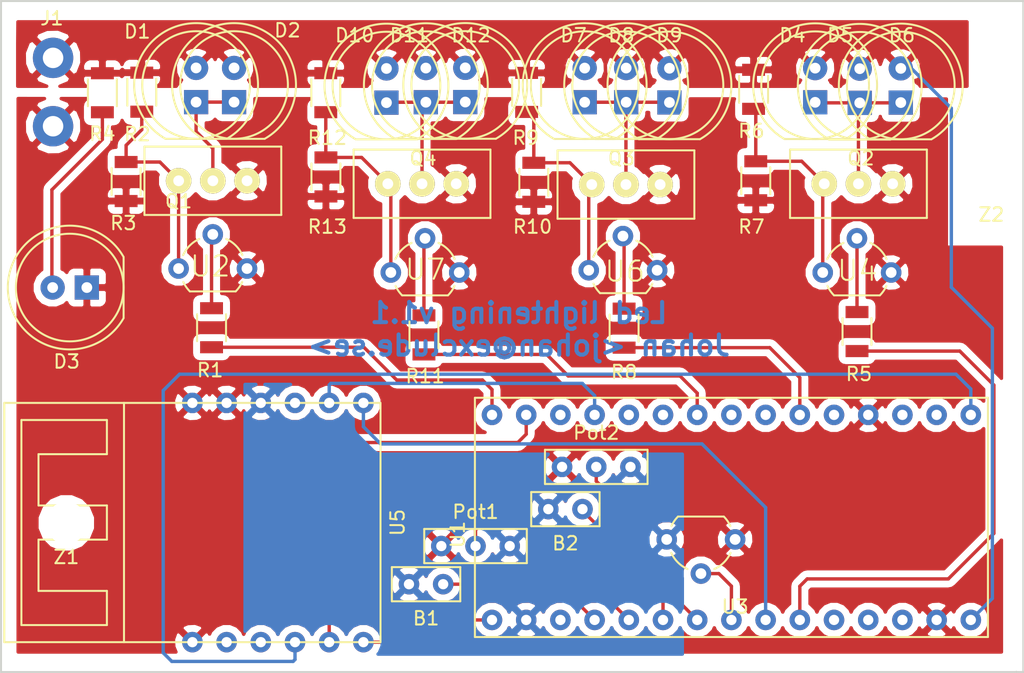
<source format=kicad_pcb>
(kicad_pcb (version 4) (host pcbnew 4.0.5+dfsg1-4)

  (general
    (links 86)
    (no_connects 1)
    (area 34.621399 22.774839 110.692001 72.795201)
    (thickness 1.6)
    (drawings 7)
    (tracks 134)
    (zones 0)
    (modules 43)
    (nets 46)
  )

  (page A4)
  (layers
    (0 F.Cu signal hide)
    (31 B.Cu signal)
    (32 B.Adhes user)
    (33 F.Adhes user)
    (34 B.Paste user)
    (35 F.Paste user)
    (36 B.SilkS user)
    (37 F.SilkS user)
    (38 B.Mask user)
    (39 F.Mask user)
    (40 Dwgs.User user)
    (41 Cmts.User user)
    (42 Eco1.User user)
    (43 Eco2.User user)
    (44 Edge.Cuts user)
    (45 Margin user)
    (46 B.CrtYd user)
    (47 F.CrtYd user)
    (48 B.Fab user)
    (49 F.Fab user)
  )

  (setup
    (last_trace_width 0.25)
    (trace_clearance 0.2)
    (zone_clearance 0.508)
    (zone_45_only yes)
    (trace_min 0.2)
    (segment_width 0.2)
    (edge_width 0.15)
    (via_size 0.6)
    (via_drill 0.4)
    (via_min_size 0.4)
    (via_min_drill 0.3)
    (uvia_size 0.3)
    (uvia_drill 0.1)
    (uvias_allowed no)
    (uvia_min_size 0.2)
    (uvia_min_drill 0.1)
    (pcb_text_width 0.3)
    (pcb_text_size 1.5 1.5)
    (mod_edge_width 0.15)
    (mod_text_size 1 1)
    (mod_text_width 0.15)
    (pad_size 1.8 1.8)
    (pad_drill 1)
    (pad_to_mask_clearance 0.2)
    (aux_axis_origin 0 0)
    (visible_elements FFFEFFFF)
    (pcbplotparams
      (layerselection 0x010f0_80000001)
      (usegerberextensions false)
      (excludeedgelayer true)
      (linewidth 0.100000)
      (plotframeref false)
      (viasonmask false)
      (mode 1)
      (useauxorigin false)
      (hpglpennumber 1)
      (hpglpenspeed 20)
      (hpglpendiameter 15)
      (hpglpenoverlay 2)
      (psnegative false)
      (psa4output false)
      (plotreference true)
      (plotvalue true)
      (plotinvisibletext false)
      (padsonsilk false)
      (subtractmaskfromsilk false)
      (outputformat 1)
      (mirror false)
      (drillshape 0)
      (scaleselection 1)
      (outputdirectory ""))
  )

  (net 0 "")
  (net 1 12V)
  (net 2 "Net-(D1-Pad1)")
  (net 3 "Net-(Q1-Pad2)")
  (net 4 "Net-(Q1-Pad1)")
  (net 5 "Net-(Q2-Pad2)")
  (net 6 "Net-(Q2-Pad1)")
  (net 7 "Net-(Q3-Pad2)")
  (net 8 "Net-(Q3-Pad1)")
  (net 9 "Net-(Q4-Pad2)")
  (net 10 "Net-(Q4-Pad1)")
  (net 11 PANEL)
  (net 12 RGB_R)
  (net 13 RGB_G)
  (net 14 RGB_B)
  (net 15 SPI_INT)
  (net 16 TEMP_SENSOR)
  (net 17 Slider_2)
  (net 18 Button_2)
  (net 19 Slider_1)
  (net 20 Button_1)
  (net 21 3.3V)
  (net 22 MRF_RESET)
  (net 23 GNDREF)
  (net 24 "Net-(D10-Pad1)")
  (net 25 "Net-(D3-Pad2)")
  (net 26 "Net-(D4-Pad1)")
  (net 27 "Net-(D7-Pad1)")
  (net 28 "Net-(U1-Pad2)")
  (net 29 "Net-(U1-Pad3)")
  (net 30 "Net-(U5-Pad3)")
  (net 31 "Net-(U1-Pad5)")
  (net 32 "Net-(U1-Pad7)")
  (net 33 "Net-(U1-Pad8)")
  (net 34 "Net-(U1-Pad10)")
  (net 35 "Net-(U1-Pad11)")
  (net 36 SPI_CS)
  (net 37 "Net-(U1-Pad13)")
  (net 38 SPI_MOSI)
  (net 39 "Net-(U1-Pad18)")
  (net 40 "Net-(U1-Pad19)")
  (net 41 "Net-(U1-Pad20)")
  (net 42 SPI_MISO)
  (net 43 "Net-(U1-Pad28)")
  (net 44 SPI_SCK)
  (net 45 "Net-(U5-Pad10)")

  (net_class Default "This is the default net class."
    (clearance 0.2)
    (trace_width 0.25)
    (via_dia 0.6)
    (via_drill 0.4)
    (uvia_dia 0.3)
    (uvia_drill 0.1)
    (add_net 12V)
    (add_net 3.3V)
    (add_net Button_1)
    (add_net Button_2)
    (add_net GNDREF)
    (add_net MRF_RESET)
    (add_net "Net-(D1-Pad1)")
    (add_net "Net-(D10-Pad1)")
    (add_net "Net-(D3-Pad2)")
    (add_net "Net-(D4-Pad1)")
    (add_net "Net-(D7-Pad1)")
    (add_net "Net-(Q1-Pad1)")
    (add_net "Net-(Q1-Pad2)")
    (add_net "Net-(Q2-Pad1)")
    (add_net "Net-(Q2-Pad2)")
    (add_net "Net-(Q3-Pad1)")
    (add_net "Net-(Q3-Pad2)")
    (add_net "Net-(Q4-Pad1)")
    (add_net "Net-(Q4-Pad2)")
    (add_net "Net-(U1-Pad10)")
    (add_net "Net-(U1-Pad11)")
    (add_net "Net-(U1-Pad13)")
    (add_net "Net-(U1-Pad18)")
    (add_net "Net-(U1-Pad19)")
    (add_net "Net-(U1-Pad2)")
    (add_net "Net-(U1-Pad20)")
    (add_net "Net-(U1-Pad28)")
    (add_net "Net-(U1-Pad3)")
    (add_net "Net-(U1-Pad5)")
    (add_net "Net-(U1-Pad7)")
    (add_net "Net-(U1-Pad8)")
    (add_net "Net-(U5-Pad10)")
    (add_net "Net-(U5-Pad3)")
    (add_net PANEL)
    (add_net RGB_B)
    (add_net RGB_G)
    (add_net RGB_R)
    (add_net SPI_CS)
    (add_net SPI_INT)
    (add_net SPI_MISO)
    (add_net SPI_MOSI)
    (add_net SPI_SCK)
    (add_net Slider_1)
    (add_net Slider_2)
    (add_net TEMP_SENSOR)
  )

  (module LEDs:LED-8MM (layer F.Cu) (tedit 59F0951A) (tstamp 5A0E8395)
    (at 49.18456 30.36316 90)
    (descr "LED 8mm - Lead pitch 100mil (2,54mm)")
    (tags "LED led 8mm 8MM 100mil 2.54mm")
    (path /59E6E88D)
    (fp_text reference D1 (at 5.24256 -4.3688 180) (layer F.SilkS)
      (effects (font (size 1 1) (thickness 0.15)))
    )
    (fp_text value LED (at 1.5 5.5 90) (layer F.Fab)
      (effects (font (size 1 1) (thickness 0.15)))
    )
    (fp_line (start -3 -2.35) (end -3 2.35) (layer F.CrtYd) (width 0.05))
    (fp_line (start -2.73 -2.27) (end -2.73 2.27) (layer F.SilkS) (width 0.15))
    (fp_circle (center 1.27 0) (end 1.27 4) (layer F.SilkS) (width 0.15))
    (fp_arc (start 1.25 0) (end -3 -2.35) (angle 302) (layer F.CrtYd) (width 0.05))
    (fp_arc (start 1.27 0) (end -2.73 -2.27) (angle 300.7) (layer F.SilkS) (width 0.15))
    (pad 2 thru_hole circle (at 2.54 0 270) (size 1.8 1.8) (drill 0.8) (layers *.Cu *.Mask)
      (net 1 12V))
    (pad 1 thru_hole rect (at 0 0 270) (size 1.8 1.8) (drill 0.8) (layers *.Cu *.Mask)
      (net 2 "Net-(D1-Pad1)"))
    (model LEDs.3dshapes/LED-8MM.wrl
      (at (xyz 0 0 0))
      (scale (xyz 1 1 1))
      (rotate (xyz 0 0 0))
    )
  )

  (module buttonSwitch:ButtonSwitch (layer F.Cu) (tedit 59E76FBD) (tstamp 5A0E8380)
    (at 66.26352 64.9224)
    (path /59E9A688)
    (fp_text reference B1 (at 0 3.81) (layer F.SilkS)
      (effects (font (size 1 1) (thickness 0.15)))
    )
    (fp_text value ButtonSwitch (at 0 -1.27) (layer F.Fab)
      (effects (font (size 1 1) (thickness 0.15)))
    )
    (fp_line (start -2.54 0) (end 2.54 0) (layer F.SilkS) (width 0.15))
    (fp_line (start 2.54 0) (end 2.54 2.54) (layer F.SilkS) (width 0.15))
    (fp_line (start 2.54 2.54) (end -2.54 2.54) (layer F.SilkS) (width 0.15))
    (fp_line (start -2.54 2.54) (end -2.54 0) (layer F.SilkS) (width 0.15))
    (pad 1 thru_hole circle (at -1.27 1.27) (size 1.524 1.524) (drill 0.762) (layers *.Cu *.Mask)
      (net 21 3.3V))
    (pad 2 thru_hole circle (at 1.27 1.27) (size 1.524 1.524) (drill 0.762) (layers *.Cu *.Mask)
      (net 20 Button_1))
  )

  (module buttonSwitch:ButtonSwitch (layer F.Cu) (tedit 59E76FBD) (tstamp 5A0E838A)
    (at 76.61148 59.34456)
    (path /59E9A954)
    (fp_text reference B2 (at 0 3.81) (layer F.SilkS)
      (effects (font (size 1 1) (thickness 0.15)))
    )
    (fp_text value ButtonSwitch (at 0 -1.27) (layer F.Fab)
      (effects (font (size 1 1) (thickness 0.15)))
    )
    (fp_line (start -2.54 0) (end 2.54 0) (layer F.SilkS) (width 0.15))
    (fp_line (start 2.54 0) (end 2.54 2.54) (layer F.SilkS) (width 0.15))
    (fp_line (start 2.54 2.54) (end -2.54 2.54) (layer F.SilkS) (width 0.15))
    (fp_line (start -2.54 2.54) (end -2.54 0) (layer F.SilkS) (width 0.15))
    (pad 1 thru_hole circle (at -1.27 1.27) (size 1.524 1.524) (drill 0.762) (layers *.Cu *.Mask)
      (net 21 3.3V))
    (pad 2 thru_hole circle (at 1.27 1.27) (size 1.524 1.524) (drill 0.762) (layers *.Cu *.Mask)
      (net 18 Button_2))
  )

  (module LEDs:LED-8MM (layer F.Cu) (tedit 59F09521) (tstamp 5A0E83A0)
    (at 52.00396 30.36316 90)
    (descr "LED 8mm - Lead pitch 100mil (2,54mm)")
    (tags "LED led 8mm 8MM 100mil 2.54mm")
    (path /59EF3CD5)
    (fp_text reference D2 (at 5.32892 3.9624 180) (layer F.SilkS)
      (effects (font (size 1 1) (thickness 0.15)))
    )
    (fp_text value LED (at 1.5 5.5 90) (layer F.Fab)
      (effects (font (size 1 1) (thickness 0.15)))
    )
    (fp_line (start -3 -2.35) (end -3 2.35) (layer F.CrtYd) (width 0.05))
    (fp_line (start -2.73 -2.27) (end -2.73 2.27) (layer F.SilkS) (width 0.15))
    (fp_circle (center 1.27 0) (end 1.27 4) (layer F.SilkS) (width 0.15))
    (fp_arc (start 1.25 0) (end -3 -2.35) (angle 302) (layer F.CrtYd) (width 0.05))
    (fp_arc (start 1.27 0) (end -2.73 -2.27) (angle 300.7) (layer F.SilkS) (width 0.15))
    (pad 2 thru_hole circle (at 2.54 0 270) (size 1.8 1.8) (drill 0.8) (layers *.Cu *.Mask)
      (net 1 12V))
    (pad 1 thru_hole rect (at 0 0 270) (size 1.8 1.8) (drill 0.8) (layers *.Cu *.Mask)
      (net 2 "Net-(D1-Pad1)"))
    (model LEDs.3dshapes/LED-8MM.wrl
      (at (xyz 0 0 0))
      (scale (xyz 1 1 1))
      (rotate (xyz 0 0 0))
    )
  )

  (module LEDs:LED-8MM (layer F.Cu) (tedit 55BDE41B) (tstamp 5A0E83AB)
    (at 41.0718 44.1452 180)
    (descr "LED 8mm - Lead pitch 100mil (2,54mm)")
    (tags "LED led 8mm 8MM 100mil 2.54mm")
    (path /59F00E5B)
    (fp_text reference D3 (at 1.5 -5.5 180) (layer F.SilkS)
      (effects (font (size 1 1) (thickness 0.15)))
    )
    (fp_text value LED (at 1.5 5.5 180) (layer F.Fab)
      (effects (font (size 1 1) (thickness 0.15)))
    )
    (fp_line (start -3 -2.35) (end -3 2.35) (layer F.CrtYd) (width 0.05))
    (fp_line (start -2.73 -2.27) (end -2.73 2.27) (layer F.SilkS) (width 0.15))
    (fp_circle (center 1.27 0) (end 1.27 4) (layer F.SilkS) (width 0.15))
    (fp_arc (start 1.25 0) (end -3 -2.35) (angle 302) (layer F.CrtYd) (width 0.05))
    (fp_arc (start 1.27 0) (end -2.73 -2.27) (angle 300.7) (layer F.SilkS) (width 0.15))
    (pad 2 thru_hole circle (at 2.54 0) (size 1.8 1.8) (drill 0.8) (layers *.Cu *.Mask)
      (net 25 "Net-(D3-Pad2)"))
    (pad 1 thru_hole rect (at 0 0) (size 1.8 1.8) (drill 0.8) (layers *.Cu *.Mask)
      (net 23 GNDREF))
    (model LEDs.3dshapes/LED-8MM.wrl
      (at (xyz 0 0 0))
      (scale (xyz 1 1 1))
      (rotate (xyz 0 0 0))
    )
  )

  (module LEDs:LED-8MM (layer F.Cu) (tedit 59F09653) (tstamp 5A0E83B6)
    (at 95.15856 30.3784 90)
    (descr "LED 8mm - Lead pitch 100mil (2,54mm)")
    (tags "LED led 8mm 8MM 100mil 2.54mm")
    (path /59EA0390)
    (fp_text reference D4 (at 4.9784 -1.68656 180) (layer F.SilkS)
      (effects (font (size 1 1) (thickness 0.15)))
    )
    (fp_text value LED (at 1.5 5.5 90) (layer F.Fab)
      (effects (font (size 1 1) (thickness 0.15)))
    )
    (fp_line (start -3 -2.35) (end -3 2.35) (layer F.CrtYd) (width 0.05))
    (fp_line (start -2.73 -2.27) (end -2.73 2.27) (layer F.SilkS) (width 0.15))
    (fp_circle (center 1.27 0) (end 1.27 4) (layer F.SilkS) (width 0.15))
    (fp_arc (start 1.25 0) (end -3 -2.35) (angle 302) (layer F.CrtYd) (width 0.05))
    (fp_arc (start 1.27 0) (end -2.73 -2.27) (angle 300.7) (layer F.SilkS) (width 0.15))
    (pad 2 thru_hole circle (at 2.54 0 270) (size 1.8 1.8) (drill 0.8) (layers *.Cu *.Mask)
      (net 1 12V))
    (pad 1 thru_hole rect (at 0 0 270) (size 1.8 1.8) (drill 0.8) (layers *.Cu *.Mask)
      (net 26 "Net-(D4-Pad1)"))
    (model LEDs.3dshapes/LED-8MM.wrl
      (at (xyz 0 0 0))
      (scale (xyz 1 1 1))
      (rotate (xyz 0 0 0))
    )
  )

  (module LEDs:LED-8MM (layer F.Cu) (tedit 59F0965A) (tstamp 5A0E83C1)
    (at 98.47072 30.41904 90)
    (descr "LED 8mm - Lead pitch 100mil (2,54mm)")
    (tags "LED led 8mm 8MM 100mil 2.54mm")
    (path /59EF3E36)
    (fp_text reference D5 (at 5.01904 -1.44272 180) (layer F.SilkS)
      (effects (font (size 1 1) (thickness 0.15)))
    )
    (fp_text value LED (at 1.5 5.5 90) (layer F.Fab)
      (effects (font (size 1 1) (thickness 0.15)))
    )
    (fp_line (start -3 -2.35) (end -3 2.35) (layer F.CrtYd) (width 0.05))
    (fp_line (start -2.73 -2.27) (end -2.73 2.27) (layer F.SilkS) (width 0.15))
    (fp_circle (center 1.27 0) (end 1.27 4) (layer F.SilkS) (width 0.15))
    (fp_arc (start 1.25 0) (end -3 -2.35) (angle 302) (layer F.CrtYd) (width 0.05))
    (fp_arc (start 1.27 0) (end -2.73 -2.27) (angle 300.7) (layer F.SilkS) (width 0.15))
    (pad 2 thru_hole circle (at 2.54 0 270) (size 1.8 1.8) (drill 0.8) (layers *.Cu *.Mask)
      (net 1 12V))
    (pad 1 thru_hole rect (at 0 0 270) (size 1.8 1.8) (drill 0.8) (layers *.Cu *.Mask)
      (net 26 "Net-(D4-Pad1)"))
    (model LEDs.3dshapes/LED-8MM.wrl
      (at (xyz 0 0 0))
      (scale (xyz 1 1 1))
      (rotate (xyz 0 0 0))
    )
  )

  (module LEDs:LED-8MM (layer F.Cu) (tedit 59F09664) (tstamp 5A0E83CC)
    (at 101.51872 30.39872 90)
    (descr "LED 8mm - Lead pitch 100mil (2,54mm)")
    (tags "LED led 8mm 8MM 100mil 2.54mm")
    (path /59EF3EBD)
    (fp_text reference D6 (at 4.99872 0.08128 180) (layer F.SilkS)
      (effects (font (size 1 1) (thickness 0.15)))
    )
    (fp_text value LED (at 1.5 5.5 90) (layer F.Fab)
      (effects (font (size 1 1) (thickness 0.15)))
    )
    (fp_line (start -3 -2.35) (end -3 2.35) (layer F.CrtYd) (width 0.05))
    (fp_line (start -2.73 -2.27) (end -2.73 2.27) (layer F.SilkS) (width 0.15))
    (fp_circle (center 1.27 0) (end 1.27 4) (layer F.SilkS) (width 0.15))
    (fp_arc (start 1.25 0) (end -3 -2.35) (angle 302) (layer F.CrtYd) (width 0.05))
    (fp_arc (start 1.27 0) (end -2.73 -2.27) (angle 300.7) (layer F.SilkS) (width 0.15))
    (pad 2 thru_hole circle (at 2.54 0 270) (size 1.8 1.8) (drill 0.8) (layers *.Cu *.Mask)
      (net 1 12V))
    (pad 1 thru_hole rect (at 0 0 270) (size 1.8 1.8) (drill 0.8) (layers *.Cu *.Mask)
      (net 26 "Net-(D4-Pad1)"))
    (model LEDs.3dshapes/LED-8MM.wrl
      (at (xyz 0 0 0))
      (scale (xyz 1 1 1))
      (rotate (xyz 0 0 0))
    )
  )

  (module LEDs:LED-8MM (layer F.Cu) (tedit 59F09681) (tstamp 5A0E83D7)
    (at 78.04404 30.37332 90)
    (descr "LED 8mm - Lead pitch 100mil (2,54mm)")
    (tags "LED led 8mm 8MM 100mil 2.54mm")
    (path /59E79090)
    (fp_text reference D7 (at 4.97332 -0.82804 180) (layer F.SilkS)
      (effects (font (size 1 1) (thickness 0.15)))
    )
    (fp_text value LED (at 1.5 5.5 90) (layer F.Fab)
      (effects (font (size 1 1) (thickness 0.15)))
    )
    (fp_line (start -3 -2.35) (end -3 2.35) (layer F.CrtYd) (width 0.05))
    (fp_line (start -2.73 -2.27) (end -2.73 2.27) (layer F.SilkS) (width 0.15))
    (fp_circle (center 1.27 0) (end 1.27 4) (layer F.SilkS) (width 0.15))
    (fp_arc (start 1.25 0) (end -3 -2.35) (angle 302) (layer F.CrtYd) (width 0.05))
    (fp_arc (start 1.27 0) (end -2.73 -2.27) (angle 300.7) (layer F.SilkS) (width 0.15))
    (pad 2 thru_hole circle (at 2.54 0 270) (size 1.8 1.8) (drill 0.8) (layers *.Cu *.Mask)
      (net 1 12V))
    (pad 1 thru_hole rect (at 0 0 270) (size 1.8 1.8) (drill 0.8) (layers *.Cu *.Mask)
      (net 27 "Net-(D7-Pad1)"))
    (model LEDs.3dshapes/LED-8MM.wrl
      (at (xyz 0 0 0))
      (scale (xyz 1 1 1))
      (rotate (xyz 0 0 0))
    )
  )

  (module LEDs:LED-8MM (layer F.Cu) (tedit 59F0967D) (tstamp 5A0E83E2)
    (at 81.12252 30.37332 90)
    (descr "LED 8mm - Lead pitch 100mil (2,54mm)")
    (tags "LED led 8mm 8MM 100mil 2.54mm")
    (path /59EF4536)
    (fp_text reference D8 (at 4.97332 -0.35052 180) (layer F.SilkS)
      (effects (font (size 1 1) (thickness 0.15)))
    )
    (fp_text value LED (at 1.5 5.5 90) (layer F.Fab)
      (effects (font (size 1 1) (thickness 0.15)))
    )
    (fp_line (start -3 -2.35) (end -3 2.35) (layer F.CrtYd) (width 0.05))
    (fp_line (start -2.73 -2.27) (end -2.73 2.27) (layer F.SilkS) (width 0.15))
    (fp_circle (center 1.27 0) (end 1.27 4) (layer F.SilkS) (width 0.15))
    (fp_arc (start 1.25 0) (end -3 -2.35) (angle 302) (layer F.CrtYd) (width 0.05))
    (fp_arc (start 1.27 0) (end -2.73 -2.27) (angle 300.7) (layer F.SilkS) (width 0.15))
    (pad 2 thru_hole circle (at 2.54 0 270) (size 1.8 1.8) (drill 0.8) (layers *.Cu *.Mask)
      (net 1 12V))
    (pad 1 thru_hole rect (at 0 0 270) (size 1.8 1.8) (drill 0.8) (layers *.Cu *.Mask)
      (net 27 "Net-(D7-Pad1)"))
    (model LEDs.3dshapes/LED-8MM.wrl
      (at (xyz 0 0 0))
      (scale (xyz 1 1 1))
      (rotate (xyz 0 0 0))
    )
  )

  (module LEDs:LED-8MM (layer F.Cu) (tedit 59F09684) (tstamp 5A0E83ED)
    (at 84.33816 30.38856 90)
    (descr "LED 8mm - Lead pitch 100mil (2,54mm)")
    (tags "LED led 8mm 8MM 100mil 2.54mm")
    (path /59EF45BC)
    (fp_text reference D9 (at 4.98856 -0.01016 180) (layer F.SilkS)
      (effects (font (size 1 1) (thickness 0.15)))
    )
    (fp_text value LED (at 1.5 5.5 90) (layer F.Fab)
      (effects (font (size 1 1) (thickness 0.15)))
    )
    (fp_line (start -3 -2.35) (end -3 2.35) (layer F.CrtYd) (width 0.05))
    (fp_line (start -2.73 -2.27) (end -2.73 2.27) (layer F.SilkS) (width 0.15))
    (fp_circle (center 1.27 0) (end 1.27 4) (layer F.SilkS) (width 0.15))
    (fp_arc (start 1.25 0) (end -3 -2.35) (angle 302) (layer F.CrtYd) (width 0.05))
    (fp_arc (start 1.27 0) (end -2.73 -2.27) (angle 300.7) (layer F.SilkS) (width 0.15))
    (pad 2 thru_hole circle (at 2.54 0 270) (size 1.8 1.8) (drill 0.8) (layers *.Cu *.Mask)
      (net 1 12V))
    (pad 1 thru_hole rect (at 0 0 270) (size 1.8 1.8) (drill 0.8) (layers *.Cu *.Mask)
      (net 27 "Net-(D7-Pad1)"))
    (model LEDs.3dshapes/LED-8MM.wrl
      (at (xyz 0 0 0))
      (scale (xyz 1 1 1))
      (rotate (xyz 0 0 0))
    )
  )

  (module LEDs:LED-8MM (layer F.Cu) (tedit 59F095FF) (tstamp 5A0E83F8)
    (at 63.3222 30.4038 90)
    (descr "LED 8mm - Lead pitch 100mil (2,54mm)")
    (tags "LED led 8mm 8MM 100mil 2.54mm")
    (path /59E7D6ED)
    (fp_text reference D10 (at 5.0038 -2.3622 180) (layer F.SilkS)
      (effects (font (size 1 1) (thickness 0.15)))
    )
    (fp_text value LED (at 1.5 5.5 90) (layer F.Fab)
      (effects (font (size 1 1) (thickness 0.15)))
    )
    (fp_line (start -3 -2.35) (end -3 2.35) (layer F.CrtYd) (width 0.05))
    (fp_line (start -2.73 -2.27) (end -2.73 2.27) (layer F.SilkS) (width 0.15))
    (fp_circle (center 1.27 0) (end 1.27 4) (layer F.SilkS) (width 0.15))
    (fp_arc (start 1.25 0) (end -3 -2.35) (angle 302) (layer F.CrtYd) (width 0.05))
    (fp_arc (start 1.27 0) (end -2.73 -2.27) (angle 300.7) (layer F.SilkS) (width 0.15))
    (pad 2 thru_hole circle (at 2.54 0 270) (size 1.8 1.8) (drill 0.8) (layers *.Cu *.Mask)
      (net 1 12V))
    (pad 1 thru_hole rect (at 0 0 270) (size 1.8 1.8) (drill 0.8) (layers *.Cu *.Mask)
      (net 24 "Net-(D10-Pad1)"))
    (model LEDs.3dshapes/LED-8MM.wrl
      (at (xyz 0 0 0))
      (scale (xyz 1 1 1))
      (rotate (xyz 0 0 0))
    )
  )

  (module LEDs:LED-8MM (layer F.Cu) (tedit 59F095AE) (tstamp 5A0E8403)
    (at 69.17436 30.35808 90)
    (descr "LED 8mm - Lead pitch 100mil (2,54mm)")
    (tags "LED led 8mm 8MM 100mil 2.54mm")
    (path /59EF4EF4)
    (fp_text reference D11 (at 4.95808 -4.15036 180) (layer F.SilkS)
      (effects (font (size 1 1) (thickness 0.15)))
    )
    (fp_text value LED (at 1.5 5.5 90) (layer F.Fab)
      (effects (font (size 1 1) (thickness 0.15)))
    )
    (fp_line (start -3 -2.35) (end -3 2.35) (layer F.CrtYd) (width 0.05))
    (fp_line (start -2.73 -2.27) (end -2.73 2.27) (layer F.SilkS) (width 0.15))
    (fp_circle (center 1.27 0) (end 1.27 4) (layer F.SilkS) (width 0.15))
    (fp_arc (start 1.25 0) (end -3 -2.35) (angle 302) (layer F.CrtYd) (width 0.05))
    (fp_arc (start 1.27 0) (end -2.73 -2.27) (angle 300.7) (layer F.SilkS) (width 0.15))
    (pad 2 thru_hole circle (at 2.54 0 270) (size 1.8 1.8) (drill 0.8) (layers *.Cu *.Mask)
      (net 1 12V))
    (pad 1 thru_hole rect (at 0 0 270) (size 1.8 1.8) (drill 0.8) (layers *.Cu *.Mask)
      (net 24 "Net-(D10-Pad1)"))
    (model LEDs.3dshapes/LED-8MM.wrl
      (at (xyz 0 0 0))
      (scale (xyz 1 1 1))
      (rotate (xyz 0 0 0))
    )
  )

  (module LEDs:LED-8MM (layer F.Cu) (tedit 59F095FD) (tstamp 5A0E840E)
    (at 66.24828 30.37332 90)
    (descr "LED 8mm - Lead pitch 100mil (2,54mm)")
    (tags "LED led 8mm 8MM 100mil 2.54mm")
    (path /59EF4F84)
    (fp_text reference D12 (at 4.97332 3.34772 180) (layer F.SilkS)
      (effects (font (size 1 1) (thickness 0.15)))
    )
    (fp_text value LED (at 1.5 5.5 90) (layer F.Fab)
      (effects (font (size 1 1) (thickness 0.15)))
    )
    (fp_line (start -3 -2.35) (end -3 2.35) (layer F.CrtYd) (width 0.05))
    (fp_line (start -2.73 -2.27) (end -2.73 2.27) (layer F.SilkS) (width 0.15))
    (fp_circle (center 1.27 0) (end 1.27 4) (layer F.SilkS) (width 0.15))
    (fp_arc (start 1.25 0) (end -3 -2.35) (angle 302) (layer F.CrtYd) (width 0.05))
    (fp_arc (start 1.27 0) (end -2.73 -2.27) (angle 300.7) (layer F.SilkS) (width 0.15))
    (pad 2 thru_hole circle (at 2.54 0 270) (size 1.8 1.8) (drill 0.8) (layers *.Cu *.Mask)
      (net 1 12V))
    (pad 1 thru_hole rect (at 0 0 270) (size 1.8 1.8) (drill 0.8) (layers *.Cu *.Mask)
      (net 24 "Net-(D10-Pad1)"))
    (model LEDs.3dshapes/LED-8MM.wrl
      (at (xyz 0 0 0))
      (scale (xyz 1 1 1))
      (rotate (xyz 0 0 0))
    )
  )

  (module potHoles:Pot_Holes (layer F.Cu) (tedit 59E76DED) (tstamp 5A0E8421)
    (at 69.93636 65.89776 180)
    (path /59E97474)
    (fp_text reference Pot1 (at 0 5.08 180) (layer F.SilkS)
      (effects (font (size 1 1) (thickness 0.15)))
    )
    (fp_text value Pot_Holes (at 0 -0.5 180) (layer F.Fab)
      (effects (font (size 1 1) (thickness 0.15)))
    )
    (fp_line (start -3.81 1.27) (end -3.81 3.81) (layer F.SilkS) (width 0.15))
    (fp_line (start -3.81 3.81) (end 3.81 3.81) (layer F.SilkS) (width 0.15))
    (fp_line (start 3.81 3.81) (end 3.81 1.27) (layer F.SilkS) (width 0.15))
    (fp_line (start 3.81 1.27) (end -3.81 1.27) (layer F.SilkS) (width 0.15))
    (pad 1 thru_hole circle (at -2.54 2.54 180) (size 1.524 1.524) (drill 0.762) (layers *.Cu *.Mask)
      (net 21 3.3V))
    (pad 2 thru_hole circle (at 0 2.54 180) (size 1.524 1.524) (drill 0.762) (layers *.Cu *.Mask)
      (net 19 Slider_1))
    (pad 3 thru_hole circle (at 2.54 2.54 180) (size 1.524 1.524) (drill 0.762) (layers *.Cu *.Mask)
      (net 23 GNDREF))
  )

  (module potHoles:Pot_Holes (layer F.Cu) (tedit 59E76DED) (tstamp 5A0E842C)
    (at 78.90256 60.01512 180)
    (path /59E981AC)
    (fp_text reference Pot2 (at 0 5.08 180) (layer F.SilkS)
      (effects (font (size 1 1) (thickness 0.15)))
    )
    (fp_text value Pot_Holes (at 0 -0.5 180) (layer F.Fab)
      (effects (font (size 1 1) (thickness 0.15)))
    )
    (fp_line (start -3.81 1.27) (end -3.81 3.81) (layer F.SilkS) (width 0.15))
    (fp_line (start -3.81 3.81) (end 3.81 3.81) (layer F.SilkS) (width 0.15))
    (fp_line (start 3.81 3.81) (end 3.81 1.27) (layer F.SilkS) (width 0.15))
    (fp_line (start 3.81 1.27) (end -3.81 1.27) (layer F.SilkS) (width 0.15))
    (pad 1 thru_hole circle (at -2.54 2.54 180) (size 1.524 1.524) (drill 0.762) (layers *.Cu *.Mask)
      (net 21 3.3V))
    (pad 2 thru_hole circle (at 0 2.54 180) (size 1.524 1.524) (drill 0.762) (layers *.Cu *.Mask)
      (net 17 Slider_2))
    (pad 3 thru_hole circle (at 2.54 2.54 180) (size 1.524 1.524) (drill 0.762) (layers *.Cu *.Mask)
      (net 23 GNDREF))
  )

  (module TO_SOT_Packages_THT:TO-92_Molded_Wide (layer F.Cu) (tedit 54F243CD) (tstamp 5A0E843C)
    (at 47.88408 42.73296)
    (descr "TO-92 leads molded, wide, drill 0.8mm (see NXP sot054_po.pdf)")
    (tags "to-92 sc-43 sc-43a sot54 PA33 transistor")
    (path /59E70340)
    (fp_text reference Q1 (at 0 -5 180) (layer F.SilkS)
      (effects (font (size 1 1) (thickness 0.15)))
    )
    (fp_text value BC547 (at 0 3) (layer F.Fab)
      (effects (font (size 1 1) (thickness 0.15)))
    )
    (fp_arc (start 2.54 0) (end 0.34 -1) (angle 41.11209044) (layer F.SilkS) (width 0.15))
    (fp_arc (start 2.54 0) (end 4.74 -1) (angle -41.11210221) (layer F.SilkS) (width 0.15))
    (fp_arc (start 2.54 0) (end 0.84 1.7) (angle 20.5) (layer F.SilkS) (width 0.15))
    (fp_arc (start 2.54 0) (end 4.24 1.7) (angle -20.5) (layer F.SilkS) (width 0.15))
    (fp_line (start -1 1.95) (end -1 -3.55) (layer F.CrtYd) (width 0.05))
    (fp_line (start -1 1.95) (end 6.1 1.95) (layer F.CrtYd) (width 0.05))
    (fp_line (start 0.84 1.7) (end 4.24 1.7) (layer F.SilkS) (width 0.15))
    (fp_line (start -1 -3.55) (end 6.1 -3.55) (layer F.CrtYd) (width 0.05))
    (fp_line (start 6.1 1.95) (end 6.1 -3.55) (layer F.CrtYd) (width 0.05))
    (pad 2 thru_hole circle (at 2.54 -2.54 90) (size 1.524 1.524) (drill 0.8) (layers *.Cu *.Mask)
      (net 3 "Net-(Q1-Pad2)"))
    (pad 3 thru_hole circle (at 5.08 0 90) (size 1.524 1.524) (drill 0.8) (layers *.Cu *.Mask)
      (net 23 GNDREF))
    (pad 1 thru_hole circle (at 0 0 90) (size 1.524 1.524) (drill 0.8) (layers *.Cu *.Mask)
      (net 4 "Net-(Q1-Pad1)"))
    (model TO_SOT_Packages_THT.3dshapes/TO-92_Molded_Wide.wrl
      (at (xyz 0.1 0 0))
      (scale (xyz 1 1 1))
      (rotate (xyz 0 0 -90))
    )
  )

  (module TO_SOT_Packages_THT:TO-92_Molded_Wide (layer F.Cu) (tedit 59F0958A) (tstamp 5A0E844C)
    (at 95.72244 43.0276)
    (descr "TO-92 leads molded, wide, drill 0.8mm (see NXP sot054_po.pdf)")
    (tags "to-92 sc-43 sc-43a sot54 PA33 transistor")
    (path /59EA0396)
    (fp_text reference Q2 (at 2.82956 -8.4836 180) (layer F.SilkS)
      (effects (font (size 1 1) (thickness 0.15)))
    )
    (fp_text value BC547 (at 0 3) (layer F.Fab)
      (effects (font (size 1 1) (thickness 0.15)))
    )
    (fp_arc (start 2.54 0) (end 0.34 -1) (angle 41.11209044) (layer F.SilkS) (width 0.15))
    (fp_arc (start 2.54 0) (end 4.74 -1) (angle -41.11210221) (layer F.SilkS) (width 0.15))
    (fp_arc (start 2.54 0) (end 0.84 1.7) (angle 20.5) (layer F.SilkS) (width 0.15))
    (fp_arc (start 2.54 0) (end 4.24 1.7) (angle -20.5) (layer F.SilkS) (width 0.15))
    (fp_line (start -1 1.95) (end -1 -3.55) (layer F.CrtYd) (width 0.05))
    (fp_line (start -1 1.95) (end 6.1 1.95) (layer F.CrtYd) (width 0.05))
    (fp_line (start 0.84 1.7) (end 4.24 1.7) (layer F.SilkS) (width 0.15))
    (fp_line (start -1 -3.55) (end 6.1 -3.55) (layer F.CrtYd) (width 0.05))
    (fp_line (start 6.1 1.95) (end 6.1 -3.55) (layer F.CrtYd) (width 0.05))
    (pad 2 thru_hole circle (at 2.54 -2.54 90) (size 1.524 1.524) (drill 0.8) (layers *.Cu *.Mask)
      (net 5 "Net-(Q2-Pad2)"))
    (pad 3 thru_hole circle (at 5.08 0 90) (size 1.524 1.524) (drill 0.8) (layers *.Cu *.Mask)
      (net 23 GNDREF))
    (pad 1 thru_hole circle (at 0 0 90) (size 1.524 1.524) (drill 0.8) (layers *.Cu *.Mask)
      (net 6 "Net-(Q2-Pad1)"))
    (model TO_SOT_Packages_THT.3dshapes/TO-92_Molded_Wide.wrl
      (at (xyz 0.1 0 0))
      (scale (xyz 1 1 1))
      (rotate (xyz 0 0 -90))
    )
  )

  (module TO_SOT_Packages_THT:TO-92_Molded_Wide (layer F.Cu) (tedit 59F09582) (tstamp 5A0E845C)
    (at 78.34376 42.85996)
    (descr "TO-92 leads molded, wide, drill 0.8mm (see NXP sot054_po.pdf)")
    (tags "to-92 sc-43 sc-43a sot54 PA33 transistor")
    (path /59E78EDF)
    (fp_text reference Q3 (at 2.42824 -8.31596 180) (layer F.SilkS)
      (effects (font (size 1 1) (thickness 0.15)))
    )
    (fp_text value BC547 (at 0 3) (layer F.Fab)
      (effects (font (size 1 1) (thickness 0.15)))
    )
    (fp_arc (start 2.54 0) (end 0.34 -1) (angle 41.11209044) (layer F.SilkS) (width 0.15))
    (fp_arc (start 2.54 0) (end 4.74 -1) (angle -41.11210221) (layer F.SilkS) (width 0.15))
    (fp_arc (start 2.54 0) (end 0.84 1.7) (angle 20.5) (layer F.SilkS) (width 0.15))
    (fp_arc (start 2.54 0) (end 4.24 1.7) (angle -20.5) (layer F.SilkS) (width 0.15))
    (fp_line (start -1 1.95) (end -1 -3.55) (layer F.CrtYd) (width 0.05))
    (fp_line (start -1 1.95) (end 6.1 1.95) (layer F.CrtYd) (width 0.05))
    (fp_line (start 0.84 1.7) (end 4.24 1.7) (layer F.SilkS) (width 0.15))
    (fp_line (start -1 -3.55) (end 6.1 -3.55) (layer F.CrtYd) (width 0.05))
    (fp_line (start 6.1 1.95) (end 6.1 -3.55) (layer F.CrtYd) (width 0.05))
    (pad 2 thru_hole circle (at 2.54 -2.54 90) (size 1.524 1.524) (drill 0.8) (layers *.Cu *.Mask)
      (net 7 "Net-(Q3-Pad2)"))
    (pad 3 thru_hole circle (at 5.08 0 90) (size 1.524 1.524) (drill 0.8) (layers *.Cu *.Mask)
      (net 23 GNDREF))
    (pad 1 thru_hole circle (at 0 0 90) (size 1.524 1.524) (drill 0.8) (layers *.Cu *.Mask)
      (net 8 "Net-(Q3-Pad1)"))
    (model TO_SOT_Packages_THT.3dshapes/TO-92_Molded_Wide.wrl
      (at (xyz 0.1 0 0))
      (scale (xyz 1 1 1))
      (rotate (xyz 0 0 -90))
    )
  )

  (module TO_SOT_Packages_THT:TO-92_Molded_Wide (layer F.Cu) (tedit 59F0957E) (tstamp 5A0E846C)
    (at 63.64732 43.0276)
    (descr "TO-92 leads molded, wide, drill 0.8mm (see NXP sot054_po.pdf)")
    (tags "to-92 sc-43 sc-43a sot54 PA33 transistor")
    (path /59E7D2A9)
    (fp_text reference Q4 (at 2.39268 -8.4836 180) (layer F.SilkS)
      (effects (font (size 1 1) (thickness 0.15)))
    )
    (fp_text value BC547 (at 0 3) (layer F.Fab)
      (effects (font (size 1 1) (thickness 0.15)))
    )
    (fp_arc (start 2.54 0) (end 0.34 -1) (angle 41.11209044) (layer F.SilkS) (width 0.15))
    (fp_arc (start 2.54 0) (end 4.74 -1) (angle -41.11210221) (layer F.SilkS) (width 0.15))
    (fp_arc (start 2.54 0) (end 0.84 1.7) (angle 20.5) (layer F.SilkS) (width 0.15))
    (fp_arc (start 2.54 0) (end 4.24 1.7) (angle -20.5) (layer F.SilkS) (width 0.15))
    (fp_line (start -1 1.95) (end -1 -3.55) (layer F.CrtYd) (width 0.05))
    (fp_line (start -1 1.95) (end 6.1 1.95) (layer F.CrtYd) (width 0.05))
    (fp_line (start 0.84 1.7) (end 4.24 1.7) (layer F.SilkS) (width 0.15))
    (fp_line (start -1 -3.55) (end 6.1 -3.55) (layer F.CrtYd) (width 0.05))
    (fp_line (start 6.1 1.95) (end 6.1 -3.55) (layer F.CrtYd) (width 0.05))
    (pad 2 thru_hole circle (at 2.54 -2.54 90) (size 1.524 1.524) (drill 0.8) (layers *.Cu *.Mask)
      (net 9 "Net-(Q4-Pad2)"))
    (pad 3 thru_hole circle (at 5.08 0 90) (size 1.524 1.524) (drill 0.8) (layers *.Cu *.Mask)
      (net 23 GNDREF))
    (pad 1 thru_hole circle (at 0 0 90) (size 1.524 1.524) (drill 0.8) (layers *.Cu *.Mask)
      (net 10 "Net-(Q4-Pad1)"))
    (model TO_SOT_Packages_THT.3dshapes/TO-92_Molded_Wide.wrl
      (at (xyz 0.1 0 0))
      (scale (xyz 1 1 1))
      (rotate (xyz 0 0 -90))
    )
  )

  (module Resistors_SMD:R_1206 (layer F.Cu) (tedit 59F07AC9) (tstamp 5A0E847C)
    (at 50.33264 47.13224 270)
    (descr "Resistor SMD 1206, reflow soldering, Vishay (see dcrcw.pdf)")
    (tags "resistor 1206")
    (path /59E70669)
    (attr smd)
    (fp_text reference R1 (at 3.15976 0.11176 360) (layer F.SilkS)
      (effects (font (size 1 1) (thickness 0.15)))
    )
    (fp_text value 1k (at 0 2.3 270) (layer F.Fab)
      (effects (font (size 1 1) (thickness 0.15)))
    )
    (fp_line (start -1.6 0.8) (end -1.6 -0.8) (layer F.Fab) (width 0.1))
    (fp_line (start 1.6 0.8) (end -1.6 0.8) (layer F.Fab) (width 0.1))
    (fp_line (start 1.6 -0.8) (end 1.6 0.8) (layer F.Fab) (width 0.1))
    (fp_line (start -1.6 -0.8) (end 1.6 -0.8) (layer F.Fab) (width 0.1))
    (fp_line (start -2.2 -1.2) (end 2.2 -1.2) (layer F.CrtYd) (width 0.05))
    (fp_line (start -2.2 1.2) (end 2.2 1.2) (layer F.CrtYd) (width 0.05))
    (fp_line (start -2.2 -1.2) (end -2.2 1.2) (layer F.CrtYd) (width 0.05))
    (fp_line (start 2.2 -1.2) (end 2.2 1.2) (layer F.CrtYd) (width 0.05))
    (fp_line (start 1 1.075) (end -1 1.075) (layer F.SilkS) (width 0.15))
    (fp_line (start -1 -1.075) (end 1 -1.075) (layer F.SilkS) (width 0.15))
    (pad 1 smd rect (at -1.45 0 270) (size 0.9 1.7) (layers F.Cu F.Paste F.Mask)
      (net 3 "Net-(Q1-Pad2)"))
    (pad 2 smd rect (at 1.45 0 270) (size 0.9 1.7) (layers F.Cu F.Paste F.Mask)
      (net 11 PANEL))
    (model Resistors_SMD.3dshapes/R_1206.wrl
      (at (xyz 0 0 0))
      (scale (xyz 1 1 1))
      (rotate (xyz 0 0 0))
    )
  )

  (module Resistors_SMD:R_1206 (layer F.Cu) (tedit 59F0952B) (tstamp 5A0E848C)
    (at 45.15104 29.62656 270)
    (descr "Resistor SMD 1206, reflow soldering, Vishay (see dcrcw.pdf)")
    (tags "resistor 1206")
    (path /59E71BF5)
    (attr smd)
    (fp_text reference R2 (at 3.11912 0.33528 360) (layer F.SilkS)
      (effects (font (size 1 1) (thickness 0.15)))
    )
    (fp_text value 12k (at 0 2.3 270) (layer F.Fab)
      (effects (font (size 1 1) (thickness 0.15)))
    )
    (fp_line (start -1.6 0.8) (end -1.6 -0.8) (layer F.Fab) (width 0.1))
    (fp_line (start 1.6 0.8) (end -1.6 0.8) (layer F.Fab) (width 0.1))
    (fp_line (start 1.6 -0.8) (end 1.6 0.8) (layer F.Fab) (width 0.1))
    (fp_line (start -1.6 -0.8) (end 1.6 -0.8) (layer F.Fab) (width 0.1))
    (fp_line (start -2.2 -1.2) (end 2.2 -1.2) (layer F.CrtYd) (width 0.05))
    (fp_line (start -2.2 1.2) (end 2.2 1.2) (layer F.CrtYd) (width 0.05))
    (fp_line (start -2.2 -1.2) (end -2.2 1.2) (layer F.CrtYd) (width 0.05))
    (fp_line (start 2.2 -1.2) (end 2.2 1.2) (layer F.CrtYd) (width 0.05))
    (fp_line (start 1 1.075) (end -1 1.075) (layer F.SilkS) (width 0.15))
    (fp_line (start -1 -1.075) (end 1 -1.075) (layer F.SilkS) (width 0.15))
    (pad 1 smd rect (at -1.45 0 270) (size 0.9 1.7) (layers F.Cu F.Paste F.Mask)
      (net 1 12V))
    (pad 2 smd rect (at 1.45 0 270) (size 0.9 1.7) (layers F.Cu F.Paste F.Mask)
      (net 4 "Net-(Q1-Pad1)"))
    (model Resistors_SMD.3dshapes/R_1206.wrl
      (at (xyz 0 0 0))
      (scale (xyz 1 1 1))
      (rotate (xyz 0 0 0))
    )
  )

  (module Resistors_SMD:R_1206 (layer F.Cu) (tedit 59F09537) (tstamp 5A0E849C)
    (at 43.98772 36.26612 270)
    (descr "Resistor SMD 1206, reflow soldering, Vishay (see dcrcw.pdf)")
    (tags "resistor 1206")
    (path /59E71EE9)
    (attr smd)
    (fp_text reference R3 (at 3.09372 0.20828 360) (layer F.SilkS)
      (effects (font (size 1 1) (thickness 0.15)))
    )
    (fp_text value 39k (at 0 2.3 270) (layer F.Fab)
      (effects (font (size 1 1) (thickness 0.15)))
    )
    (fp_line (start -1.6 0.8) (end -1.6 -0.8) (layer F.Fab) (width 0.1))
    (fp_line (start 1.6 0.8) (end -1.6 0.8) (layer F.Fab) (width 0.1))
    (fp_line (start 1.6 -0.8) (end 1.6 0.8) (layer F.Fab) (width 0.1))
    (fp_line (start -1.6 -0.8) (end 1.6 -0.8) (layer F.Fab) (width 0.1))
    (fp_line (start -2.2 -1.2) (end 2.2 -1.2) (layer F.CrtYd) (width 0.05))
    (fp_line (start -2.2 1.2) (end 2.2 1.2) (layer F.CrtYd) (width 0.05))
    (fp_line (start -2.2 -1.2) (end -2.2 1.2) (layer F.CrtYd) (width 0.05))
    (fp_line (start 2.2 -1.2) (end 2.2 1.2) (layer F.CrtYd) (width 0.05))
    (fp_line (start 1 1.075) (end -1 1.075) (layer F.SilkS) (width 0.15))
    (fp_line (start -1 -1.075) (end 1 -1.075) (layer F.SilkS) (width 0.15))
    (pad 1 smd rect (at -1.45 0 270) (size 0.9 1.7) (layers F.Cu F.Paste F.Mask)
      (net 4 "Net-(Q1-Pad1)"))
    (pad 2 smd rect (at 1.45 0 270) (size 0.9 1.7) (layers F.Cu F.Paste F.Mask)
      (net 23 GNDREF))
    (model Resistors_SMD.3dshapes/R_1206.wrl
      (at (xyz 0 0 0))
      (scale (xyz 1 1 1))
      (rotate (xyz 0 0 0))
    )
  )

  (module Resistors_SMD:R_1206 (layer F.Cu) (tedit 59F0952F) (tstamp 5A0E84AC)
    (at 42.22496 29.6672 270)
    (descr "Resistor SMD 1206, reflow soldering, Vishay (see dcrcw.pdf)")
    (tags "resistor 1206")
    (path /59E83B01)
    (attr smd)
    (fp_text reference R4 (at 3.05308 0.00508 360) (layer F.SilkS)
      (effects (font (size 1 1) (thickness 0.15)))
    )
    (fp_text value 12k (at 0 2.3 270) (layer F.Fab)
      (effects (font (size 1 1) (thickness 0.15)))
    )
    (fp_line (start -1.6 0.8) (end -1.6 -0.8) (layer F.Fab) (width 0.1))
    (fp_line (start 1.6 0.8) (end -1.6 0.8) (layer F.Fab) (width 0.1))
    (fp_line (start 1.6 -0.8) (end 1.6 0.8) (layer F.Fab) (width 0.1))
    (fp_line (start -1.6 -0.8) (end 1.6 -0.8) (layer F.Fab) (width 0.1))
    (fp_line (start -2.2 -1.2) (end 2.2 -1.2) (layer F.CrtYd) (width 0.05))
    (fp_line (start -2.2 1.2) (end 2.2 1.2) (layer F.CrtYd) (width 0.05))
    (fp_line (start -2.2 -1.2) (end -2.2 1.2) (layer F.CrtYd) (width 0.05))
    (fp_line (start 2.2 -1.2) (end 2.2 1.2) (layer F.CrtYd) (width 0.05))
    (fp_line (start 1 1.075) (end -1 1.075) (layer F.SilkS) (width 0.15))
    (fp_line (start -1 -1.075) (end 1 -1.075) (layer F.SilkS) (width 0.15))
    (pad 1 smd rect (at -1.45 0 270) (size 0.9 1.7) (layers F.Cu F.Paste F.Mask)
      (net 1 12V))
    (pad 2 smd rect (at 1.45 0 270) (size 0.9 1.7) (layers F.Cu F.Paste F.Mask)
      (net 25 "Net-(D3-Pad2)"))
    (model Resistors_SMD.3dshapes/R_1206.wrl
      (at (xyz 0 0 0))
      (scale (xyz 1 1 1))
      (rotate (xyz 0 0 0))
    )
  )

  (module Resistors_SMD:R_1206 (layer F.Cu) (tedit 59F07ABA) (tstamp 5A0E84BC)
    (at 98.26752 47.41672 270)
    (descr "Resistor SMD 1206, reflow soldering, Vishay (see dcrcw.pdf)")
    (tags "resistor 1206")
    (path /59EA03A2)
    (attr smd)
    (fp_text reference R5 (at 3.15976 -0.14224 360) (layer F.SilkS)
      (effects (font (size 1 1) (thickness 0.15)))
    )
    (fp_text value 1k (at 0 2.3 270) (layer F.Fab)
      (effects (font (size 1 1) (thickness 0.15)))
    )
    (fp_line (start -1.6 0.8) (end -1.6 -0.8) (layer F.Fab) (width 0.1))
    (fp_line (start 1.6 0.8) (end -1.6 0.8) (layer F.Fab) (width 0.1))
    (fp_line (start 1.6 -0.8) (end 1.6 0.8) (layer F.Fab) (width 0.1))
    (fp_line (start -1.6 -0.8) (end 1.6 -0.8) (layer F.Fab) (width 0.1))
    (fp_line (start -2.2 -1.2) (end 2.2 -1.2) (layer F.CrtYd) (width 0.05))
    (fp_line (start -2.2 1.2) (end 2.2 1.2) (layer F.CrtYd) (width 0.05))
    (fp_line (start -2.2 -1.2) (end -2.2 1.2) (layer F.CrtYd) (width 0.05))
    (fp_line (start 2.2 -1.2) (end 2.2 1.2) (layer F.CrtYd) (width 0.05))
    (fp_line (start 1 1.075) (end -1 1.075) (layer F.SilkS) (width 0.15))
    (fp_line (start -1 -1.075) (end 1 -1.075) (layer F.SilkS) (width 0.15))
    (pad 1 smd rect (at -1.45 0 270) (size 0.9 1.7) (layers F.Cu F.Paste F.Mask)
      (net 5 "Net-(Q2-Pad2)"))
    (pad 2 smd rect (at 1.45 0 270) (size 0.9 1.7) (layers F.Cu F.Paste F.Mask)
      (net 12 RGB_R))
    (model Resistors_SMD.3dshapes/R_1206.wrl
      (at (xyz 0 0 0))
      (scale (xyz 1 1 1))
      (rotate (xyz 0 0 0))
    )
  )

  (module Resistors_SMD:R_1206 (layer F.Cu) (tedit 59F0966A) (tstamp 5A0E84CC)
    (at 90.58656 29.4132 270)
    (descr "Resistor SMD 1206, reflow soldering, Vishay (see dcrcw.pdf)")
    (tags "resistor 1206")
    (path /59EA03AB)
    (attr smd)
    (fp_text reference R6 (at 3.0988 0.16256 360) (layer F.SilkS)
      (effects (font (size 1 1) (thickness 0.15)))
    )
    (fp_text value 12k (at 0 2.3 270) (layer F.Fab)
      (effects (font (size 1 1) (thickness 0.15)))
    )
    (fp_line (start -1.6 0.8) (end -1.6 -0.8) (layer F.Fab) (width 0.1))
    (fp_line (start 1.6 0.8) (end -1.6 0.8) (layer F.Fab) (width 0.1))
    (fp_line (start 1.6 -0.8) (end 1.6 0.8) (layer F.Fab) (width 0.1))
    (fp_line (start -1.6 -0.8) (end 1.6 -0.8) (layer F.Fab) (width 0.1))
    (fp_line (start -2.2 -1.2) (end 2.2 -1.2) (layer F.CrtYd) (width 0.05))
    (fp_line (start -2.2 1.2) (end 2.2 1.2) (layer F.CrtYd) (width 0.05))
    (fp_line (start -2.2 -1.2) (end -2.2 1.2) (layer F.CrtYd) (width 0.05))
    (fp_line (start 2.2 -1.2) (end 2.2 1.2) (layer F.CrtYd) (width 0.05))
    (fp_line (start 1 1.075) (end -1 1.075) (layer F.SilkS) (width 0.15))
    (fp_line (start -1 -1.075) (end 1 -1.075) (layer F.SilkS) (width 0.15))
    (pad 1 smd rect (at -1.45 0 270) (size 0.9 1.7) (layers F.Cu F.Paste F.Mask)
      (net 1 12V))
    (pad 2 smd rect (at 1.45 0 270) (size 0.9 1.7) (layers F.Cu F.Paste F.Mask)
      (net 6 "Net-(Q2-Pad1)"))
    (model Resistors_SMD.3dshapes/R_1206.wrl
      (at (xyz 0 0 0))
      (scale (xyz 1 1 1))
      (rotate (xyz 0 0 0))
    )
  )

  (module Resistors_SMD:R_1206 (layer F.Cu) (tedit 59F09586) (tstamp 5A0E84DC)
    (at 90.74912 36.21024 270)
    (descr "Resistor SMD 1206, reflow soldering, Vishay (see dcrcw.pdf)")
    (tags "resistor 1206")
    (path /59EA03B4)
    (attr smd)
    (fp_text reference R7 (at 3.41376 0.32512 360) (layer F.SilkS)
      (effects (font (size 1 1) (thickness 0.15)))
    )
    (fp_text value 39k (at 0 2.3 270) (layer F.Fab)
      (effects (font (size 1 1) (thickness 0.15)))
    )
    (fp_line (start -1.6 0.8) (end -1.6 -0.8) (layer F.Fab) (width 0.1))
    (fp_line (start 1.6 0.8) (end -1.6 0.8) (layer F.Fab) (width 0.1))
    (fp_line (start 1.6 -0.8) (end 1.6 0.8) (layer F.Fab) (width 0.1))
    (fp_line (start -1.6 -0.8) (end 1.6 -0.8) (layer F.Fab) (width 0.1))
    (fp_line (start -2.2 -1.2) (end 2.2 -1.2) (layer F.CrtYd) (width 0.05))
    (fp_line (start -2.2 1.2) (end 2.2 1.2) (layer F.CrtYd) (width 0.05))
    (fp_line (start -2.2 -1.2) (end -2.2 1.2) (layer F.CrtYd) (width 0.05))
    (fp_line (start 2.2 -1.2) (end 2.2 1.2) (layer F.CrtYd) (width 0.05))
    (fp_line (start 1 1.075) (end -1 1.075) (layer F.SilkS) (width 0.15))
    (fp_line (start -1 -1.075) (end 1 -1.075) (layer F.SilkS) (width 0.15))
    (pad 1 smd rect (at -1.45 0 270) (size 0.9 1.7) (layers F.Cu F.Paste F.Mask)
      (net 6 "Net-(Q2-Pad1)"))
    (pad 2 smd rect (at 1.45 0 270) (size 0.9 1.7) (layers F.Cu F.Paste F.Mask)
      (net 23 GNDREF))
    (model Resistors_SMD.3dshapes/R_1206.wrl
      (at (xyz 0 0 0))
      (scale (xyz 1 1 1))
      (rotate (xyz 0 0 0))
    )
  )

  (module Resistors_SMD:R_1206 (layer F.Cu) (tedit 59F07ABD) (tstamp 5A0E84EC)
    (at 80.97012 47.16272 270)
    (descr "Resistor SMD 1206, reflow soldering, Vishay (see dcrcw.pdf)")
    (tags "resistor 1206")
    (path /59E78E23)
    (attr smd)
    (fp_text reference R8 (at 3.27152 0 360) (layer F.SilkS)
      (effects (font (size 1 1) (thickness 0.15)))
    )
    (fp_text value 1k (at 0 2.3 270) (layer F.Fab)
      (effects (font (size 1 1) (thickness 0.15)))
    )
    (fp_line (start -1.6 0.8) (end -1.6 -0.8) (layer F.Fab) (width 0.1))
    (fp_line (start 1.6 0.8) (end -1.6 0.8) (layer F.Fab) (width 0.1))
    (fp_line (start 1.6 -0.8) (end 1.6 0.8) (layer F.Fab) (width 0.1))
    (fp_line (start -1.6 -0.8) (end 1.6 -0.8) (layer F.Fab) (width 0.1))
    (fp_line (start -2.2 -1.2) (end 2.2 -1.2) (layer F.CrtYd) (width 0.05))
    (fp_line (start -2.2 1.2) (end 2.2 1.2) (layer F.CrtYd) (width 0.05))
    (fp_line (start -2.2 -1.2) (end -2.2 1.2) (layer F.CrtYd) (width 0.05))
    (fp_line (start 2.2 -1.2) (end 2.2 1.2) (layer F.CrtYd) (width 0.05))
    (fp_line (start 1 1.075) (end -1 1.075) (layer F.SilkS) (width 0.15))
    (fp_line (start -1 -1.075) (end 1 -1.075) (layer F.SilkS) (width 0.15))
    (pad 1 smd rect (at -1.45 0 270) (size 0.9 1.7) (layers F.Cu F.Paste F.Mask)
      (net 7 "Net-(Q3-Pad2)"))
    (pad 2 smd rect (at 1.45 0 270) (size 0.9 1.7) (layers F.Cu F.Paste F.Mask)
      (net 13 RGB_G))
    (model Resistors_SMD.3dshapes/R_1206.wrl
      (at (xyz 0 0 0))
      (scale (xyz 1 1 1))
      (rotate (xyz 0 0 0))
    )
  )

  (module Resistors_SMD:R_1206 (layer F.Cu) (tedit 59F09612) (tstamp 5A0E84FC)
    (at 73.73112 29.6418 270)
    (descr "Resistor SMD 1206, reflow soldering, Vishay (see dcrcw.pdf)")
    (tags "resistor 1206")
    (path /59E78F94)
    (attr smd)
    (fp_text reference R9 (at 3.3782 0.07112 360) (layer F.SilkS)
      (effects (font (size 1 1) (thickness 0.15)))
    )
    (fp_text value 12k (at 0 2.3 270) (layer F.Fab)
      (effects (font (size 1 1) (thickness 0.15)))
    )
    (fp_line (start -1.6 0.8) (end -1.6 -0.8) (layer F.Fab) (width 0.1))
    (fp_line (start 1.6 0.8) (end -1.6 0.8) (layer F.Fab) (width 0.1))
    (fp_line (start 1.6 -0.8) (end 1.6 0.8) (layer F.Fab) (width 0.1))
    (fp_line (start -1.6 -0.8) (end 1.6 -0.8) (layer F.Fab) (width 0.1))
    (fp_line (start -2.2 -1.2) (end 2.2 -1.2) (layer F.CrtYd) (width 0.05))
    (fp_line (start -2.2 1.2) (end 2.2 1.2) (layer F.CrtYd) (width 0.05))
    (fp_line (start -2.2 -1.2) (end -2.2 1.2) (layer F.CrtYd) (width 0.05))
    (fp_line (start 2.2 -1.2) (end 2.2 1.2) (layer F.CrtYd) (width 0.05))
    (fp_line (start 1 1.075) (end -1 1.075) (layer F.SilkS) (width 0.15))
    (fp_line (start -1 -1.075) (end 1 -1.075) (layer F.SilkS) (width 0.15))
    (pad 1 smd rect (at -1.45 0 270) (size 0.9 1.7) (layers F.Cu F.Paste F.Mask)
      (net 1 12V))
    (pad 2 smd rect (at 1.45 0 270) (size 0.9 1.7) (layers F.Cu F.Paste F.Mask)
      (net 8 "Net-(Q3-Pad1)"))
    (model Resistors_SMD.3dshapes/R_1206.wrl
      (at (xyz 0 0 0))
      (scale (xyz 1 1 1))
      (rotate (xyz 0 0 0))
    )
  )

  (module Resistors_SMD:R_1206 (layer F.Cu) (tedit 59F09576) (tstamp 5A0E850C)
    (at 74.26452 36.322 270)
    (descr "Resistor SMD 1206, reflow soldering, Vishay (see dcrcw.pdf)")
    (tags "resistor 1206")
    (path /59E7A7D5)
    (attr smd)
    (fp_text reference R10 (at 3.302 0.09652 360) (layer F.SilkS)
      (effects (font (size 1 1) (thickness 0.15)))
    )
    (fp_text value 39k (at 0 2.3 270) (layer F.Fab)
      (effects (font (size 1 1) (thickness 0.15)))
    )
    (fp_line (start -1.6 0.8) (end -1.6 -0.8) (layer F.Fab) (width 0.1))
    (fp_line (start 1.6 0.8) (end -1.6 0.8) (layer F.Fab) (width 0.1))
    (fp_line (start 1.6 -0.8) (end 1.6 0.8) (layer F.Fab) (width 0.1))
    (fp_line (start -1.6 -0.8) (end 1.6 -0.8) (layer F.Fab) (width 0.1))
    (fp_line (start -2.2 -1.2) (end 2.2 -1.2) (layer F.CrtYd) (width 0.05))
    (fp_line (start -2.2 1.2) (end 2.2 1.2) (layer F.CrtYd) (width 0.05))
    (fp_line (start -2.2 -1.2) (end -2.2 1.2) (layer F.CrtYd) (width 0.05))
    (fp_line (start 2.2 -1.2) (end 2.2 1.2) (layer F.CrtYd) (width 0.05))
    (fp_line (start 1 1.075) (end -1 1.075) (layer F.SilkS) (width 0.15))
    (fp_line (start -1 -1.075) (end 1 -1.075) (layer F.SilkS) (width 0.15))
    (pad 1 smd rect (at -1.45 0 270) (size 0.9 1.7) (layers F.Cu F.Paste F.Mask)
      (net 8 "Net-(Q3-Pad1)"))
    (pad 2 smd rect (at 1.45 0 270) (size 0.9 1.7) (layers F.Cu F.Paste F.Mask)
      (net 23 GNDREF))
    (model Resistors_SMD.3dshapes/R_1206.wrl
      (at (xyz 0 0 0))
      (scale (xyz 1 1 1))
      (rotate (xyz 0 0 0))
    )
  )

  (module Resistors_SMD:R_1206 (layer F.Cu) (tedit 59F07AC5) (tstamp 5A0E851C)
    (at 66.10604 47.66564 270)
    (descr "Resistor SMD 1206, reflow soldering, Vishay (see dcrcw.pdf)")
    (tags "resistor 1206")
    (path /59E7D360)
    (attr smd)
    (fp_text reference R11 (at 3.0734 -0.08636 360) (layer F.SilkS)
      (effects (font (size 1 1) (thickness 0.15)))
    )
    (fp_text value 1k (at 0 2.3 270) (layer F.Fab)
      (effects (font (size 1 1) (thickness 0.15)))
    )
    (fp_line (start -1.6 0.8) (end -1.6 -0.8) (layer F.Fab) (width 0.1))
    (fp_line (start 1.6 0.8) (end -1.6 0.8) (layer F.Fab) (width 0.1))
    (fp_line (start 1.6 -0.8) (end 1.6 0.8) (layer F.Fab) (width 0.1))
    (fp_line (start -1.6 -0.8) (end 1.6 -0.8) (layer F.Fab) (width 0.1))
    (fp_line (start -2.2 -1.2) (end 2.2 -1.2) (layer F.CrtYd) (width 0.05))
    (fp_line (start -2.2 1.2) (end 2.2 1.2) (layer F.CrtYd) (width 0.05))
    (fp_line (start -2.2 -1.2) (end -2.2 1.2) (layer F.CrtYd) (width 0.05))
    (fp_line (start 2.2 -1.2) (end 2.2 1.2) (layer F.CrtYd) (width 0.05))
    (fp_line (start 1 1.075) (end -1 1.075) (layer F.SilkS) (width 0.15))
    (fp_line (start -1 -1.075) (end 1 -1.075) (layer F.SilkS) (width 0.15))
    (pad 1 smd rect (at -1.45 0 270) (size 0.9 1.7) (layers F.Cu F.Paste F.Mask)
      (net 9 "Net-(Q4-Pad2)"))
    (pad 2 smd rect (at 1.45 0 270) (size 0.9 1.7) (layers F.Cu F.Paste F.Mask)
      (net 14 RGB_B))
    (model Resistors_SMD.3dshapes/R_1206.wrl
      (at (xyz 0 0 0))
      (scale (xyz 1 1 1))
      (rotate (xyz 0 0 0))
    )
  )

  (module Resistors_SMD:R_1206 (layer F.Cu) (tedit 59F095A9) (tstamp 5A0E852C)
    (at 58.81624 29.66212 270)
    (descr "Resistor SMD 1206, reflow soldering, Vishay (see dcrcw.pdf)")
    (tags "resistor 1206")
    (path /59E7D438)
    (attr smd)
    (fp_text reference R12 (at 3.35788 -0.11176 360) (layer F.SilkS)
      (effects (font (size 1 1) (thickness 0.15)))
    )
    (fp_text value 12k (at 0 2.3 270) (layer F.Fab)
      (effects (font (size 1 1) (thickness 0.15)))
    )
    (fp_line (start -1.6 0.8) (end -1.6 -0.8) (layer F.Fab) (width 0.1))
    (fp_line (start 1.6 0.8) (end -1.6 0.8) (layer F.Fab) (width 0.1))
    (fp_line (start 1.6 -0.8) (end 1.6 0.8) (layer F.Fab) (width 0.1))
    (fp_line (start -1.6 -0.8) (end 1.6 -0.8) (layer F.Fab) (width 0.1))
    (fp_line (start -2.2 -1.2) (end 2.2 -1.2) (layer F.CrtYd) (width 0.05))
    (fp_line (start -2.2 1.2) (end 2.2 1.2) (layer F.CrtYd) (width 0.05))
    (fp_line (start -2.2 -1.2) (end -2.2 1.2) (layer F.CrtYd) (width 0.05))
    (fp_line (start 2.2 -1.2) (end 2.2 1.2) (layer F.CrtYd) (width 0.05))
    (fp_line (start 1 1.075) (end -1 1.075) (layer F.SilkS) (width 0.15))
    (fp_line (start -1 -1.075) (end 1 -1.075) (layer F.SilkS) (width 0.15))
    (pad 1 smd rect (at -1.45 0 270) (size 0.9 1.7) (layers F.Cu F.Paste F.Mask)
      (net 1 12V))
    (pad 2 smd rect (at 1.45 0 270) (size 0.9 1.7) (layers F.Cu F.Paste F.Mask)
      (net 10 "Net-(Q4-Pad1)"))
    (model Resistors_SMD.3dshapes/R_1206.wrl
      (at (xyz 0 0 0))
      (scale (xyz 1 1 1))
      (rotate (xyz 0 0 0))
    )
  )

  (module Resistors_SMD:R_1206 (layer F.Cu) (tedit 59F09570) (tstamp 5A0E853C)
    (at 58.8264 35.92576 270)
    (descr "Resistor SMD 1206, reflow soldering, Vishay (see dcrcw.pdf)")
    (tags "resistor 1206")
    (path /59E7D791)
    (attr smd)
    (fp_text reference R13 (at 3.69824 -0.1016 360) (layer F.SilkS)
      (effects (font (size 1 1) (thickness 0.15)))
    )
    (fp_text value 39k (at 0 2.3 270) (layer F.Fab)
      (effects (font (size 1 1) (thickness 0.15)))
    )
    (fp_line (start -1.6 0.8) (end -1.6 -0.8) (layer F.Fab) (width 0.1))
    (fp_line (start 1.6 0.8) (end -1.6 0.8) (layer F.Fab) (width 0.1))
    (fp_line (start 1.6 -0.8) (end 1.6 0.8) (layer F.Fab) (width 0.1))
    (fp_line (start -1.6 -0.8) (end 1.6 -0.8) (layer F.Fab) (width 0.1))
    (fp_line (start -2.2 -1.2) (end 2.2 -1.2) (layer F.CrtYd) (width 0.05))
    (fp_line (start -2.2 1.2) (end 2.2 1.2) (layer F.CrtYd) (width 0.05))
    (fp_line (start -2.2 -1.2) (end -2.2 1.2) (layer F.CrtYd) (width 0.05))
    (fp_line (start 2.2 -1.2) (end 2.2 1.2) (layer F.CrtYd) (width 0.05))
    (fp_line (start 1 1.075) (end -1 1.075) (layer F.SilkS) (width 0.15))
    (fp_line (start -1 -1.075) (end 1 -1.075) (layer F.SilkS) (width 0.15))
    (pad 1 smd rect (at -1.45 0 270) (size 0.9 1.7) (layers F.Cu F.Paste F.Mask)
      (net 10 "Net-(Q4-Pad1)"))
    (pad 2 smd rect (at 1.45 0 270) (size 0.9 1.7) (layers F.Cu F.Paste F.Mask)
      (net 23 GNDREF))
    (model Resistors_SMD.3dshapes/R_1206.wrl
      (at (xyz 0 0 0))
      (scale (xyz 1 1 1))
      (rotate (xyz 0 0 0))
    )
  )

  (module stm32nucleo:STM32-Nucleo_Pinout (layer F.Cu) (tedit 59EF1C62) (tstamp 5A0E8563)
    (at 109.26064 62.49924 270)
    (path /59E6F47A)
    (fp_text reference U1 (at 0 40.64 270) (layer F.SilkS)
      (effects (font (size 1 1) (thickness 0.15)))
    )
    (fp_text value STM32-Nucleo_Pinout (at -1.27 0 270) (layer F.Fab)
      (effects (font (size 1 1) (thickness 0.15)))
    )
    (fp_line (start -10.16 1.27) (end 7.62 1.27) (layer F.SilkS) (width 0.15))
    (fp_line (start 7.62 1.27) (end 7.62 39.37) (layer F.SilkS) (width 0.15))
    (fp_line (start 7.62 39.37) (end -10.16 39.37) (layer F.SilkS) (width 0.15))
    (fp_line (start -10.16 2.54) (end -10.16 39.37) (layer F.SilkS) (width 0.15))
    (fp_line (start -10.16 2.54) (end -10.16 1.27) (layer F.SilkS) (width 0.15))
    (pad 1 thru_hole circle (at -8.89 2.54 270) (size 1.524 1.524) (drill 0.762) (layers *.Cu *.Mask)
      (net 15 SPI_INT))
    (pad 2 thru_hole circle (at -8.89 5.08 270) (size 1.524 1.524) (drill 0.762) (layers *.Cu *.Mask)
      (net 28 "Net-(U1-Pad2)"))
    (pad 3 thru_hole circle (at -8.89 7.62 270) (size 1.524 1.524) (drill 0.762) (layers *.Cu *.Mask)
      (net 29 "Net-(U1-Pad3)"))
    (pad 4 thru_hole circle (at -8.89 10.16 270) (size 1.524 1.524) (drill 0.762) (layers *.Cu *.Mask)
      (net 23 GNDREF))
    (pad 5 thru_hole circle (at -8.89 12.7 270) (size 1.524 1.524) (drill 0.762) (layers *.Cu *.Mask)
      (net 31 "Net-(U1-Pad5)"))
    (pad 6 thru_hole circle (at -8.89 15.24 270) (size 1.524 1.524) (drill 0.762) (layers *.Cu *.Mask)
      (net 13 RGB_G))
    (pad 7 thru_hole circle (at -8.89 17.78 270) (size 1.524 1.524) (drill 0.762) (layers *.Cu *.Mask)
      (net 32 "Net-(U1-Pad7)"))
    (pad 8 thru_hole circle (at -8.89 20.32 270) (size 1.524 1.524) (drill 0.762) (layers *.Cu *.Mask)
      (net 33 "Net-(U1-Pad8)"))
    (pad 9 thru_hole circle (at -8.89 22.86 270) (size 1.524 1.524) (drill 0.762) (layers *.Cu *.Mask)
      (net 14 RGB_B))
    (pad 10 thru_hole circle (at -8.89 25.4 270) (size 1.524 1.524) (drill 0.762) (layers *.Cu *.Mask)
      (net 34 "Net-(U1-Pad10)"))
    (pad 11 thru_hole circle (at -8.89 27.94 270) (size 1.524 1.524) (drill 0.762) (layers *.Cu *.Mask)
      (net 35 "Net-(U1-Pad11)"))
    (pad 12 thru_hole circle (at -8.89 30.48 270) (size 1.524 1.524) (drill 0.762) (layers *.Cu *.Mask)
      (net 36 SPI_CS))
    (pad 13 thru_hole circle (at -8.89 33.02 270) (size 1.524 1.524) (drill 0.762) (layers *.Cu *.Mask)
      (net 37 "Net-(U1-Pad13)"))
    (pad 14 thru_hole circle (at -8.89 35.56 270) (size 1.524 1.524) (drill 0.762) (layers *.Cu *.Mask)
      (net 38 SPI_MOSI))
    (pad 15 thru_hole circle (at -8.89 38.1 270) (size 1.524 1.524) (drill 0.762) (layers *.Cu *.Mask)
      (net 11 PANEL))
    (pad 16 thru_hole circle (at 6.35 2.54 270) (size 1.524 1.524) (drill 0.762) (layers *.Cu *.Mask)
      (net 1 12V))
    (pad 17 thru_hole circle (at 6.35 5.08 270) (size 1.524 1.524) (drill 0.762) (layers *.Cu *.Mask)
      (net 23 GNDREF))
    (pad 18 thru_hole circle (at 6.35 7.62 270) (size 1.524 1.524) (drill 0.762) (layers *.Cu *.Mask)
      (net 39 "Net-(U1-Pad18)"))
    (pad 19 thru_hole circle (at 6.35 10.16 270) (size 1.524 1.524) (drill 0.762) (layers *.Cu *.Mask)
      (net 40 "Net-(U1-Pad19)"))
    (pad 20 thru_hole circle (at 6.35 12.7 270) (size 1.524 1.524) (drill 0.762) (layers *.Cu *.Mask)
      (net 41 "Net-(U1-Pad20)"))
    (pad 21 thru_hole circle (at 6.35 15.24 270) (size 1.524 1.524) (drill 0.762) (layers *.Cu *.Mask)
      (net 12 RGB_R))
    (pad 22 thru_hole circle (at 6.35 17.78 270) (size 1.524 1.524) (drill 0.762) (layers *.Cu *.Mask)
      (net 42 SPI_MISO))
    (pad 23 thru_hole circle (at 6.35 20.32 270) (size 1.524 1.524) (drill 0.762) (layers *.Cu *.Mask)
      (net 16 TEMP_SENSOR))
    (pad 24 thru_hole circle (at 6.35 22.86 270) (size 1.524 1.524) (drill 0.762) (layers *.Cu *.Mask)
      (net 17 Slider_2))
    (pad 25 thru_hole circle (at 6.35 25.4 270) (size 1.524 1.524) (drill 0.762) (layers *.Cu *.Mask)
      (net 18 Button_2))
    (pad 26 thru_hole circle (at 6.35 27.94 270) (size 1.524 1.524) (drill 0.762) (layers *.Cu *.Mask)
      (net 19 Slider_1))
    (pad 27 thru_hole circle (at 6.35 30.48 270) (size 1.524 1.524) (drill 0.762) (layers *.Cu *.Mask)
      (net 20 Button_1))
    (pad 28 thru_hole circle (at 6.35 33.02 270) (size 1.524 1.524) (drill 0.762) (layers *.Cu *.Mask)
      (net 43 "Net-(U1-Pad28)"))
    (pad 29 thru_hole circle (at 6.35 35.56 270) (size 1.524 1.524) (drill 0.762) (layers *.Cu *.Mask)
      (net 21 3.3V))
    (pad 30 thru_hole circle (at 6.35 38.1 270) (size 1.524 1.524) (drill 0.762) (layers *.Cu *.Mask)
      (net 44 SPI_SCK))
  )

  (module library:IRF3205 (layer F.Cu) (tedit 59F07AEA) (tstamp 5A0E856F)
    (at 47.88916 36.21024)
    (path /59E7056D)
    (fp_text reference U2 (at 2.34696 6.35508) (layer F.SilkS)
      (effects (font (size 1.5 1.5) (thickness 0.15)))
    )
    (fp_text value MosfetIRF (at 2.54 -5.08) (layer F.Fab)
      (effects (font (size 1.5 1.5) (thickness 0.15)))
    )
    (fp_line (start 7.62 2.54) (end 7.62 -2.54) (layer F.SilkS) (width 0.15))
    (fp_line (start 7.62 -2.54) (end -2.54 -2.54) (layer F.SilkS) (width 0.15))
    (fp_line (start -2.54 -2.54) (end -2.54 2.54) (layer F.SilkS) (width 0.15))
    (fp_line (start -2.54 2.54) (end 0 2.54) (layer F.SilkS) (width 0.15))
    (fp_line (start 0 2.54) (end 7.62 2.54) (layer F.SilkS) (width 0.15))
    (pad 1 thru_hole circle (at 0 0) (size 1.9 1.9) (drill 0.8) (layers *.Cu *.Mask F.SilkS)
      (net 4 "Net-(Q1-Pad1)"))
    (pad 2 thru_hole circle (at 2.54 0) (size 1.9 1.9) (drill 0.8) (layers *.Cu *.Mask F.SilkS)
      (net 2 "Net-(D1-Pad1)"))
    (pad 3 thru_hole circle (at 5.08 0) (size 1.9 1.9) (drill 0.8) (layers *.Cu *.Mask F.SilkS)
      (net 23 GNDREF))
  )

  (module TO_SOT_Packages_THT:TO-92_Molded_Wide (layer F.Cu) (tedit 54F243CD) (tstamp 5A0E857F)
    (at 89.21496 62.865 180)
    (descr "TO-92 leads molded, wide, drill 0.8mm (see NXP sot054_po.pdf)")
    (tags "to-92 sc-43 sc-43a sot54 PA33 transistor")
    (path /59E76DBD)
    (fp_text reference U3 (at 0 -5 360) (layer F.SilkS)
      (effects (font (size 1 1) (thickness 0.15)))
    )
    (fp_text value DS-001 (at 0 3 180) (layer F.Fab)
      (effects (font (size 1 1) (thickness 0.15)))
    )
    (fp_arc (start 2.54 0) (end 0.34 -1) (angle 41.11209044) (layer F.SilkS) (width 0.15))
    (fp_arc (start 2.54 0) (end 4.74 -1) (angle -41.11210221) (layer F.SilkS) (width 0.15))
    (fp_arc (start 2.54 0) (end 0.84 1.7) (angle 20.5) (layer F.SilkS) (width 0.15))
    (fp_arc (start 2.54 0) (end 4.24 1.7) (angle -20.5) (layer F.SilkS) (width 0.15))
    (fp_line (start -1 1.95) (end -1 -3.55) (layer F.CrtYd) (width 0.05))
    (fp_line (start -1 1.95) (end 6.1 1.95) (layer F.CrtYd) (width 0.05))
    (fp_line (start 0.84 1.7) (end 4.24 1.7) (layer F.SilkS) (width 0.15))
    (fp_line (start -1 -3.55) (end 6.1 -3.55) (layer F.CrtYd) (width 0.05))
    (fp_line (start 6.1 1.95) (end 6.1 -3.55) (layer F.CrtYd) (width 0.05))
    (pad 2 thru_hole circle (at 2.54 -2.54 270) (size 1.524 1.524) (drill 0.8) (layers *.Cu *.Mask)
      (net 16 TEMP_SENSOR))
    (pad 3 thru_hole circle (at 5.08 0 270) (size 1.524 1.524) (drill 0.8) (layers *.Cu *.Mask)
      (net 21 3.3V))
    (pad 1 thru_hole circle (at 0 0 270) (size 1.524 1.524) (drill 0.8) (layers *.Cu *.Mask)
      (net 23 GNDREF))
    (model TO_SOT_Packages_THT.3dshapes/TO-92_Molded_Wide.wrl
      (at (xyz 0.1 0 0))
      (scale (xyz 1 1 1))
      (rotate (xyz 0 0 -90))
    )
  )

  (module library:IRF3205 (layer F.Cu) (tedit 59F07AB7) (tstamp 5A0E858B)
    (at 95.8342 36.43376)
    (path /59EA039C)
    (fp_text reference U4 (at 2.45872 6.45668) (layer F.SilkS)
      (effects (font (size 1.5 1.5) (thickness 0.15)))
    )
    (fp_text value MosfetIRF (at 2.54 -5.08) (layer F.Fab)
      (effects (font (size 1.5 1.5) (thickness 0.15)))
    )
    (fp_line (start 7.62 2.54) (end 7.62 -2.54) (layer F.SilkS) (width 0.15))
    (fp_line (start 7.62 -2.54) (end -2.54 -2.54) (layer F.SilkS) (width 0.15))
    (fp_line (start -2.54 -2.54) (end -2.54 2.54) (layer F.SilkS) (width 0.15))
    (fp_line (start -2.54 2.54) (end 0 2.54) (layer F.SilkS) (width 0.15))
    (fp_line (start 0 2.54) (end 7.62 2.54) (layer F.SilkS) (width 0.15))
    (pad 1 thru_hole circle (at 0 0) (size 1.9 1.9) (drill 0.8) (layers *.Cu *.Mask F.SilkS)
      (net 6 "Net-(Q2-Pad1)"))
    (pad 2 thru_hole circle (at 2.54 0) (size 1.9 1.9) (drill 0.8) (layers *.Cu *.Mask F.SilkS)
      (net 26 "Net-(D4-Pad1)"))
    (pad 3 thru_hole circle (at 5.08 0) (size 1.9 1.9) (drill 0.8) (layers *.Cu *.Mask F.SilkS)
      (net 23 GNDREF))
  )

  (module mrf24j40ma:mrf24j40ma (layer F.Cu) (tedit 59EF2840) (tstamp 5A0E85AE)
    (at 34.94024 61.61024 90)
    (path /59E7FB30)
    (fp_text reference U5 (at 0 29.21 90) (layer F.SilkS)
      (effects (font (size 1 1) (thickness 0.15)))
    )
    (fp_text value mrf24j40ma (at 0 -2.54 90) (layer F.Fab)
      (effects (font (size 1 1) (thickness 0.15)))
    )
    (fp_line (start -7.62 7.62) (end -7.62 1.27) (layer F.SilkS) (width 0.15))
    (fp_line (start -7.62 1.27) (end 7.62 1.27) (layer F.SilkS) (width 0.15))
    (fp_line (start 7.62 1.27) (end 7.62 7.62) (layer F.SilkS) (width 0.15))
    (fp_line (start 7.62 7.62) (end 5.08 7.62) (layer F.SilkS) (width 0.15))
    (fp_line (start 5.08 7.62) (end 5.08 2.54) (layer F.SilkS) (width 0.15))
    (fp_line (start 5.08 2.54) (end 1.27 2.54) (layer F.SilkS) (width 0.15))
    (fp_line (start 1.27 2.54) (end 1.27 7.62) (layer F.SilkS) (width 0.15))
    (fp_line (start 1.27 7.62) (end -1.27 7.62) (layer F.SilkS) (width 0.15))
    (fp_line (start -1.27 7.62) (end -1.27 2.54) (layer F.SilkS) (width 0.15))
    (fp_line (start -1.27 2.54) (end -5.08 2.54) (layer F.SilkS) (width 0.15))
    (fp_line (start -5.08 2.54) (end -5.08 7.62) (layer F.SilkS) (width 0.15))
    (fp_line (start -5.08 7.62) (end -7.62 7.62) (layer F.SilkS) (width 0.15))
    (fp_line (start -8.89 8.89) (end 8.89 8.89) (layer F.SilkS) (width 0.15))
    (fp_line (start -8.89 0) (end 8.89 0) (layer F.SilkS) (width 0.15))
    (fp_line (start -8.89 27.94) (end 8.89 27.94) (layer F.SilkS) (width 0.15))
    (fp_line (start -8.89 12.7) (end -8.89 0) (layer F.SilkS) (width 0.15))
    (fp_line (start 8.89 0) (end 8.89 12.7) (layer F.SilkS) (width 0.15))
    (fp_line (start 8.89 12.7) (end 8.89 27.94) (layer F.SilkS) (width 0.15))
    (fp_line (start -8.89 27.94) (end -8.89 12.7) (layer F.SilkS) (width 0.15))
    (pad 1 thru_hole circle (at -8.89 13.97 90) (size 1.524 1.524) (drill 0.762) (layers *.Cu *.Mask)
      (net 23 GNDREF))
    (pad 2 thru_hole circle (at -8.89 16.51 90) (size 1.524 1.524) (drill 0.762) (layers *.Cu *.Mask)
      (net 22 MRF_RESET))
    (pad 3 thru_hole circle (at -8.89 19.05 90) (size 1.524 1.524) (drill 0.762) (layers *.Cu *.Mask)
      (net 30 "Net-(U5-Pad3)"))
    (pad 4 thru_hole circle (at -8.89 21.59 90) (size 1.524 1.524) (drill 0.762) (layers *.Cu *.Mask)
      (net 15 SPI_INT))
    (pad 5 thru_hole circle (at -8.89 24.13 90) (size 1.524 1.524) (drill 0.762) (layers *.Cu *.Mask)
      (net 38 SPI_MOSI))
    (pad 6 thru_hole circle (at -8.89 26.67 90) (size 1.524 1.524) (drill 0.762) (layers *.Cu *.Mask)
      (net 44 SPI_SCK))
    (pad 7 thru_hole circle (at 8.89 13.97 90) (size 1.524 1.524) (drill 0.762) (layers *.Cu *.Mask)
      (net 23 GNDREF))
    (pad 8 thru_hole circle (at 8.89 16.51 90) (size 1.524 1.524) (drill 0.762) (layers *.Cu *.Mask)
      (net 23 GNDREF))
    (pad 9 thru_hole circle (at 8.89 19.05 90) (size 1.524 1.524) (drill 0.762) (layers *.Cu *.Mask)
      (net 21 3.3V))
    (pad 10 thru_hole circle (at 8.89 21.59 90) (size 1.524 1.524) (drill 0.762) (layers *.Cu *.Mask)
      (net 45 "Net-(U5-Pad10)"))
    (pad 11 thru_hole circle (at 8.89 24.13 90) (size 1.524 1.524) (drill 0.762) (layers *.Cu *.Mask)
      (net 36 SPI_CS))
    (pad 12 thru_hole circle (at 8.89 26.67 90) (size 1.524 1.524) (drill 0.762) (layers *.Cu *.Mask)
      (net 42 SPI_MISO))
  )

  (module library:IRF3205 (layer F.Cu) (tedit 59F07AB1) (tstamp 5A0E85BA)
    (at 78.56728 36.48964)
    (path /59E79140)
    (fp_text reference U6 (at 2.45872 6.45668) (layer F.SilkS)
      (effects (font (size 1.5 1.5) (thickness 0.15)))
    )
    (fp_text value MosfetIRF (at 2.54 -5.08) (layer F.Fab)
      (effects (font (size 1.5 1.5) (thickness 0.15)))
    )
    (fp_line (start 7.62 2.54) (end 7.62 -2.54) (layer F.SilkS) (width 0.15))
    (fp_line (start 7.62 -2.54) (end -2.54 -2.54) (layer F.SilkS) (width 0.15))
    (fp_line (start -2.54 -2.54) (end -2.54 2.54) (layer F.SilkS) (width 0.15))
    (fp_line (start -2.54 2.54) (end 0 2.54) (layer F.SilkS) (width 0.15))
    (fp_line (start 0 2.54) (end 7.62 2.54) (layer F.SilkS) (width 0.15))
    (pad 1 thru_hole circle (at 0 0) (size 1.9 1.9) (drill 0.8) (layers *.Cu *.Mask F.SilkS)
      (net 8 "Net-(Q3-Pad1)"))
    (pad 2 thru_hole circle (at 2.54 0) (size 1.9 1.9) (drill 0.8) (layers *.Cu *.Mask F.SilkS)
      (net 27 "Net-(D7-Pad1)"))
    (pad 3 thru_hole circle (at 5.08 0) (size 1.9 1.9) (drill 0.8) (layers *.Cu *.Mask F.SilkS)
      (net 23 GNDREF))
  )

  (module library:IRF3205 (layer F.Cu) (tedit 59F07AAE) (tstamp 5A0E85C6)
    (at 63.4238 36.43376)
    (path /59E7D619)
    (fp_text reference U7 (at 2.7686 6.37032) (layer F.SilkS)
      (effects (font (size 1.5 1.5) (thickness 0.15)))
    )
    (fp_text value MosfetIRF (at 2.54 -5.08) (layer F.Fab)
      (effects (font (size 1.5 1.5) (thickness 0.15)))
    )
    (fp_line (start 7.62 2.54) (end 7.62 -2.54) (layer F.SilkS) (width 0.15))
    (fp_line (start 7.62 -2.54) (end -2.54 -2.54) (layer F.SilkS) (width 0.15))
    (fp_line (start -2.54 -2.54) (end -2.54 2.54) (layer F.SilkS) (width 0.15))
    (fp_line (start -2.54 2.54) (end 0 2.54) (layer F.SilkS) (width 0.15))
    (fp_line (start 0 2.54) (end 7.62 2.54) (layer F.SilkS) (width 0.15))
    (pad 1 thru_hole circle (at 0 0) (size 1.9 1.9) (drill 0.8) (layers *.Cu *.Mask F.SilkS)
      (net 10 "Net-(Q4-Pad1)"))
    (pad 2 thru_hole circle (at 2.54 0) (size 1.9 1.9) (drill 0.8) (layers *.Cu *.Mask F.SilkS)
      (net 24 "Net-(D10-Pad1)"))
    (pad 3 thru_hole circle (at 5.08 0) (size 1.9 1.9) (drill 0.8) (layers *.Cu *.Mask F.SilkS)
      (net 23 GNDREF))
  )

  (module potHoles:P_Led_Holes (layer F.Cu) (tedit 59F09510) (tstamp 5A0E9268)
    (at 41.10228 29.6164 270)
    (path /59E82932)
    (fp_text reference J1 (at -5.47624 2.62636 360) (layer F.SilkS)
      (effects (font (size 1 1) (thickness 0.15)))
    )
    (fp_text value Screw_Terminal_1x02 (at 3.2766 5.11048 270) (layer F.Fab)
      (effects (font (size 1 1) (thickness 0.15)))
    )
    (pad 1 thru_hole circle (at -2.54 2.54 270) (size 3 3) (drill 1.52) (layers *.Cu *.Mask)
      (net 1 12V))
    (pad 2 thru_hole circle (at 2.54 2.54 270) (size 3 3) (drill 1.52) (layers *.Cu *.Mask)
      (net 23 GNDREF))
  )

  (module DrillHole:Drill_Hole (layer F.Cu) (tedit 59F07D44) (tstamp 59F07E40)
    (at 39.5478 59.09564)
    (path /59F0A015)
    (fp_text reference Z1 (at 0 5.08) (layer F.SilkS)
      (effects (font (size 1 1) (thickness 0.15)))
    )
    (fp_text value Drill_Hole (at 0 -0.5) (layer F.Fab)
      (effects (font (size 1 1) (thickness 0.15)))
    )
    (pad "" np_thru_hole circle (at 0 2.54) (size 3.1 3.1) (drill 3.1) (layers *.Cu *.Mask))
  )

  (module DrillHole:Drill_Hole (layer F.Cu) (tedit 59F07D44) (tstamp 59F07E45)
    (at 108.24464 33.64484)
    (path /59F0A164)
    (fp_text reference Z2 (at 0 5.08) (layer F.SilkS)
      (effects (font (size 1 1) (thickness 0.15)))
    )
    (fp_text value Drill_Hole (at 0 -0.5) (layer F.Fab)
      (effects (font (size 1 1) (thickness 0.15)))
    )
    (pad "" np_thru_hole circle (at 0 2.54) (size 3.1 3.1) (drill 3.1) (layers *.Cu *.Mask))
  )

  (gr_text "Led lightening v1.1\nJohan <johan@exclude.se>" (at 73.152 47.244) (layer B.Cu)
    (effects (font (size 1.5 1.5) (thickness 0.3)) (justify mirror))
  )
  (gr_line (start 110.617 22.84984) (end 34.6964 22.84984) (angle 90) (layer Edge.Cuts) (width 0.15))
  (gr_line (start 110.617 72.7202) (end 110.617 22.84984) (angle 90) (layer Edge.Cuts) (width 0.15))
  (gr_line (start 34.6964 72.7202) (end 110.617 72.7202) (angle 90) (layer Edge.Cuts) (width 0.15))
  (gr_line (start 34.6964 22.84984) (end 34.6964 72.7202) (angle 90) (layer Edge.Cuts) (width 0.15))
  (gr_line (start 110.0328 72.7202) (end 110.01248 72.7202) (angle 90) (layer Edge.Cuts) (width 0.15))
  (gr_line (start 110.10392 72.69988) (end 110.10392 72.7202) (angle 90) (layer Edge.Cuts) (width 0.15))

  (segment (start 101.51872 27.85872) (end 102.30612 27.85872) (width 0.25) (layer B.Cu) (net 1))
  (segment (start 102.30612 27.85872) (end 105.27284 30.82544) (width 0.25) (layer B.Cu) (net 1) (tstamp 59F08097))
  (segment (start 105.27284 30.82544) (end 105.27284 44.12488) (width 0.25) (layer B.Cu) (net 1) (tstamp 59F08098))
  (segment (start 105.27284 44.12488) (end 108.32084 47.17288) (width 0.25) (layer B.Cu) (net 1) (tstamp 59F0809A))
  (segment (start 108.32084 47.17288) (end 108.32084 67.24904) (width 0.25) (layer B.Cu) (net 1) (tstamp 59F0809C))
  (segment (start 108.32084 67.24904) (end 106.72064 68.84924) (width 0.25) (layer B.Cu) (net 1) (tstamp 59F0809E))
  (segment (start 49.18456 30.36316) (end 52.00396 30.36316) (width 0.25) (layer F.Cu) (net 2))
  (segment (start 50.42916 36.21024) (end 50.42916 33.80232) (width 0.25) (layer F.Cu) (net 2))
  (segment (start 49.18456 32.55772) (end 49.18456 30.36316) (width 0.25) (layer F.Cu) (net 2) (tstamp 59F07FA7))
  (segment (start 50.42916 33.80232) (end 49.18456 32.55772) (width 0.25) (layer F.Cu) (net 2) (tstamp 59F07FA0))
  (segment (start 50.33264 45.68224) (end 50.33264 40.2844) (width 0.25) (layer F.Cu) (net 3))
  (segment (start 50.33264 40.2844) (end 50.42408 40.19296) (width 0.25) (layer F.Cu) (net 3) (tstamp 59F09404))
  (segment (start 47.88408 42.73296) (end 47.88408 36.21532) (width 0.25) (layer F.Cu) (net 4))
  (segment (start 47.88408 36.21532) (end 47.88916 36.21024) (width 0.25) (layer F.Cu) (net 4) (tstamp 59F09407))
  (segment (start 43.98772 34.81612) (end 46.49504 34.81612) (width 0.25) (layer F.Cu) (net 4))
  (segment (start 46.49504 34.81612) (end 47.88916 36.21024) (width 0.25) (layer F.Cu) (net 4) (tstamp 59F07F99))
  (segment (start 45.15104 31.07656) (end 45.15104 32.4104) (width 0.25) (layer F.Cu) (net 4))
  (segment (start 43.98772 33.57372) (end 43.98772 34.81612) (width 0.25) (layer F.Cu) (net 4) (tstamp 59F07F94))
  (segment (start 45.15104 32.4104) (end 43.98772 33.57372) (width 0.25) (layer F.Cu) (net 4) (tstamp 59F07F92))
  (segment (start 98.26752 45.96672) (end 98.26752 40.49268) (width 0.25) (layer F.Cu) (net 5))
  (segment (start 98.26752 40.49268) (end 98.26244 40.4876) (width 0.25) (layer F.Cu) (net 5) (tstamp 59F0944C))
  (segment (start 95.72244 43.0276) (end 95.72244 36.54552) (width 0.25) (layer F.Cu) (net 6) (status C00000))
  (segment (start 95.72244 36.54552) (end 95.8342 36.43376) (width 0.25) (layer F.Cu) (net 6) (tstamp 59F094EB) (status C00000))
  (segment (start 90.74912 34.76024) (end 94.16068 34.76024) (width 0.25) (layer F.Cu) (net 6))
  (segment (start 94.16068 34.76024) (end 95.8342 36.43376) (width 0.25) (layer F.Cu) (net 6) (tstamp 59F08015))
  (segment (start 90.74912 34.76024) (end 90.74912 31.02576) (width 0.25) (layer F.Cu) (net 6))
  (segment (start 90.74912 31.02576) (end 90.58656 30.8632) (width 0.25) (layer F.Cu) (net 6) (tstamp 59F08012))
  (segment (start 80.97012 45.71272) (end 80.97012 40.40632) (width 0.25) (layer F.Cu) (net 7))
  (segment (start 80.97012 40.40632) (end 80.88376 40.31996) (width 0.25) (layer F.Cu) (net 7) (tstamp 59F09413))
  (segment (start 78.34376 42.85996) (end 78.34376 36.71316) (width 0.25) (layer F.Cu) (net 8))
  (segment (start 78.34376 36.71316) (end 78.56728 36.48964) (width 0.25) (layer F.Cu) (net 8) (tstamp 59F09416))
  (segment (start 74.26452 34.872) (end 76.94964 34.872) (width 0.25) (layer F.Cu) (net 8))
  (segment (start 76.94964 34.872) (end 78.56728 36.48964) (width 0.25) (layer F.Cu) (net 8) (tstamp 59F07FFD))
  (segment (start 74.26452 34.872) (end 74.26452 31.6252) (width 0.25) (layer F.Cu) (net 8))
  (segment (start 74.26452 31.6252) (end 73.73112 31.0918) (width 0.25) (layer F.Cu) (net 8) (tstamp 59F07FFA))
  (segment (start 66.10604 46.21564) (end 66.10604 40.56888) (width 0.25) (layer F.Cu) (net 9))
  (segment (start 66.10604 40.56888) (end 66.18732 40.4876) (width 0.25) (layer F.Cu) (net 9) (tstamp 59F0940C))
  (segment (start 63.64732 43.0276) (end 63.64732 36.65728) (width 0.25) (layer F.Cu) (net 10))
  (segment (start 63.64732 36.65728) (end 63.4238 36.43376) (width 0.25) (layer F.Cu) (net 10) (tstamp 59F09410))
  (segment (start 58.8264 34.47576) (end 61.47528 34.47576) (width 0.25) (layer F.Cu) (net 10))
  (segment (start 61.47528 34.47576) (end 63.4238 36.42428) (width 0.25) (layer F.Cu) (net 10) (tstamp 59F07FEC))
  (segment (start 63.4238 36.42428) (end 63.4238 36.43376) (width 0.25) (layer F.Cu) (net 10) (tstamp 59F07FED))
  (segment (start 58.81624 31.11212) (end 58.81624 34.4656) (width 0.25) (layer F.Cu) (net 10))
  (segment (start 58.81624 34.4656) (end 58.8264 34.47576) (width 0.25) (layer F.Cu) (net 10) (tstamp 59F07FE9))
  (segment (start 50.33264 48.58224) (end 61.648 48.58224) (width 0.25) (layer F.Cu) (net 11))
  (segment (start 71.16064 51.72964) (end 71.16064 53.60924) (width 0.25) (layer F.Cu) (net 11) (tstamp 59F08136))
  (segment (start 70.44944 51.01844) (end 71.16064 51.72964) (width 0.25) (layer F.Cu) (net 11) (tstamp 59F08135))
  (segment (start 64.0842 51.01844) (end 70.44944 51.01844) (width 0.25) (layer F.Cu) (net 11) (tstamp 59F08134))
  (segment (start 61.648 48.58224) (end 64.0842 51.01844) (width 0.25) (layer F.Cu) (net 11) (tstamp 59F08133))
  (segment (start 98.26752 48.86672) (end 105.90056 48.86672) (width 0.25) (layer F.Cu) (net 12))
  (segment (start 94.02064 66.3448) (end 94.02064 68.84924) (width 0.25) (layer F.Cu) (net 12) (tstamp 59F0943F))
  (segment (start 94.5642 65.80124) (end 94.02064 66.3448) (width 0.25) (layer F.Cu) (net 12) (tstamp 59F0943D))
  (segment (start 105.04424 65.80124) (end 94.5642 65.80124) (width 0.25) (layer F.Cu) (net 12) (tstamp 59F0943C))
  (segment (start 108.43328 62.4122) (end 105.04424 65.80124) (width 0.25) (layer F.Cu) (net 12) (tstamp 59F0943A))
  (segment (start 108.43328 51.39944) (end 108.43328 62.4122) (width 0.25) (layer F.Cu) (net 12) (tstamp 59F09438))
  (segment (start 105.90056 48.86672) (end 108.43328 51.39944) (width 0.25) (layer F.Cu) (net 12) (tstamp 59F09437))
  (segment (start 80.97012 48.61272) (end 91.78832 48.61272) (width 0.25) (layer F.Cu) (net 13))
  (segment (start 94.02064 50.84504) (end 94.02064 53.60924) (width 0.25) (layer F.Cu) (net 13) (tstamp 59F080E0))
  (segment (start 91.78832 48.61272) (end 94.02064 50.84504) (width 0.25) (layer F.Cu) (net 13) (tstamp 59F080DE))
  (segment (start 66.10604 49.11564) (end 75.21668 49.11564) (width 0.25) (layer F.Cu) (net 14))
  (segment (start 86.40064 51.9938) (end 86.40064 53.60924) (width 0.25) (layer F.Cu) (net 14) (tstamp 59F080EF))
  (segment (start 85.12048 50.71364) (end 86.40064 51.9938) (width 0.25) (layer F.Cu) (net 14) (tstamp 59F080EE))
  (segment (start 76.81468 50.71364) (end 85.12048 50.71364) (width 0.25) (layer F.Cu) (net 14) (tstamp 59F080EA))
  (segment (start 75.21668 49.11564) (end 76.81468 50.71364) (width 0.25) (layer F.Cu) (net 14) (tstamp 59F080E6))
  (segment (start 56.53024 70.50024) (end 56.53024 71.79056) (width 0.25) (layer B.Cu) (net 15))
  (segment (start 106.72064 51.689) (end 106.72064 53.60924) (width 0.25) (layer B.Cu) (net 15) (tstamp 59F08D60))
  (segment (start 105.61828 50.58664) (end 106.72064 51.689) (width 0.25) (layer B.Cu) (net 15) (tstamp 59F08D5C))
  (segment (start 47.9552 50.58664) (end 105.61828 50.58664) (width 0.25) (layer B.Cu) (net 15) (tstamp 59F08D54))
  (segment (start 46.74108 51.80076) (end 47.9552 50.58664) (width 0.25) (layer B.Cu) (net 15) (tstamp 59F08D4E))
  (segment (start 46.74108 71.29272) (end 46.74108 51.80076) (width 0.25) (layer B.Cu) (net 15) (tstamp 59F08D49))
  (segment (start 47.38116 71.9328) (end 46.74108 71.29272) (width 0.25) (layer B.Cu) (net 15) (tstamp 59F08D46))
  (segment (start 56.388 71.9328) (end 47.38116 71.9328) (width 0.25) (layer B.Cu) (net 15) (tstamp 59F08D40))
  (segment (start 56.53024 71.79056) (end 56.388 71.9328) (width 0.25) (layer B.Cu) (net 15) (tstamp 59F08D3C))
  (segment (start 86.67496 65.405) (end 88.00592 65.405) (width 0.25) (layer F.Cu) (net 16))
  (segment (start 88.94064 66.33972) (end 88.94064 68.84924) (width 0.25) (layer F.Cu) (net 16) (tstamp 59F09359))
  (segment (start 88.00592 65.405) (end 88.94064 66.33972) (width 0.25) (layer F.Cu) (net 16) (tstamp 59F09358))
  (segment (start 78.90256 57.47512) (end 78.90256 58.53684) (width 0.25) (layer F.Cu) (net 17))
  (segment (start 84.88172 67.33032) (end 86.40064 68.84924) (width 0.25) (layer F.Cu) (net 17) (tstamp 59F09377))
  (segment (start 84.88172 65.82664) (end 84.88172 67.33032) (width 0.25) (layer F.Cu) (net 17) (tstamp 59F09375))
  (segment (start 82.31124 63.25616) (end 84.88172 65.82664) (width 0.25) (layer F.Cu) (net 17) (tstamp 59F0936D))
  (segment (start 82.31124 60.49264) (end 82.31124 63.25616) (width 0.25) (layer F.Cu) (net 17) (tstamp 59F09367))
  (segment (start 81.8642 60.0456) (end 82.31124 60.49264) (width 0.25) (layer F.Cu) (net 17) (tstamp 59F09362))
  (segment (start 80.41132 60.0456) (end 81.8642 60.0456) (width 0.25) (layer F.Cu) (net 17) (tstamp 59F0935F))
  (segment (start 78.90256 58.53684) (end 80.41132 60.0456) (width 0.25) (layer F.Cu) (net 17) (tstamp 59F0935C))
  (segment (start 77.88148 60.61456) (end 77.88148 60.72632) (width 0.25) (layer F.Cu) (net 18))
  (segment (start 77.88148 60.72632) (end 83.86064 66.70548) (width 0.25) (layer F.Cu) (net 18) (tstamp 59F09380))
  (segment (start 83.86064 66.70548) (end 83.86064 68.84924) (width 0.25) (layer F.Cu) (net 18) (tstamp 59F09383))
  (segment (start 69.93636 63.35776) (end 69.93636 62.16396) (width 0.25) (layer F.Cu) (net 19))
  (segment (start 77.2922 64.8208) (end 81.32064 68.84924) (width 0.25) (layer F.Cu) (net 19) (tstamp 59F093A1))
  (segment (start 76.80452 64.8208) (end 77.2922 64.8208) (width 0.25) (layer F.Cu) (net 19) (tstamp 59F0939E))
  (segment (start 73.37044 61.38672) (end 76.80452 64.8208) (width 0.25) (layer F.Cu) (net 19) (tstamp 59F0939B))
  (segment (start 70.7136 61.38672) (end 73.37044 61.38672) (width 0.25) (layer F.Cu) (net 19) (tstamp 59F09399))
  (segment (start 69.93636 62.16396) (end 70.7136 61.38672) (width 0.25) (layer F.Cu) (net 19) (tstamp 59F09398))
  (segment (start 67.53352 66.1924) (end 76.1238 66.1924) (width 0.25) (layer F.Cu) (net 20))
  (segment (start 76.1238 66.1924) (end 78.78064 68.84924) (width 0.25) (layer F.Cu) (net 20) (tstamp 59F090E0))
  (segment (start 66.24828 30.37332) (end 69.15912 30.37332) (width 0.25) (layer F.Cu) (net 24))
  (segment (start 69.15912 30.37332) (end 69.17436 30.35808) (width 0.25) (layer F.Cu) (net 24) (tstamp 59F07FF6))
  (segment (start 66.24828 30.37332) (end 63.35268 30.37332) (width 0.25) (layer F.Cu) (net 24))
  (segment (start 63.35268 30.37332) (end 63.3222 30.4038) (width 0.25) (layer F.Cu) (net 24) (tstamp 59F07FF3))
  (segment (start 65.9638 36.43376) (end 65.9638 30.6578) (width 0.25) (layer F.Cu) (net 24))
  (segment (start 65.9638 30.6578) (end 66.24828 30.37332) (width 0.25) (layer F.Cu) (net 24) (tstamp 59F07FF0))
  (segment (start 42.22496 31.1172) (end 42.22496 33.13176) (width 0.25) (layer F.Cu) (net 25))
  (segment (start 38.47592 36.8808) (end 38.47592 44.08932) (width 0.25) (layer F.Cu) (net 25) (tstamp 59F07F87))
  (segment (start 42.22496 33.13176) (end 38.47592 36.8808) (width 0.25) (layer F.Cu) (net 25) (tstamp 59F07F84))
  (segment (start 38.47592 44.08932) (end 38.5318 44.1452) (width 0.25) (layer F.Cu) (net 25) (tstamp 59F07F8C))
  (segment (start 98.47072 30.41904) (end 101.4984 30.41904) (width 0.25) (layer F.Cu) (net 26))
  (segment (start 101.4984 30.41904) (end 101.51872 30.39872) (width 0.25) (layer F.Cu) (net 26) (tstamp 59F0801F))
  (segment (start 98.47072 30.41904) (end 95.1992 30.41904) (width 0.25) (layer F.Cu) (net 26))
  (segment (start 95.1992 30.41904) (end 95.15856 30.3784) (width 0.25) (layer F.Cu) (net 26) (tstamp 59F0801C))
  (segment (start 98.3742 36.43376) (end 98.3742 30.51556) (width 0.25) (layer F.Cu) (net 26))
  (segment (start 98.3742 30.51556) (end 98.47072 30.41904) (width 0.25) (layer F.Cu) (net 26) (tstamp 59F08019))
  (segment (start 81.12252 30.37332) (end 84.32292 30.37332) (width 0.25) (layer F.Cu) (net 27))
  (segment (start 84.32292 30.37332) (end 84.33816 30.38856) (width 0.25) (layer F.Cu) (net 27) (tstamp 59F08005))
  (segment (start 81.10728 36.48964) (end 81.10728 30.38856) (width 0.25) (layer F.Cu) (net 27))
  (segment (start 81.10728 30.38856) (end 81.12252 30.37332) (width 0.25) (layer F.Cu) (net 27) (tstamp 59F08001))
  (segment (start 81.12252 30.37332) (end 78.04404 30.37332) (width 0.25) (layer F.Cu) (net 27) (tstamp 59F08002))
  (segment (start 59.07024 52.72024) (end 59.07024 51.382082) (width 0.25) (layer B.Cu) (net 36))
  (segment (start 78.78064 52.18176) (end 78.78064 53.60924) (width 0.25) (layer B.Cu) (net 36) (tstamp 59F093E2))
  (segment (start 77.86624 51.26736) (end 78.78064 52.18176) (width 0.25) (layer B.Cu) (net 36) (tstamp 59F093DE))
  (segment (start 59.184962 51.26736) (end 77.86624 51.26736) (width 0.25) (layer B.Cu) (net 36) (tstamp 59F093DA))
  (segment (start 59.07024 51.382082) (end 59.184962 51.26736) (width 0.25) (layer B.Cu) (net 36) (tstamp 59F093D8))
  (segment (start 59.07024 70.50024) (end 59.07024 57.13984) (width 0.25) (layer F.Cu) (net 38))
  (segment (start 73.70064 55.0418) (end 73.70064 53.60924) (width 0.25) (layer F.Cu) (net 38) (tstamp 59F0909C))
  (segment (start 73.0758 55.66664) (end 73.70064 55.0418) (width 0.25) (layer F.Cu) (net 38) (tstamp 59F0909B))
  (segment (start 60.54344 55.66664) (end 73.0758 55.66664) (width 0.25) (layer F.Cu) (net 38) (tstamp 59F09096))
  (segment (start 59.07024 57.13984) (end 60.54344 55.66664) (width 0.25) (layer F.Cu) (net 38) (tstamp 59F09091))
  (segment (start 61.61024 52.72024) (end 61.61024 54.48808) (width 0.25) (layer B.Cu) (net 42))
  (segment (start 91.48064 60.49264) (end 91.48064 68.84924) (width 0.25) (layer B.Cu) (net 42) (tstamp 59F0934B))
  (segment (start 86.75624 55.76824) (end 91.48064 60.49264) (width 0.25) (layer B.Cu) (net 42) (tstamp 59F09349))
  (segment (start 62.8904 55.76824) (end 86.75624 55.76824) (width 0.25) (layer B.Cu) (net 42) (tstamp 59F09343))
  (segment (start 61.61024 54.48808) (end 62.8904 55.76824) (width 0.25) (layer B.Cu) (net 42) (tstamp 59F09342))
  (segment (start 61.61024 70.50024) (end 64.84112 70.50024) (width 0.25) (layer F.Cu) (net 44))
  (segment (start 66.49212 68.84924) (end 71.16064 68.84924) (width 0.25) (layer F.Cu) (net 44) (tstamp 59F08587))
  (segment (start 64.84112 70.50024) (end 66.49212 68.84924) (width 0.25) (layer F.Cu) (net 44) (tstamp 59F08582))

  (zone (net 1) (net_name 12V) (layer F.Cu) (tstamp 5A0E9920) (hatch edge 0.508)
    (connect_pads (clearance 0.508))
    (min_thickness 0.254)
    (fill yes (arc_segments 16) (thermal_gap 0.508) (thermal_bridge_width 0.508))
    (polygon
      (pts
        (xy 35.82924 24.27224) (xy 106.56316 24.27224) (xy 106.56316 29.3116) (xy 35.814 29.3116) (xy 35.814 26.02484)
      )
    )
    (filled_polygon
      (pts
        (xy 106.43616 29.1846) (xy 102.971174 29.1846) (xy 102.88281 29.047279) (xy 102.679146 28.908122) (xy 102.713438 28.87383)
        (xy 102.598881 28.759273) (xy 102.855363 28.672868) (xy 103.065178 28.099384) (xy 103.039559 27.48926) (xy 102.855363 27.044572)
        (xy 102.598879 26.958166) (xy 101.698325 27.85872) (xy 101.712468 27.872863) (xy 101.532863 28.052468) (xy 101.51872 28.038325)
        (xy 101.504578 28.052468) (xy 101.324973 27.872863) (xy 101.339115 27.85872) (xy 100.438561 26.958166) (xy 100.182077 27.044572)
        (xy 99.993658 27.559574) (xy 99.991559 27.50958) (xy 99.807363 27.064892) (xy 99.550879 26.978486) (xy 98.650325 27.87904)
        (xy 98.664468 27.893183) (xy 98.484863 28.072788) (xy 98.47072 28.058645) (xy 98.456578 28.072788) (xy 98.276973 27.893183)
        (xy 98.291115 27.87904) (xy 97.390561 26.978486) (xy 97.134077 27.064892) (xy 96.924262 27.638376) (xy 96.949881 28.2485)
        (xy 97.134077 28.693188) (xy 97.390559 28.779593) (xy 97.276002 28.89415) (xy 97.31248 28.930628) (xy 97.119279 29.05495)
        (xy 97.030693 29.1846) (xy 96.624089 29.1846) (xy 96.52265 29.026959) (xy 96.318986 28.887802) (xy 96.353278 28.85351)
        (xy 96.238721 28.738953) (xy 96.495203 28.652548) (xy 96.705018 28.079064) (xy 96.679399 27.46894) (xy 96.495203 27.024252)
        (xy 96.238719 26.937846) (xy 95.338165 27.8384) (xy 95.352308 27.852543) (xy 95.172703 28.032148) (xy 95.15856 28.018005)
        (xy 95.144418 28.032148) (xy 94.964813 27.852543) (xy 94.978955 27.8384) (xy 94.078401 26.937846) (xy 93.821917 27.024252)
        (xy 93.612102 27.597736) (xy 93.637721 28.20786) (xy 93.821917 28.652548) (xy 94.078399 28.738953) (xy 93.963842 28.85351)
        (xy 94.00032 28.889988) (xy 93.807119 29.01431) (xy 93.690765 29.1846) (xy 85.797151 29.1846) (xy 85.70225 29.037119)
        (xy 85.498586 28.897962) (xy 85.532878 28.86367) (xy 85.418321 28.749113) (xy 85.674803 28.662708) (xy 85.82618 28.24895)
        (xy 89.10156 28.24895) (xy 89.10156 28.539509) (xy 89.198233 28.772898) (xy 89.376861 28.951527) (xy 89.61025 29.0482)
        (xy 90.30081 29.0482) (xy 90.45956 28.88945) (xy 90.45956 28.0902) (xy 90.71356 28.0902) (xy 90.71356 28.88945)
        (xy 90.87231 29.0482) (xy 91.56287 29.0482) (xy 91.796259 28.951527) (xy 91.974887 28.772898) (xy 92.07156 28.539509)
        (xy 92.07156 28.24895) (xy 91.91281 28.0902) (xy 90.71356 28.0902) (xy 90.45956 28.0902) (xy 89.26031 28.0902)
        (xy 89.10156 28.24895) (xy 85.82618 28.24895) (xy 85.884618 28.089224) (xy 85.858999 27.4791) (xy 85.820805 27.386891)
        (xy 89.10156 27.386891) (xy 89.10156 27.67745) (xy 89.26031 27.8362) (xy 90.45956 27.8362) (xy 90.45956 27.03695)
        (xy 90.71356 27.03695) (xy 90.71356 27.8362) (xy 91.91281 27.8362) (xy 92.07156 27.67745) (xy 92.07156 27.386891)
        (xy 91.974887 27.153502) (xy 91.796259 26.974873) (xy 91.56287 26.8782) (xy 90.87231 26.8782) (xy 90.71356 27.03695)
        (xy 90.45956 27.03695) (xy 90.30081 26.8782) (xy 89.61025 26.8782) (xy 89.376861 26.974873) (xy 89.198233 27.153502)
        (xy 89.10156 27.386891) (xy 85.820805 27.386891) (xy 85.674803 27.034412) (xy 85.418319 26.948006) (xy 84.517765 27.84856)
        (xy 84.531908 27.862703) (xy 84.352303 28.042308) (xy 84.33816 28.028165) (xy 84.324018 28.042308) (xy 84.144413 27.862703)
        (xy 84.158555 27.84856) (xy 83.258001 26.948006) (xy 83.001517 27.034412) (xy 82.791702 27.607896) (xy 82.817321 28.21802)
        (xy 83.001517 28.662708) (xy 83.257999 28.749113) (xy 83.143442 28.86367) (xy 83.17992 28.900148) (xy 82.986719 29.02447)
        (xy 82.877307 29.1846) (xy 82.591318 29.1846) (xy 82.48661 29.021879) (xy 82.282946 28.882722) (xy 82.317238 28.84843)
        (xy 82.202681 28.733873) (xy 82.459163 28.647468) (xy 82.668978 28.073984) (xy 82.643359 27.46386) (xy 82.459163 27.019172)
        (xy 82.202679 26.932766) (xy 81.302125 27.83332) (xy 81.316268 27.847463) (xy 81.136663 28.027068) (xy 81.12252 28.012925)
        (xy 81.108378 28.027068) (xy 80.928773 27.847463) (xy 80.942915 27.83332) (xy 80.042361 26.932766) (xy 79.785877 27.019172)
        (xy 79.576062 27.592656) (xy 79.601681 28.20278) (xy 79.785877 28.647468) (xy 80.042359 28.733873) (xy 79.927802 28.84843)
        (xy 79.96428 28.884908) (xy 79.771079 29.00923) (xy 79.651254 29.1846) (xy 79.512838 29.1846) (xy 79.40813 29.021879)
        (xy 79.204466 28.882722) (xy 79.238758 28.84843) (xy 79.124201 28.733873) (xy 79.380683 28.647468) (xy 79.590498 28.073984)
        (xy 79.564879 27.46386) (xy 79.380683 27.019172) (xy 79.124199 26.932766) (xy 78.223645 27.83332) (xy 78.237788 27.847463)
        (xy 78.058183 28.027068) (xy 78.04404 28.012925) (xy 78.029898 28.027068) (xy 77.850293 27.847463) (xy 77.864435 27.83332)
        (xy 76.963881 26.932766) (xy 76.707397 27.019172) (xy 76.497582 27.592656) (xy 76.523201 28.20278) (xy 76.707397 28.647468)
        (xy 76.963879 28.733873) (xy 76.849322 28.84843) (xy 76.8858 28.884908) (xy 76.692599 29.00923) (xy 76.572774 29.1846)
        (xy 74.93002 29.1846) (xy 74.940819 29.180127) (xy 75.119447 29.001498) (xy 75.21612 28.768109) (xy 75.21612 28.47755)
        (xy 75.05737 28.3188) (xy 73.85812 28.3188) (xy 73.85812 28.3388) (xy 73.60412 28.3388) (xy 73.60412 28.3188)
        (xy 72.40487 28.3188) (xy 72.24612 28.47755) (xy 72.24612 28.768109) (xy 72.342793 29.001498) (xy 72.521421 29.180127)
        (xy 72.53222 29.1846) (xy 70.652965 29.1846) (xy 70.53845 29.006639) (xy 70.334786 28.867482) (xy 70.369078 28.83319)
        (xy 70.254521 28.718633) (xy 70.511003 28.632228) (xy 70.720818 28.058744) (xy 70.702206 27.615491) (xy 72.24612 27.615491)
        (xy 72.24612 27.90605) (xy 72.40487 28.0648) (xy 73.60412 28.0648) (xy 73.60412 27.26555) (xy 73.85812 27.26555)
        (xy 73.85812 28.0648) (xy 75.05737 28.0648) (xy 75.21612 27.90605) (xy 75.21612 27.615491) (xy 75.119447 27.382102)
        (xy 74.940819 27.203473) (xy 74.70743 27.1068) (xy 74.01687 27.1068) (xy 73.85812 27.26555) (xy 73.60412 27.26555)
        (xy 73.44537 27.1068) (xy 72.75481 27.1068) (xy 72.521421 27.203473) (xy 72.342793 27.382102) (xy 72.24612 27.615491)
        (xy 70.702206 27.615491) (xy 70.695199 27.44862) (xy 70.511003 27.003932) (xy 70.254519 26.917526) (xy 69.353965 27.81808)
        (xy 69.368108 27.832223) (xy 69.188503 28.011828) (xy 69.17436 27.997685) (xy 69.160218 28.011828) (xy 68.980613 27.832223)
        (xy 68.994755 27.81808) (xy 68.094201 26.917526) (xy 67.837717 27.003932) (xy 67.716194 27.336088) (xy 67.584923 27.019172)
        (xy 67.328439 26.932766) (xy 66.427885 27.83332) (xy 66.442028 27.847463) (xy 66.262423 28.027068) (xy 66.24828 28.012925)
        (xy 66.234138 28.027068) (xy 66.054533 27.847463) (xy 66.068675 27.83332) (xy 65.168121 26.932766) (xy 64.911637 27.019172)
        (xy 64.787154 27.359421) (xy 64.658843 27.049652) (xy 64.402359 26.963246) (xy 63.501805 27.8638) (xy 63.515948 27.877943)
        (xy 63.336343 28.057548) (xy 63.3222 28.043405) (xy 63.308058 28.057548) (xy 63.128453 27.877943) (xy 63.142595 27.8638)
        (xy 62.242041 26.963246) (xy 61.985557 27.049652) (xy 61.775742 27.623136) (xy 61.801361 28.23326) (xy 61.985557 28.677948)
        (xy 62.242039 28.764353) (xy 62.127482 28.87891) (xy 62.16396 28.915388) (xy 61.970759 29.03971) (xy 61.87176 29.1846)
        (xy 60.041786 29.1846) (xy 60.204567 29.021818) (xy 60.30124 28.788429) (xy 60.30124 28.49787) (xy 60.14249 28.33912)
        (xy 58.94324 28.33912) (xy 58.94324 28.35912) (xy 58.68924 28.35912) (xy 58.68924 28.33912) (xy 57.48999 28.33912)
        (xy 57.33124 28.49787) (xy 57.33124 28.788429) (xy 57.427913 29.021818) (xy 57.590694 29.1846) (xy 53.479296 29.1846)
        (xy 53.36805 29.011719) (xy 53.164386 28.872562) (xy 53.198678 28.83827) (xy 53.084121 28.723713) (xy 53.340603 28.637308)
        (xy 53.550418 28.063824) (xy 53.532446 27.635811) (xy 57.33124 27.635811) (xy 57.33124 27.92637) (xy 57.48999 28.08512)
        (xy 58.68924 28.08512) (xy 58.68924 27.28587) (xy 58.94324 27.28587) (xy 58.94324 28.08512) (xy 60.14249 28.08512)
        (xy 60.30124 27.92637) (xy 60.30124 27.635811) (xy 60.204567 27.402422) (xy 60.025939 27.223793) (xy 59.79255 27.12712)
        (xy 59.10199 27.12712) (xy 58.94324 27.28587) (xy 58.68924 27.28587) (xy 58.53049 27.12712) (xy 57.83993 27.12712)
        (xy 57.606541 27.223793) (xy 57.427913 27.402422) (xy 57.33124 27.635811) (xy 53.532446 27.635811) (xy 53.524799 27.4537)
        (xy 53.340603 27.009012) (xy 53.084119 26.922606) (xy 52.183565 27.82316) (xy 52.197708 27.837303) (xy 52.018103 28.016908)
        (xy 52.00396 28.002765) (xy 51.989818 28.016908) (xy 51.810213 27.837303) (xy 51.824355 27.82316) (xy 50.923801 26.922606)
        (xy 50.667317 27.009012) (xy 50.598789 27.19632) (xy 50.521203 27.009012) (xy 50.264719 26.922606) (xy 49.364165 27.82316)
        (xy 49.378308 27.837303) (xy 49.198703 28.016908) (xy 49.18456 28.002765) (xy 49.170418 28.016908) (xy 48.990813 27.837303)
        (xy 49.004955 27.82316) (xy 48.104401 26.922606) (xy 47.847917 27.009012) (xy 47.638102 27.582496) (xy 47.663721 28.19262)
        (xy 47.847917 28.637308) (xy 48.104399 28.723713) (xy 47.989842 28.83827) (xy 48.02632 28.874748) (xy 47.833119 28.99907)
        (xy 47.706352 29.1846) (xy 46.313148 29.1846) (xy 46.360739 29.164887) (xy 46.539367 28.986258) (xy 46.63604 28.752869)
        (xy 46.63604 28.46231) (xy 46.47729 28.30356) (xy 45.27804 28.30356) (xy 45.27804 28.32356) (xy 45.02404 28.32356)
        (xy 45.02404 28.30356) (xy 43.82479 28.30356) (xy 43.66768 28.46067) (xy 43.55121 28.3442) (xy 42.35196 28.3442)
        (xy 42.35196 28.3642) (xy 42.09796 28.3642) (xy 42.09796 28.3442) (xy 40.89871 28.3442) (xy 40.73996 28.50295)
        (xy 40.73996 28.793509) (xy 40.836633 29.026898) (xy 40.994334 29.1846) (xy 39.07184 29.1846) (xy 39.736862 28.909139)
        (xy 39.896645 28.59037) (xy 38.56228 27.256005) (xy 37.227915 28.59037) (xy 37.387698 28.909139) (xy 38.090399 29.1846)
        (xy 35.941 29.1846) (xy 35.941 26.692587) (xy 36.419557 26.692587) (xy 36.435783 27.541787) (xy 36.729541 28.250982)
        (xy 37.04831 28.410765) (xy 38.382675 27.0764) (xy 38.741885 27.0764) (xy 40.07625 28.410765) (xy 40.395019 28.250982)
        (xy 40.634176 27.640891) (xy 40.73996 27.640891) (xy 40.73996 27.93145) (xy 40.89871 28.0902) (xy 42.09796 28.0902)
        (xy 42.09796 27.29095) (xy 42.35196 27.29095) (xy 42.35196 28.0902) (xy 43.55121 28.0902) (xy 43.70832 27.93309)
        (xy 43.82479 28.04956) (xy 45.02404 28.04956) (xy 45.02404 27.25031) (xy 45.27804 27.25031) (xy 45.27804 28.04956)
        (xy 46.47729 28.04956) (xy 46.63604 27.89081) (xy 46.63604 27.600251) (xy 46.539367 27.366862) (xy 46.360739 27.188233)
        (xy 46.12735 27.09156) (xy 45.43679 27.09156) (xy 45.27804 27.25031) (xy 45.02404 27.25031) (xy 44.86529 27.09156)
        (xy 44.17473 27.09156) (xy 43.941341 27.188233) (xy 43.762713 27.366862) (xy 43.679583 27.567555) (xy 43.613287 27.407502)
        (xy 43.434659 27.228873) (xy 43.20127 27.1322) (xy 42.51071 27.1322) (xy 42.35196 27.29095) (xy 42.09796 27.29095)
        (xy 41.93921 27.1322) (xy 41.24865 27.1322) (xy 41.015261 27.228873) (xy 40.836633 27.407502) (xy 40.73996 27.640891)
        (xy 40.634176 27.640891) (xy 40.705003 27.460213) (xy 40.691299 26.743001) (xy 48.284006 26.743001) (xy 49.18456 27.643555)
        (xy 50.085114 26.743001) (xy 51.103406 26.743001) (xy 52.00396 27.643555) (xy 52.863874 26.783641) (xy 62.421646 26.783641)
        (xy 63.3222 27.684195) (xy 64.222754 26.783641) (xy 64.212486 26.753161) (xy 65.347726 26.753161) (xy 66.24828 27.653715)
        (xy 67.148834 26.753161) (xy 67.1437 26.737921) (xy 68.273806 26.737921) (xy 69.17436 27.638475) (xy 70.059674 26.753161)
        (xy 77.143486 26.753161) (xy 78.04404 27.653715) (xy 78.944594 26.753161) (xy 80.221966 26.753161) (xy 81.12252 27.653715)
        (xy 82.007834 26.768401) (xy 83.437606 26.768401) (xy 84.33816 27.668955) (xy 85.238714 26.768401) (xy 85.235292 26.758241)
        (xy 94.258006 26.758241) (xy 95.15856 27.658795) (xy 96.018474 26.798881) (xy 97.570166 26.798881) (xy 98.47072 27.699435)
        (xy 99.371274 26.798881) (xy 99.364429 26.778561) (xy 100.618166 26.778561) (xy 101.51872 27.679115) (xy 102.419274 26.778561)
        (xy 102.332868 26.522077) (xy 101.759384 26.312262) (xy 101.14926 26.337881) (xy 100.704572 26.522077) (xy 100.618166 26.778561)
        (xy 99.364429 26.778561) (xy 99.284868 26.542397) (xy 98.711384 26.332582) (xy 98.10126 26.358201) (xy 97.656572 26.542397)
        (xy 97.570166 26.798881) (xy 96.018474 26.798881) (xy 96.059114 26.758241) (xy 95.972708 26.501757) (xy 95.399224 26.291942)
        (xy 94.7891 26.317561) (xy 94.344412 26.501757) (xy 94.258006 26.758241) (xy 85.235292 26.758241) (xy 85.152308 26.511917)
        (xy 84.578824 26.302102) (xy 83.9687 26.327721) (xy 83.524012 26.511917) (xy 83.437606 26.768401) (xy 82.007834 26.768401)
        (xy 82.023074 26.753161) (xy 81.936668 26.496677) (xy 81.363184 26.286862) (xy 80.75306 26.312481) (xy 80.308372 26.496677)
        (xy 80.221966 26.753161) (xy 78.944594 26.753161) (xy 78.858188 26.496677) (xy 78.284704 26.286862) (xy 77.67458 26.312481)
        (xy 77.229892 26.496677) (xy 77.143486 26.753161) (xy 70.059674 26.753161) (xy 70.074914 26.737921) (xy 69.988508 26.481437)
        (xy 69.415024 26.271622) (xy 68.8049 26.297241) (xy 68.360212 26.481437) (xy 68.273806 26.737921) (xy 67.1437 26.737921)
        (xy 67.062428 26.496677) (xy 66.488944 26.286862) (xy 65.87882 26.312481) (xy 65.434132 26.496677) (xy 65.347726 26.753161)
        (xy 64.212486 26.753161) (xy 64.136348 26.527157) (xy 63.562864 26.317342) (xy 62.95274 26.342961) (xy 62.508052 26.527157)
        (xy 62.421646 26.783641) (xy 52.863874 26.783641) (xy 52.904514 26.743001) (xy 52.818108 26.486517) (xy 52.244624 26.276702)
        (xy 51.6345 26.302321) (xy 51.189812 26.486517) (xy 51.103406 26.743001) (xy 50.085114 26.743001) (xy 49.998708 26.486517)
        (xy 49.425224 26.276702) (xy 48.8151 26.302321) (xy 48.370412 26.486517) (xy 48.284006 26.743001) (xy 40.691299 26.743001)
        (xy 40.688777 26.611013) (xy 40.395019 25.901818) (xy 40.07625 25.742035) (xy 38.741885 27.0764) (xy 38.382675 27.0764)
        (xy 37.04831 25.742035) (xy 36.729541 25.901818) (xy 36.419557 26.692587) (xy 35.941 26.692587) (xy 35.941 26.025369)
        (xy 35.945025 25.56243) (xy 37.227915 25.56243) (xy 38.56228 26.896795) (xy 39.896645 25.56243) (xy 39.736862 25.243661)
        (xy 38.946093 24.933677) (xy 38.096893 24.949903) (xy 37.387698 25.243661) (xy 37.227915 25.56243) (xy 35.945025 25.56243)
        (xy 35.95514 24.39924) (xy 106.43616 24.39924)
      )
    )
  )
  (zone (net 21) (net_name 3.3V) (layer B.Cu) (tstamp 59F09050) (hatch edge 0.508)
    (connect_pads (clearance 0.508))
    (min_thickness 0.254)
    (fill yes (arc_segments 16) (thermal_gap 0.508) (thermal_bridge_width 0.508))
    (polygon
      (pts
        (xy 52.69484 51.17084) (xy 52.69484 71.51624) (xy 85.4202 71.51624) (xy 85.4202 51.17084) (xy 84.31784 51.17084)
      )
    )
    (filled_polygon
      (pts
        (xy 53.259097 51.497843) (xy 53.189632 51.740027) (xy 53.99024 52.540635) (xy 54.790848 51.740027) (xy 54.721383 51.497843)
        (xy 54.297567 51.34664) (xy 56.196361 51.34664) (xy 55.739937 51.53523) (xy 55.346611 51.92787) (xy 55.266845 52.119967)
        (xy 55.212637 51.989097) (xy 54.970453 51.919632) (xy 54.169845 52.72024) (xy 54.970453 53.520848) (xy 55.212637 53.451383)
        (xy 55.262749 53.310922) (xy 55.34523 53.510543) (xy 55.73787 53.903869) (xy 56.25114 54.116997) (xy 56.806901 54.117482)
        (xy 57.320543 53.90525) (xy 57.713869 53.51261) (xy 57.800189 53.304728) (xy 57.88523 53.510543) (xy 58.27787 53.903869)
        (xy 58.79114 54.116997) (xy 59.346901 54.117482) (xy 59.860543 53.90525) (xy 60.253869 53.51261) (xy 60.340189 53.304728)
        (xy 60.42523 53.510543) (xy 60.81787 53.903869) (xy 60.85024 53.91731) (xy 60.85024 54.48808) (xy 60.908092 54.778919)
        (xy 61.072839 55.025481) (xy 62.352999 56.305641) (xy 62.599561 56.470388) (xy 62.8904 56.52824) (xy 75.333711 56.52824)
        (xy 75.178931 56.68275) (xy 74.965803 57.19602) (xy 74.965318 57.751781) (xy 75.17755 58.265423) (xy 75.57019 58.658749)
        (xy 76.08346 58.871877) (xy 76.639221 58.872362) (xy 77.152863 58.66013) (xy 77.546189 58.26749) (xy 77.632509 58.059608)
        (xy 77.71755 58.265423) (xy 78.11019 58.658749) (xy 78.62346 58.871877) (xy 79.179221 58.872362) (xy 79.692863 58.66013)
        (xy 79.898017 58.455333) (xy 80.641952 58.455333) (xy 80.711417 58.697517) (xy 81.234862 58.884264) (xy 81.789928 58.856482)
        (xy 82.173703 58.697517) (xy 82.243168 58.455333) (xy 81.44256 57.654725) (xy 80.641952 58.455333) (xy 79.898017 58.455333)
        (xy 80.086189 58.26749) (xy 80.165955 58.075393) (xy 80.220163 58.206263) (xy 80.462347 58.275728) (xy 81.262955 57.47512)
        (xy 81.248813 57.460978) (xy 81.428418 57.281373) (xy 81.44256 57.295515) (xy 81.456703 57.281373) (xy 81.636308 57.460978)
        (xy 81.622165 57.47512) (xy 82.422773 58.275728) (xy 82.664957 58.206263) (xy 82.851704 57.682818) (xy 82.823922 57.127752)
        (xy 82.664957 56.743977) (xy 82.422775 56.674513) (xy 82.537786 56.559502) (xy 82.506524 56.52824) (xy 85.2932 56.52824)
        (xy 85.2932 62.115455) (xy 85.115173 62.064392) (xy 84.314565 62.865) (xy 85.115173 63.665608) (xy 85.2932 63.614545)
        (xy 85.2932 65.089783) (xy 85.278203 65.1259) (xy 85.277718 65.681661) (xy 85.2932 65.71913) (xy 85.2932 67.980814)
        (xy 85.217011 68.05687) (xy 85.130691 68.264752) (xy 85.04565 68.058937) (xy 84.65301 67.665611) (xy 84.13974 67.452483)
        (xy 83.583979 67.451998) (xy 83.070337 67.66423) (xy 82.677011 68.05687) (xy 82.590691 68.264752) (xy 82.50565 68.058937)
        (xy 82.11301 67.665611) (xy 81.59974 67.452483) (xy 81.043979 67.451998) (xy 80.530337 67.66423) (xy 80.137011 68.05687)
        (xy 80.050691 68.264752) (xy 79.96565 68.058937) (xy 79.57301 67.665611) (xy 79.05974 67.452483) (xy 78.503979 67.451998)
        (xy 77.990337 67.66423) (xy 77.597011 68.05687) (xy 77.510691 68.264752) (xy 77.42565 68.058937) (xy 77.03301 67.665611)
        (xy 76.51974 67.452483) (xy 75.963979 67.451998) (xy 75.450337 67.66423) (xy 75.057011 68.05687) (xy 74.977245 68.248967)
        (xy 74.923037 68.118097) (xy 74.680853 68.048632) (xy 73.880245 68.84924) (xy 74.680853 69.649848) (xy 74.923037 69.580383)
        (xy 74.973149 69.439922) (xy 75.05563 69.639543) (xy 75.44827 70.032869) (xy 75.96154 70.245997) (xy 76.517301 70.246482)
        (xy 77.030943 70.03425) (xy 77.424269 69.64161) (xy 77.510589 69.433728) (xy 77.59563 69.639543) (xy 77.98827 70.032869)
        (xy 78.50154 70.245997) (xy 79.057301 70.246482) (xy 79.570943 70.03425) (xy 79.964269 69.64161) (xy 80.050589 69.433728)
        (xy 80.13563 69.639543) (xy 80.52827 70.032869) (xy 81.04154 70.245997) (xy 81.597301 70.246482) (xy 82.110943 70.03425)
        (xy 82.504269 69.64161) (xy 82.590589 69.433728) (xy 82.67563 69.639543) (xy 83.06827 70.032869) (xy 83.58154 70.245997)
        (xy 84.137301 70.246482) (xy 84.650943 70.03425) (xy 85.044269 69.64161) (xy 85.130589 69.433728) (xy 85.21563 69.639543)
        (xy 85.2932 69.717249) (xy 85.2932 71.38924) (xy 62.69707 71.38924) (xy 62.793869 71.29261) (xy 63.006997 70.77934)
        (xy 63.007482 70.223579) (xy 62.79525 69.709937) (xy 62.40261 69.316611) (xy 61.943329 69.125901) (xy 69.763398 69.125901)
        (xy 69.97563 69.639543) (xy 70.36827 70.032869) (xy 70.88154 70.245997) (xy 71.437301 70.246482) (xy 71.950943 70.03425)
        (xy 72.156097 69.829453) (xy 72.900032 69.829453) (xy 72.969497 70.071637) (xy 73.492942 70.258384) (xy 74.048008 70.230602)
        (xy 74.431783 70.071637) (xy 74.501248 69.829453) (xy 73.70064 69.028845) (xy 72.900032 69.829453) (xy 72.156097 69.829453)
        (xy 72.344269 69.64161) (xy 72.424035 69.449513) (xy 72.478243 69.580383) (xy 72.720427 69.649848) (xy 73.521035 68.84924)
        (xy 72.720427 68.048632) (xy 72.478243 68.118097) (xy 72.428131 68.258558) (xy 72.34565 68.058937) (xy 72.156072 67.869027)
        (xy 72.900032 67.869027) (xy 73.70064 68.669635) (xy 74.501248 67.869027) (xy 74.431783 67.626843) (xy 73.908338 67.440096)
        (xy 73.353272 67.467878) (xy 72.969497 67.626843) (xy 72.900032 67.869027) (xy 72.156072 67.869027) (xy 71.95301 67.665611)
        (xy 71.43974 67.452483) (xy 70.883979 67.451998) (xy 70.370337 67.66423) (xy 69.977011 68.05687) (xy 69.763883 68.57014)
        (xy 69.763398 69.125901) (xy 61.943329 69.125901) (xy 61.88934 69.103483) (xy 61.333579 69.102998) (xy 60.819937 69.31523)
        (xy 60.426611 69.70787) (xy 60.340291 69.915752) (xy 60.25525 69.709937) (xy 59.86261 69.316611) (xy 59.34934 69.103483)
        (xy 58.793579 69.102998) (xy 58.279937 69.31523) (xy 57.886611 69.70787) (xy 57.800291 69.915752) (xy 57.71525 69.709937)
        (xy 57.32261 69.316611) (xy 56.80934 69.103483) (xy 56.253579 69.102998) (xy 55.739937 69.31523) (xy 55.346611 69.70787)
        (xy 55.260291 69.915752) (xy 55.17525 69.709937) (xy 54.78261 69.316611) (xy 54.26934 69.103483) (xy 53.713579 69.102998)
        (xy 53.199937 69.31523) (xy 52.82184 69.692668) (xy 52.82184 67.172613) (xy 64.192912 67.172613) (xy 64.262377 67.414797)
        (xy 64.785822 67.601544) (xy 65.340888 67.573762) (xy 65.724663 67.414797) (xy 65.794128 67.172613) (xy 64.99352 66.372005)
        (xy 64.192912 67.172613) (xy 52.82184 67.172613) (xy 52.82184 65.984702) (xy 63.584376 65.984702) (xy 63.612158 66.539768)
        (xy 63.771123 66.923543) (xy 64.013307 66.993008) (xy 64.813915 66.1924) (xy 65.173125 66.1924) (xy 65.973733 66.993008)
        (xy 66.215917 66.923543) (xy 66.266029 66.783082) (xy 66.34851 66.982703) (xy 66.74115 67.376029) (xy 67.25442 67.589157)
        (xy 67.810181 67.589642) (xy 68.323823 67.37741) (xy 68.717149 66.98477) (xy 68.930277 66.4715) (xy 68.930762 65.915739)
        (xy 68.71853 65.402097) (xy 68.32589 65.008771) (xy 67.81262 64.795643) (xy 67.256859 64.795158) (xy 66.743217 65.00739)
        (xy 66.349891 65.40003) (xy 66.270125 65.592127) (xy 66.215917 65.461257) (xy 65.973733 65.391792) (xy 65.173125 66.1924)
        (xy 64.813915 66.1924) (xy 64.013307 65.391792) (xy 63.771123 65.461257) (xy 63.584376 65.984702) (xy 52.82184 65.984702)
        (xy 52.82184 65.212187) (xy 64.192912 65.212187) (xy 64.99352 66.012795) (xy 65.794128 65.212187) (xy 65.724663 64.970003)
        (xy 65.201218 64.783256) (xy 64.646152 64.811038) (xy 64.262377 64.970003) (xy 64.192912 65.212187) (xy 52.82184 65.212187)
        (xy 52.82184 63.634421) (xy 65.999118 63.634421) (xy 66.21135 64.148063) (xy 66.60399 64.541389) (xy 67.11726 64.754517)
        (xy 67.673021 64.755002) (xy 68.186663 64.54277) (xy 68.579989 64.15013) (xy 68.666309 63.942248) (xy 68.75135 64.148063)
        (xy 69.14399 64.541389) (xy 69.65726 64.754517) (xy 70.213021 64.755002) (xy 70.726663 64.54277) (xy 70.931817 64.337973)
        (xy 71.675752 64.337973) (xy 71.745217 64.580157) (xy 72.268662 64.766904) (xy 72.823728 64.739122) (xy 73.207503 64.580157)
        (xy 73.276968 64.337973) (xy 72.47636 63.537365) (xy 71.675752 64.337973) (xy 70.931817 64.337973) (xy 71.119989 64.15013)
        (xy 71.199755 63.958033) (xy 71.253963 64.088903) (xy 71.496147 64.158368) (xy 72.296755 63.35776) (xy 72.655965 63.35776)
        (xy 73.456573 64.158368) (xy 73.698757 64.088903) (xy 73.785697 63.845213) (xy 83.334352 63.845213) (xy 83.403817 64.087397)
        (xy 83.927262 64.274144) (xy 84.482328 64.246362) (xy 84.866103 64.087397) (xy 84.935568 63.845213) (xy 84.13496 63.044605)
        (xy 83.334352 63.845213) (xy 73.785697 63.845213) (xy 73.885504 63.565458) (xy 73.857722 63.010392) (xy 73.711468 62.657302)
        (xy 82.725816 62.657302) (xy 82.753598 63.212368) (xy 82.912563 63.596143) (xy 83.154747 63.665608) (xy 83.955355 62.865)
        (xy 83.154747 62.064392) (xy 82.912563 62.133857) (xy 82.725816 62.657302) (xy 73.711468 62.657302) (xy 73.698757 62.626617)
        (xy 73.456573 62.557152) (xy 72.655965 63.35776) (xy 72.296755 63.35776) (xy 71.496147 62.557152) (xy 71.253963 62.626617)
        (xy 71.203851 62.767078) (xy 71.12137 62.567457) (xy 70.931792 62.377547) (xy 71.675752 62.377547) (xy 72.47636 63.178155)
        (xy 73.276968 62.377547) (xy 73.207503 62.135363) (xy 72.684058 61.948616) (xy 72.128992 61.976398) (xy 71.745217 62.135363)
        (xy 71.675752 62.377547) (xy 70.931792 62.377547) (xy 70.72873 62.174131) (xy 70.21546 61.961003) (xy 69.659699 61.960518)
        (xy 69.146057 62.17275) (xy 68.752731 62.56539) (xy 68.666411 62.773272) (xy 68.58137 62.567457) (xy 68.18873 62.174131)
        (xy 67.67546 61.961003) (xy 67.119699 61.960518) (xy 66.606057 62.17275) (xy 66.212731 62.56539) (xy 65.999603 63.07866)
        (xy 65.999118 63.634421) (xy 52.82184 63.634421) (xy 52.82184 61.594773) (xy 74.540872 61.594773) (xy 74.610337 61.836957)
        (xy 75.133782 62.023704) (xy 75.688848 61.995922) (xy 76.072623 61.836957) (xy 76.142088 61.594773) (xy 75.34148 60.794165)
        (xy 74.540872 61.594773) (xy 52.82184 61.594773) (xy 52.82184 60.406862) (xy 73.932336 60.406862) (xy 73.960118 60.961928)
        (xy 74.119083 61.345703) (xy 74.361267 61.415168) (xy 75.161875 60.61456) (xy 75.521085 60.61456) (xy 76.321693 61.415168)
        (xy 76.563877 61.345703) (xy 76.613989 61.205242) (xy 76.69647 61.404863) (xy 77.08911 61.798189) (xy 77.60238 62.011317)
        (xy 78.158141 62.011802) (xy 78.465541 61.884787) (xy 83.334352 61.884787) (xy 84.13496 62.685395) (xy 84.935568 61.884787)
        (xy 84.866103 61.642603) (xy 84.342658 61.455856) (xy 83.787592 61.483638) (xy 83.403817 61.642603) (xy 83.334352 61.884787)
        (xy 78.465541 61.884787) (xy 78.671783 61.79957) (xy 79.065109 61.40693) (xy 79.278237 60.89366) (xy 79.278722 60.337899)
        (xy 79.06649 59.824257) (xy 78.67385 59.430931) (xy 78.16058 59.217803) (xy 77.604819 59.217318) (xy 77.091177 59.42955)
        (xy 76.697851 59.82219) (xy 76.618085 60.014287) (xy 76.563877 59.883417) (xy 76.321693 59.813952) (xy 75.521085 60.61456)
        (xy 75.161875 60.61456) (xy 74.361267 59.813952) (xy 74.119083 59.883417) (xy 73.932336 60.406862) (xy 52.82184 60.406862)
        (xy 52.82184 59.634347) (xy 74.540872 59.634347) (xy 75.34148 60.434955) (xy 76.142088 59.634347) (xy 76.072623 59.392163)
        (xy 75.549178 59.205416) (xy 74.994112 59.233198) (xy 74.610337 59.392163) (xy 74.540872 59.634347) (xy 52.82184 59.634347)
        (xy 52.82184 53.700453) (xy 53.189632 53.700453) (xy 53.259097 53.942637) (xy 53.782542 54.129384) (xy 54.337608 54.101602)
        (xy 54.721383 53.942637) (xy 54.790848 53.700453) (xy 53.99024 52.899845) (xy 53.189632 53.700453) (xy 52.82184 53.700453)
        (xy 52.82184 53.466871) (xy 53.010027 53.520848) (xy 53.810635 52.72024) (xy 53.010027 51.919632) (xy 52.82184 51.973609)
        (xy 52.82184 51.34664) (xy 53.624133 51.34664)
      )
    )
  )
  (zone (net 23) (net_name GNDREF) (layer F.Cu) (tstamp 59F09234) (hatch edge 0.508)
    (connect_pads (clearance 0.508))
    (min_thickness 0.254)
    (fill yes (arc_segments 16) (thermal_gap 0.508) (thermal_bridge_width 0.508))
    (polygon
      (pts
        (xy 35.84448 29.972) (xy 35.84448 71.35876) (xy 109.1184 71.35876) (xy 109.1184 41.021) (xy 105.029 41.021)
        (xy 105.029 30.00756) (xy 105.52684 30.00756)
      )
    )
    (filled_polygon
      (pts
        (xy 108.9914 71.23176) (xy 64.984297 71.23176) (xy 65.131959 71.202388) (xy 65.378521 71.037641) (xy 66.806922 69.60924)
        (xy 69.963109 69.60924) (xy 69.97563 69.639543) (xy 70.36827 70.032869) (xy 70.88154 70.245997) (xy 71.437301 70.246482)
        (xy 71.950943 70.03425) (xy 72.344269 69.64161) (xy 72.430589 69.433728) (xy 72.51563 69.639543) (xy 72.90827 70.032869)
        (xy 73.42154 70.245997) (xy 73.977301 70.246482) (xy 74.490943 70.03425) (xy 74.884269 69.64161) (xy 74.970589 69.433728)
        (xy 75.05563 69.639543) (xy 75.44827 70.032869) (xy 75.96154 70.245997) (xy 76.517301 70.246482) (xy 77.030943 70.03425)
        (xy 77.424269 69.64161) (xy 77.510589 69.433728) (xy 77.59563 69.639543) (xy 77.98827 70.032869) (xy 78.50154 70.245997)
        (xy 79.057301 70.246482) (xy 79.570943 70.03425) (xy 79.964269 69.64161) (xy 80.050589 69.433728) (xy 80.13563 69.639543)
        (xy 80.52827 70.032869) (xy 81.04154 70.245997) (xy 81.597301 70.246482) (xy 82.110943 70.03425) (xy 82.504269 69.64161)
        (xy 82.590589 69.433728) (xy 82.67563 69.639543) (xy 83.06827 70.032869) (xy 83.58154 70.245997) (xy 84.137301 70.246482)
        (xy 84.650943 70.03425) (xy 85.044269 69.64161) (xy 85.130589 69.433728) (xy 85.21563 69.639543) (xy 85.60827 70.032869)
        (xy 86.12154 70.245997) (xy 86.677301 70.246482) (xy 87.190943 70.03425) (xy 87.584269 69.64161) (xy 87.670589 69.433728)
        (xy 87.75563 69.639543) (xy 88.14827 70.032869) (xy 88.66154 70.245997) (xy 89.217301 70.246482) (xy 89.730943 70.03425)
        (xy 90.124269 69.64161) (xy 90.210589 69.433728) (xy 90.29563 69.639543) (xy 90.68827 70.032869) (xy 91.20154 70.245997)
        (xy 91.757301 70.246482) (xy 92.270943 70.03425) (xy 92.664269 69.64161) (xy 92.750589 69.433728) (xy 92.83563 69.639543)
        (xy 93.22827 70.032869) (xy 93.74154 70.245997) (xy 94.297301 70.246482) (xy 94.810943 70.03425) (xy 95.204269 69.64161)
        (xy 95.290589 69.433728) (xy 95.37563 69.639543) (xy 95.76827 70.032869) (xy 96.28154 70.245997) (xy 96.837301 70.246482)
        (xy 97.350943 70.03425) (xy 97.744269 69.64161) (xy 97.830589 69.433728) (xy 97.91563 69.639543) (xy 98.30827 70.032869)
        (xy 98.82154 70.245997) (xy 99.377301 70.246482) (xy 99.890943 70.03425) (xy 100.284269 69.64161) (xy 100.370589 69.433728)
        (xy 100.45563 69.639543) (xy 100.84827 70.032869) (xy 101.36154 70.245997) (xy 101.917301 70.246482) (xy 102.430943 70.03425)
        (xy 102.636097 69.829453) (xy 103.380032 69.829453) (xy 103.449497 70.071637) (xy 103.972942 70.258384) (xy 104.528008 70.230602)
        (xy 104.911783 70.071637) (xy 104.981248 69.829453) (xy 104.18064 69.028845) (xy 103.380032 69.829453) (xy 102.636097 69.829453)
        (xy 102.824269 69.64161) (xy 102.904035 69.449513) (xy 102.958243 69.580383) (xy 103.200427 69.649848) (xy 104.001035 68.84924)
        (xy 104.360245 68.84924) (xy 105.160853 69.649848) (xy 105.403037 69.580383) (xy 105.453149 69.439922) (xy 105.53563 69.639543)
        (xy 105.92827 70.032869) (xy 106.44154 70.245997) (xy 106.997301 70.246482) (xy 107.510943 70.03425) (xy 107.904269 69.64161)
        (xy 108.117397 69.12834) (xy 108.117882 68.572579) (xy 107.90565 68.058937) (xy 107.51301 67.665611) (xy 106.99974 67.452483)
        (xy 106.443979 67.451998) (xy 105.930337 67.66423) (xy 105.537011 68.05687) (xy 105.457245 68.248967) (xy 105.403037 68.118097)
        (xy 105.160853 68.048632) (xy 104.360245 68.84924) (xy 104.001035 68.84924) (xy 103.200427 68.048632) (xy 102.958243 68.118097)
        (xy 102.908131 68.258558) (xy 102.82565 68.058937) (xy 102.636072 67.869027) (xy 103.380032 67.869027) (xy 104.18064 68.669635)
        (xy 104.981248 67.869027) (xy 104.911783 67.626843) (xy 104.388338 67.440096) (xy 103.833272 67.467878) (xy 103.449497 67.626843)
        (xy 103.380032 67.869027) (xy 102.636072 67.869027) (xy 102.43301 67.665611) (xy 101.91974 67.452483) (xy 101.363979 67.451998)
        (xy 100.850337 67.66423) (xy 100.457011 68.05687) (xy 100.370691 68.264752) (xy 100.28565 68.058937) (xy 99.89301 67.665611)
        (xy 99.37974 67.452483) (xy 98.823979 67.451998) (xy 98.310337 67.66423) (xy 97.917011 68.05687) (xy 97.830691 68.264752)
        (xy 97.74565 68.058937) (xy 97.35301 67.665611) (xy 96.83974 67.452483) (xy 96.283979 67.451998) (xy 95.770337 67.66423)
        (xy 95.377011 68.05687) (xy 95.290691 68.264752) (xy 95.20565 68.058937) (xy 94.81301 67.665611) (xy 94.78064 67.65217)
        (xy 94.78064 66.659602) (xy 94.879002 66.56124) (xy 105.04424 66.56124) (xy 105.335079 66.503388) (xy 105.581641 66.338641)
        (xy 108.970681 62.949601) (xy 108.9914 62.918593)
      )
    )
    (filled_polygon
      (pts
        (xy 37.927511 30.100063) (xy 37.387698 30.323661) (xy 37.227915 30.64243) (xy 38.56228 31.976795) (xy 39.896645 30.64243)
        (xy 39.736862 30.323661) (xy 39.168079 30.100696) (xy 41.081157 30.101673) (xy 40.923519 30.20311) (xy 40.778529 30.41531)
        (xy 40.72752 30.6672) (xy 40.72752 31.5672) (xy 40.771798 31.802517) (xy 40.91087 32.018641) (xy 41.12307 32.163631)
        (xy 41.37496 32.21464) (xy 41.46496 32.21464) (xy 41.46496 32.816958) (xy 37.938519 36.343399) (xy 37.773772 36.589961)
        (xy 37.71592 36.8808) (xy 37.71592 42.821443) (xy 37.663429 42.843132) (xy 37.231249 43.274557) (xy 36.997067 43.83853)
        (xy 36.996535 44.449191) (xy 37.229732 45.013571) (xy 37.661157 45.445751) (xy 38.22513 45.679933) (xy 38.835791 45.680465)
        (xy 39.400171 45.447268) (xy 39.577641 45.270108) (xy 39.633473 45.404899) (xy 39.812102 45.583527) (xy 40.045491 45.6802)
        (xy 40.78605 45.6802) (xy 40.9448 45.52145) (xy 40.9448 44.2722) (xy 41.1988 44.2722) (xy 41.1988 45.52145)
        (xy 41.35755 45.6802) (xy 42.098109 45.6802) (xy 42.331498 45.583527) (xy 42.510127 45.404899) (xy 42.581644 45.23224)
        (xy 48.8352 45.23224) (xy 48.8352 46.13224) (xy 48.879478 46.367557) (xy 49.01855 46.583681) (xy 49.23075 46.728671)
        (xy 49.48264 46.77968) (xy 51.18264 46.77968) (xy 51.417957 46.735402) (xy 51.634081 46.59633) (xy 51.779071 46.38413)
        (xy 51.83008 46.13224) (xy 51.83008 45.76564) (xy 64.6086 45.76564) (xy 64.6086 46.66564) (xy 64.652878 46.900957)
        (xy 64.79195 47.117081) (xy 65.00415 47.262071) (xy 65.25604 47.31308) (xy 66.95604 47.31308) (xy 67.191357 47.268802)
        (xy 67.407481 47.12973) (xy 67.552471 46.91753) (xy 67.60348 46.66564) (xy 67.60348 45.76564) (xy 67.559202 45.530323)
        (xy 67.42013 45.314199) (xy 67.344788 45.26272) (xy 79.47268 45.26272) (xy 79.47268 46.16272) (xy 79.516958 46.398037)
        (xy 79.65603 46.614161) (xy 79.86823 46.759151) (xy 80.12012 46.81016) (xy 81.82012 46.81016) (xy 82.055437 46.765882)
        (xy 82.271561 46.62681) (xy 82.416551 46.41461) (xy 82.46756 46.16272) (xy 82.46756 45.51672) (xy 96.77008 45.51672)
        (xy 96.77008 46.41672) (xy 96.814358 46.652037) (xy 96.95343 46.868161) (xy 97.16563 47.013151) (xy 97.41752 47.06416)
        (xy 99.11752 47.06416) (xy 99.352837 47.019882) (xy 99.568961 46.88081) (xy 99.713951 46.66861) (xy 99.76496 46.41672)
        (xy 99.76496 45.51672) (xy 99.720682 45.281403) (xy 99.58161 45.065279) (xy 99.36941 44.920289) (xy 99.11752 44.86928)
        (xy 99.02752 44.86928) (xy 99.02752 44.007813) (xy 100.001832 44.007813) (xy 100.071297 44.249997) (xy 100.594742 44.436744)
        (xy 101.149808 44.408962) (xy 101.533583 44.249997) (xy 101.603048 44.007813) (xy 100.80244 43.207205) (xy 100.001832 44.007813)
        (xy 99.02752 44.007813) (xy 99.02752 42.819902) (xy 99.393296 42.819902) (xy 99.421078 43.374968) (xy 99.580043 43.758743)
        (xy 99.822227 43.828208) (xy 100.622835 43.0276) (xy 100.982045 43.0276) (xy 101.782653 43.828208) (xy 102.024837 43.758743)
        (xy 102.211584 43.235298) (xy 102.183802 42.680232) (xy 102.024837 42.296457) (xy 101.782653 42.226992) (xy 100.982045 43.0276)
        (xy 100.622835 43.0276) (xy 99.822227 42.226992) (xy 99.580043 42.296457) (xy 99.393296 42.819902) (xy 99.02752 42.819902)
        (xy 99.02752 42.047387) (xy 100.001832 42.047387) (xy 100.80244 42.847995) (xy 101.603048 42.047387) (xy 101.533583 41.805203)
        (xy 101.010138 41.618456) (xy 100.455072 41.646238) (xy 100.071297 41.805203) (xy 100.001832 42.047387) (xy 99.02752 42.047387)
        (xy 99.02752 41.683032) (xy 99.052743 41.67261) (xy 99.446069 41.27997) (xy 99.659197 40.7667) (xy 99.659682 40.210939)
        (xy 99.44745 39.697297) (xy 99.05481 39.303971) (xy 98.54154 39.090843) (xy 97.985779 39.090358) (xy 97.472137 39.30259)
        (xy 97.078811 39.69523) (xy 96.865683 40.2085) (xy 96.865198 40.764261) (xy 97.07743 41.277903) (xy 97.47007 41.671229)
        (xy 97.50752 41.68678) (xy 97.50752 44.86928) (xy 97.41752 44.86928) (xy 97.182203 44.913558) (xy 96.966079 45.05263)
        (xy 96.821089 45.26483) (xy 96.77008 45.51672) (xy 82.46756 45.51672) (xy 82.46756 45.26272) (xy 82.423282 45.027403)
        (xy 82.28421 44.811279) (xy 82.07201 44.666289) (xy 81.82012 44.61528) (xy 81.73012 44.61528) (xy 81.73012 43.840173)
        (xy 82.623152 43.840173) (xy 82.692617 44.082357) (xy 83.216062 44.269104) (xy 83.771128 44.241322) (xy 84.154903 44.082357)
        (xy 84.224368 43.840173) (xy 83.42376 43.039565) (xy 82.623152 43.840173) (xy 81.73012 43.840173) (xy 81.73012 42.652262)
        (xy 82.014616 42.652262) (xy 82.042398 43.207328) (xy 82.201363 43.591103) (xy 82.443547 43.660568) (xy 83.244155 42.85996)
        (xy 83.603365 42.85996) (xy 84.403973 43.660568) (xy 84.646157 43.591103) (xy 84.832904 43.067658) (xy 84.805122 42.512592)
        (xy 84.646157 42.128817) (xy 84.403973 42.059352) (xy 83.603365 42.85996) (xy 83.244155 42.85996) (xy 82.443547 42.059352)
        (xy 82.201363 42.128817) (xy 82.014616 42.652262) (xy 81.73012 42.652262) (xy 81.73012 41.879747) (xy 82.623152 41.879747)
        (xy 83.42376 42.680355) (xy 84.224368 41.879747) (xy 84.154903 41.637563) (xy 83.631458 41.450816) (xy 83.076392 41.478598)
        (xy 82.692617 41.637563) (xy 82.623152 41.879747) (xy 81.73012 41.879747) (xy 81.73012 41.449011) (xy 82.067389 41.11233)
        (xy 82.280517 40.59906) (xy 82.281002 40.043299) (xy 82.06877 39.529657) (xy 81.67613 39.136331) (xy 81.16286 38.923203)
        (xy 80.607099 38.922718) (xy 80.093457 39.13495) (xy 79.700131 39.52759) (xy 79.487003 40.04086) (xy 79.486518 40.596621)
        (xy 79.69875 41.110263) (xy 80.09139 41.503589) (xy 80.21012 41.55289) (xy 80.21012 44.61528) (xy 80.12012 44.61528)
        (xy 79.884803 44.659558) (xy 79.668679 44.79863) (xy 79.523689 45.01083) (xy 79.47268 45.26272) (xy 67.344788 45.26272)
        (xy 67.20793 45.169209) (xy 66.95604 45.1182) (xy 66.86604 45.1182) (xy 66.86604 44.007813) (xy 67.926712 44.007813)
        (xy 67.996177 44.249997) (xy 68.519622 44.436744) (xy 69.074688 44.408962) (xy 69.458463 44.249997) (xy 69.527928 44.007813)
        (xy 68.72732 43.207205) (xy 67.926712 44.007813) (xy 66.86604 44.007813) (xy 66.86604 42.819902) (xy 67.318176 42.819902)
        (xy 67.345958 43.374968) (xy 67.504923 43.758743) (xy 67.747107 43.828208) (xy 68.547715 43.0276) (xy 68.906925 43.0276)
        (xy 69.707533 43.828208) (xy 69.949717 43.758743) (xy 70.136464 43.235298) (xy 70.108682 42.680232) (xy 69.949717 42.296457)
        (xy 69.707533 42.226992) (xy 68.906925 43.0276) (xy 68.547715 43.0276) (xy 67.747107 42.226992) (xy 67.504923 42.296457)
        (xy 67.318176 42.819902) (xy 66.86604 42.819902) (xy 66.86604 42.047387) (xy 67.926712 42.047387) (xy 68.72732 42.847995)
        (xy 69.527928 42.047387) (xy 69.458463 41.805203) (xy 68.935018 41.618456) (xy 68.379952 41.646238) (xy 67.996177 41.805203)
        (xy 67.926712 42.047387) (xy 66.86604 42.047387) (xy 66.86604 41.718715) (xy 66.977623 41.67261) (xy 67.370949 41.27997)
        (xy 67.584077 40.7667) (xy 67.584562 40.210939) (xy 67.37233 39.697297) (xy 66.97969 39.303971) (xy 66.46642 39.090843)
        (xy 65.910659 39.090358) (xy 65.397017 39.30259) (xy 65.003691 39.69523) (xy 64.790563 40.2085) (xy 64.790078 40.764261)
        (xy 65.00231 41.277903) (xy 65.34604 41.622234) (xy 65.34604 45.1182) (xy 65.25604 45.1182) (xy 65.020723 45.162478)
        (xy 64.804599 45.30155) (xy 64.659609 45.51375) (xy 64.6086 45.76564) (xy 51.83008 45.76564) (xy 51.83008 45.23224)
        (xy 51.785802 44.996923) (xy 51.64673 44.780799) (xy 51.43453 44.635809) (xy 51.18264 44.5848) (xy 51.09264 44.5848)
        (xy 51.09264 43.713173) (xy 52.163472 43.713173) (xy 52.232937 43.955357) (xy 52.756382 44.142104) (xy 53.311448 44.114322)
        (xy 53.695223 43.955357) (xy 53.764688 43.713173) (xy 52.96408 42.912565) (xy 52.163472 43.713173) (xy 51.09264 43.713173)
        (xy 51.09264 42.525262) (xy 51.554936 42.525262) (xy 51.582718 43.080328) (xy 51.741683 43.464103) (xy 51.983867 43.533568)
        (xy 52.784475 42.73296) (xy 53.143685 42.73296) (xy 53.944293 43.533568) (xy 54.186477 43.464103) (xy 54.373224 42.940658)
        (xy 54.345442 42.385592) (xy 54.186477 42.001817) (xy 53.944293 41.932352) (xy 53.143685 42.73296) (xy 52.784475 42.73296)
        (xy 51.983867 41.932352) (xy 51.741683 42.001817) (xy 51.554936 42.525262) (xy 51.09264 42.525262) (xy 51.09264 41.752747)
        (xy 52.163472 41.752747) (xy 52.96408 42.553355) (xy 53.764688 41.752747) (xy 53.695223 41.510563) (xy 53.171778 41.323816)
        (xy 52.616712 41.351598) (xy 52.232937 41.510563) (xy 52.163472 41.752747) (xy 51.09264 41.752747) (xy 51.09264 41.428273)
        (xy 51.214383 41.37797) (xy 51.607709 40.98533) (xy 51.820837 40.47206) (xy 51.821322 39.916299) (xy 51.60909 39.402657)
        (xy 51.21645 39.009331) (xy 50.70318 38.796203) (xy 50.147419 38.795718) (xy 49.633777 39.00795) (xy 49.240451 39.40059)
        (xy 49.027323 39.91386) (xy 49.026838 40.469621) (xy 49.23907 40.983263) (xy 49.57264 41.317416) (xy 49.57264 44.5848)
        (xy 49.48264 44.5848) (xy 49.247323 44.629078) (xy 49.031199 44.76815) (xy 48.886209 44.98035) (xy 48.8352 45.23224)
        (xy 42.581644 45.23224) (xy 42.6068 45.17151) (xy 42.6068 44.43095) (xy 42.44805 44.2722) (xy 41.1988 44.2722)
        (xy 40.9448 44.2722) (xy 40.9248 44.2722) (xy 40.9248 44.0182) (xy 40.9448 44.0182) (xy 40.9448 42.76895)
        (xy 41.1988 42.76895) (xy 41.1988 44.0182) (xy 42.44805 44.0182) (xy 42.6068 43.85945) (xy 42.6068 43.11889)
        (xy 42.510127 42.885501) (xy 42.331498 42.706873) (xy 42.098109 42.6102) (xy 41.35755 42.6102) (xy 41.1988 42.76895)
        (xy 40.9448 42.76895) (xy 40.78605 42.6102) (xy 40.045491 42.6102) (xy 39.812102 42.706873) (xy 39.633473 42.885501)
        (xy 39.577681 43.020194) (xy 39.402443 42.844649) (xy 39.23592 42.775503) (xy 39.23592 38.00187) (xy 42.50272 38.00187)
        (xy 42.50272 38.292429) (xy 42.599393 38.525818) (xy 42.778021 38.704447) (xy 43.01141 38.80112) (xy 43.70197 38.80112)
        (xy 43.86072 38.64237) (xy 43.86072 37.84312) (xy 44.11472 37.84312) (xy 44.11472 38.64237) (xy 44.27347 38.80112)
        (xy 44.96403 38.80112) (xy 45.197419 38.704447) (xy 45.376047 38.525818) (xy 45.47272 38.292429) (xy 45.47272 38.00187)
        (xy 45.31397 37.84312) (xy 44.11472 37.84312) (xy 43.86072 37.84312) (xy 42.66147 37.84312) (xy 42.50272 38.00187)
        (xy 39.23592 38.00187) (xy 39.23592 37.195602) (xy 39.291711 37.139811) (xy 42.50272 37.139811) (xy 42.50272 37.43037)
        (xy 42.66147 37.58912) (xy 43.86072 37.58912) (xy 43.86072 36.78987) (xy 44.11472 36.78987) (xy 44.11472 37.58912)
        (xy 45.31397 37.58912) (xy 45.47272 37.43037) (xy 45.47272 37.139811) (xy 45.376047 36.906422) (xy 45.197419 36.727793)
        (xy 44.96403 36.63112) (xy 44.27347 36.63112) (xy 44.11472 36.78987) (xy 43.86072 36.78987) (xy 43.70197 36.63112)
        (xy 43.01141 36.63112) (xy 42.778021 36.727793) (xy 42.599393 36.906422) (xy 42.50272 37.139811) (xy 39.291711 37.139811)
        (xy 42.762361 33.669161) (xy 42.927108 33.4226) (xy 42.98496 33.13176) (xy 42.98496 32.21464) (xy 43.07496 32.21464)
        (xy 43.310277 32.170362) (xy 43.526401 32.03129) (xy 43.671391 31.81909) (xy 43.690701 31.723734) (xy 43.697878 31.761877)
        (xy 43.83695 31.978001) (xy 44.04915 32.122991) (xy 44.30104 32.174) (xy 44.312638 32.174) (xy 43.450319 33.036319)
        (xy 43.285572 33.282881) (xy 43.22772 33.57372) (xy 43.22772 33.71868) (xy 43.13772 33.71868) (xy 42.902403 33.762958)
        (xy 42.686279 33.90203) (xy 42.541289 34.11423) (xy 42.49028 34.36612) (xy 42.49028 35.26612) (xy 42.534558 35.501437)
        (xy 42.67363 35.717561) (xy 42.88583 35.862551) (xy 43.13772 35.91356) (xy 44.83772 35.91356) (xy 45.073037 35.869282)
        (xy 45.289161 35.73021) (xy 45.394446 35.57612) (xy 46.180238 35.57612) (xy 46.36114 35.757022) (xy 46.304436 35.893581)
        (xy 46.303885 36.524133) (xy 46.544679 37.106897) (xy 46.990157 37.553154) (xy 47.12408 37.608764) (xy 47.12408 41.535429)
        (xy 47.093777 41.54795) (xy 46.700451 41.94059) (xy 46.487323 42.45386) (xy 46.486838 43.009621) (xy 46.69907 43.523263)
        (xy 47.09171 43.916589) (xy 47.60498 44.129717) (xy 48.160741 44.130202) (xy 48.674383 43.91797) (xy 49.067709 43.52533)
        (xy 49.280837 43.01206) (xy 49.281322 42.456299) (xy 49.06909 41.942657) (xy 48.67645 41.549331) (xy 48.64408 41.53589)
        (xy 48.64408 37.613286) (xy 48.785817 37.554721) (xy 49.159421 37.181769) (xy 49.530157 37.553154) (xy 50.112501 37.794964)
        (xy 50.743053 37.795515) (xy 51.325817 37.554721) (xy 51.554346 37.32659) (xy 52.032415 37.32659) (xy 52.124952 37.588259)
        (xy 52.716558 37.806428) (xy 53.346621 37.781592) (xy 53.636524 37.66151) (xy 57.3414 37.66151) (xy 57.3414 37.952069)
        (xy 57.438073 38.185458) (xy 57.616701 38.364087) (xy 57.85009 38.46076) (xy 58.54065 38.46076) (xy 58.6994 38.30201)
        (xy 58.6994 37.50276) (xy 58.9534 37.50276) (xy 58.9534 38.30201) (xy 59.11215 38.46076) (xy 59.80271 38.46076)
        (xy 60.036099 38.364087) (xy 60.214727 38.185458) (xy 60.3114 37.952069) (xy 60.3114 37.66151) (xy 60.15265 37.50276)
        (xy 58.9534 37.50276) (xy 58.6994 37.50276) (xy 57.50015 37.50276) (xy 57.3414 37.66151) (xy 53.636524 37.66151)
        (xy 53.813368 37.588259) (xy 53.905905 37.32659) (xy 52.96916 36.389845) (xy 52.032415 37.32659) (xy 51.554346 37.32659)
        (xy 51.765276 37.116029) (xy 51.85281 37.146985) (xy 52.789555 36.21024) (xy 53.148765 36.21024) (xy 54.08551 37.146985)
        (xy 54.347179 37.054448) (xy 54.441215 36.799451) (xy 57.3414 36.799451) (xy 57.3414 37.09001) (xy 57.50015 37.24876)
        (xy 58.6994 37.24876) (xy 58.6994 36.44951) (xy 58.9534 36.44951) (xy 58.9534 37.24876) (xy 60.15265 37.24876)
        (xy 60.3114 37.09001) (xy 60.3114 36.799451) (xy 60.214727 36.566062) (xy 60.036099 36.387433) (xy 59.80271 36.29076)
        (xy 59.11215 36.29076) (xy 58.9534 36.44951) (xy 58.6994 36.44951) (xy 58.54065 36.29076) (xy 57.85009 36.29076)
        (xy 57.616701 36.387433) (xy 57.438073 36.566062) (xy 57.3414 36.799451) (xy 54.441215 36.799451) (xy 54.565348 36.462842)
        (xy 54.540512 35.832779) (xy 54.347179 35.366032) (xy 54.08551 35.273495) (xy 53.148765 36.21024) (xy 52.789555 36.21024)
        (xy 51.85281 35.273495) (xy 51.764721 35.304647) (xy 51.554332 35.09389) (xy 52.032415 35.09389) (xy 52.96916 36.030635)
        (xy 53.905905 35.09389) (xy 53.813368 34.832221) (xy 53.221762 34.614052) (xy 52.591699 34.638888) (xy 52.124952 34.832221)
        (xy 52.032415 35.09389) (xy 51.554332 35.09389) (xy 51.328163 34.867326) (xy 51.18916 34.809607) (xy 51.18916 33.80232)
        (xy 51.131308 33.51148) (xy 50.966561 33.264919) (xy 49.94456 32.242918) (xy 49.94456 31.9106) (xy 50.08456 31.9106)
        (xy 50.319877 31.866322) (xy 50.536001 31.72725) (xy 50.593685 31.642827) (xy 50.63987 31.714601) (xy 50.85207 31.859591)
        (xy 51.10396 31.9106) (xy 52.90396 31.9106) (xy 53.139277 31.866322) (xy 53.355401 31.72725) (xy 53.500391 31.51505)
        (xy 53.5514 31.26316) (xy 53.5514 30.108036) (xy 57.651402 30.110129) (xy 57.514799 30.19803) (xy 57.369809 30.41023)
        (xy 57.3188 30.66212) (xy 57.3188 31.56212) (xy 57.363078 31.797437) (xy 57.50215 32.013561) (xy 57.71435 32.158551)
        (xy 57.96624 32.20956) (xy 58.05624 32.20956) (xy 58.05624 33.37832) (xy 57.9764 33.37832) (xy 57.741083 33.422598)
        (xy 57.524959 33.56167) (xy 57.379969 33.77387) (xy 57.32896 34.02576) (xy 57.32896 34.92576) (xy 57.373238 35.161077)
        (xy 57.51231 35.377201) (xy 57.72451 35.522191) (xy 57.9764 35.5732) (xy 59.6764 35.5732) (xy 59.911717 35.528922)
        (xy 60.127841 35.38985) (xy 60.233126 35.23576) (xy 61.160478 35.23576) (xy 61.898562 35.973844) (xy 61.839076 36.117101)
        (xy 61.838525 36.747653) (xy 62.079319 37.330417) (xy 62.524797 37.776674) (xy 62.88732 37.927206) (xy 62.88732 41.830069)
        (xy 62.857017 41.84259) (xy 62.463691 42.23523) (xy 62.250563 42.7485) (xy 62.250078 43.304261) (xy 62.46231 43.817903)
        (xy 62.85495 44.211229) (xy 63.36822 44.424357) (xy 63.923981 44.424842) (xy 64.437623 44.21261) (xy 64.830949 43.81997)
        (xy 65.044077 43.3067) (xy 65.044562 42.750939) (xy 64.83233 42.237297) (xy 64.43969 41.843971) (xy 64.40732 41.83053)
        (xy 64.40732 38.05775) (xy 72.77952 38.05775) (xy 72.77952 38.348309) (xy 72.876193 38.581698) (xy 73.054821 38.760327)
        (xy 73.28821 38.857) (xy 73.97877 38.857) (xy 74.13752 38.69825) (xy 74.13752 37.899) (xy 74.39152 37.899)
        (xy 74.39152 38.69825) (xy 74.55027 38.857) (xy 75.24083 38.857) (xy 75.474219 38.760327) (xy 75.652847 38.581698)
        (xy 75.74952 38.348309) (xy 75.74952 38.05775) (xy 75.59077 37.899) (xy 74.39152 37.899) (xy 74.13752 37.899)
        (xy 72.93827 37.899) (xy 72.77952 38.05775) (xy 64.40732 38.05775) (xy 64.40732 37.69153) (xy 64.694061 37.405289)
        (xy 65.064797 37.776674) (xy 65.647141 38.018484) (xy 66.277693 38.019035) (xy 66.860457 37.778241) (xy 67.088986 37.55011)
        (xy 67.567055 37.55011) (xy 67.659592 37.811779) (xy 68.251198 38.029948) (xy 68.881261 38.005112) (xy 69.348008 37.811779)
        (xy 69.440545 37.55011) (xy 68.5038 36.613365) (xy 67.567055 37.55011) (xy 67.088986 37.55011) (xy 67.299916 37.339549)
        (xy 67.38745 37.370505) (xy 68.324195 36.43376) (xy 68.683405 36.43376) (xy 69.62015 37.370505) (xy 69.881819 37.277968)
        (xy 69.91216 37.195691) (xy 72.77952 37.195691) (xy 72.77952 37.48625) (xy 72.93827 37.645) (xy 74.13752 37.645)
        (xy 74.13752 36.84575) (xy 74.39152 36.84575) (xy 74.39152 37.645) (xy 75.59077 37.645) (xy 75.74952 37.48625)
        (xy 75.74952 37.195691) (xy 75.652847 36.962302) (xy 75.474219 36.783673) (xy 75.24083 36.687) (xy 74.55027 36.687)
        (xy 74.39152 36.84575) (xy 74.13752 36.84575) (xy 73.97877 36.687) (xy 73.28821 36.687) (xy 73.054821 36.783673)
        (xy 72.876193 36.962302) (xy 72.77952 37.195691) (xy 69.91216 37.195691) (xy 70.099988 36.686362) (xy 70.075152 36.056299)
        (xy 69.881819 35.589552) (xy 69.62015 35.497015) (xy 68.683405 36.43376) (xy 68.324195 36.43376) (xy 67.38745 35.497015)
        (xy 67.299361 35.528167) (xy 67.088972 35.31741) (xy 67.567055 35.31741) (xy 68.5038 36.254155) (xy 69.440545 35.31741)
        (xy 69.348008 35.055741) (xy 68.756402 34.837572) (xy 68.126339 34.862408) (xy 67.659592 35.055741) (xy 67.567055 35.31741)
        (xy 67.088972 35.31741) (xy 66.862803 35.090846) (xy 66.7238 35.033127) (xy 66.7238 31.92076) (xy 67.14828 31.92076)
        (xy 67.383597 31.876482) (xy 67.599721 31.73741) (xy 67.717395 31.565189) (xy 67.81027 31.709521) (xy 68.02247 31.854511)
        (xy 68.27436 31.90552) (xy 70.07436 31.90552) (xy 70.309677 31.861242) (xy 70.525801 31.72217) (xy 70.670791 31.50997)
        (xy 70.7218 31.25808) (xy 70.7218 30.116798) (xy 72.52291 30.117718) (xy 72.429679 30.17771) (xy 72.284689 30.38991)
        (xy 72.23368 30.6418) (xy 72.23368 31.5418) (xy 72.277958 31.777117) (xy 72.41703 31.993241) (xy 72.62923 32.138231)
        (xy 72.88112 32.18924) (xy 73.50452 32.18924) (xy 73.50452 33.77456) (xy 73.41452 33.77456) (xy 73.179203 33.818838)
        (xy 72.963079 33.95791) (xy 72.818089 34.17011) (xy 72.76708 34.422) (xy 72.76708 35.322) (xy 72.811358 35.557317)
        (xy 72.95043 35.773441) (xy 73.16263 35.918431) (xy 73.41452 35.96944) (xy 75.11452 35.96944) (xy 75.349837 35.925162)
        (xy 75.565961 35.78609) (xy 75.671246 35.632) (xy 76.634838 35.632) (xy 77.03926 36.036422) (xy 76.982556 36.172981)
        (xy 76.982005 36.803533) (xy 77.222799 37.386297) (xy 77.58376 37.747889) (xy 77.58376 41.662429) (xy 77.553457 41.67495)
        (xy 77.160131 42.06759) (xy 76.947003 42.58086) (xy 76.946518 43.136621) (xy 77.15875 43.650263) (xy 77.55139 44.043589)
        (xy 78.06466 44.256717) (xy 78.620421 44.257202) (xy 79.134063 44.04497) (xy 79.527389 43.65233) (xy 79.740517 43.13906)
        (xy 79.741002 42.583299) (xy 79.52877 42.069657) (xy 79.13613 41.676331) (xy 79.10376 41.66289) (xy 79.10376 37.982944)
        (xy 79.463937 37.834121) (xy 79.837541 37.461169) (xy 80.208277 37.832554) (xy 80.790621 38.074364) (xy 81.421173 38.074915)
        (xy 82.003937 37.834121) (xy 82.232466 37.60599) (xy 82.710535 37.60599) (xy 82.803072 37.867659) (xy 83.394678 38.085828)
        (xy 84.024741 38.060992) (xy 84.30238 37.94599) (xy 89.26412 37.94599) (xy 89.26412 38.236549) (xy 89.360793 38.469938)
        (xy 89.539421 38.648567) (xy 89.77281 38.74524) (xy 90.46337 38.74524) (xy 90.62212 38.58649) (xy 90.62212 37.78724)
        (xy 90.87612 37.78724) (xy 90.87612 38.58649) (xy 91.03487 38.74524) (xy 91.72543 38.74524) (xy 91.958819 38.648567)
        (xy 92.137447 38.469938) (xy 92.23412 38.236549) (xy 92.23412 37.94599) (xy 92.07537 37.78724) (xy 90.87612 37.78724)
        (xy 90.62212 37.78724) (xy 89.42287 37.78724) (xy 89.26412 37.94599) (xy 84.30238 37.94599) (xy 84.491488 37.867659)
        (xy 84.584025 37.60599) (xy 83.64728 36.669245) (xy 82.710535 37.60599) (xy 82.232466 37.60599) (xy 82.443396 37.395429)
        (xy 82.53093 37.426385) (xy 83.467675 36.48964) (xy 83.826885 36.48964) (xy 84.76363 37.426385) (xy 85.025299 37.333848)
        (xy 85.117461 37.083931) (xy 89.26412 37.083931) (xy 89.26412 37.37449) (xy 89.42287 37.53324) (xy 90.62212 37.53324)
        (xy 90.62212 36.73399) (xy 90.87612 36.73399) (xy 90.87612 37.53324) (xy 92.07537 37.53324) (xy 92.23412 37.37449)
        (xy 92.23412 37.083931) (xy 92.137447 36.850542) (xy 91.958819 36.671913) (xy 91.72543 36.57524) (xy 91.03487 36.57524)
        (xy 90.87612 36.73399) (xy 90.62212 36.73399) (xy 90.46337 36.57524) (xy 89.77281 36.57524) (xy 89.539421 36.671913)
        (xy 89.360793 36.850542) (xy 89.26412 37.083931) (xy 85.117461 37.083931) (xy 85.243468 36.742242) (xy 85.218632 36.112179)
        (xy 85.025299 35.645432) (xy 84.76363 35.552895) (xy 83.826885 36.48964) (xy 83.467675 36.48964) (xy 82.53093 35.552895)
        (xy 82.442841 35.584047) (xy 82.232452 35.37329) (xy 82.710535 35.37329) (xy 83.64728 36.310035) (xy 84.584025 35.37329)
        (xy 84.491488 35.111621) (xy 83.899882 34.893452) (xy 83.269819 34.918288) (xy 82.803072 35.111621) (xy 82.710535 35.37329)
        (xy 82.232452 35.37329) (xy 82.006283 35.146726) (xy 81.86728 35.089007) (xy 81.86728 31.92076) (xy 82.02252 31.92076)
        (xy 82.257837 31.876482) (xy 82.473961 31.73741) (xy 82.618951 31.52521) (xy 82.66996 31.27332) (xy 82.66996 31.13332)
        (xy 82.79072 31.13332) (xy 82.79072 31.28856) (xy 82.834998 31.523877) (xy 82.97407 31.740001) (xy 83.18627 31.884991)
        (xy 83.43816 31.936) (xy 85.23816 31.936) (xy 85.473477 31.891722) (xy 85.689601 31.75265) (xy 85.834591 31.54045)
        (xy 85.8856 31.28856) (xy 85.8856 30.124537) (xy 89.164112 30.12621) (xy 89.140129 30.16131) (xy 89.08912 30.4132)
        (xy 89.08912 31.3132) (xy 89.133398 31.548517) (xy 89.27247 31.764641) (xy 89.48467 31.909631) (xy 89.73656 31.96064)
        (xy 89.98912 31.96064) (xy 89.98912 33.6628) (xy 89.89912 33.6628) (xy 89.663803 33.707078) (xy 89.447679 33.84615)
        (xy 89.302689 34.05835) (xy 89.25168 34.31024) (xy 89.25168 35.21024) (xy 89.295958 35.445557) (xy 89.43503 35.661681)
        (xy 89.64723 35.806671) (xy 89.89912 35.85768) (xy 91.59912 35.85768) (xy 91.834437 35.813402) (xy 92.050561 35.67433)
        (xy 92.155846 35.52024) (xy 93.845878 35.52024) (xy 94.30618 35.980542) (xy 94.249476 36.117101) (xy 94.248925 36.747653)
        (xy 94.489719 37.330417) (xy 94.935197 37.776674) (xy 94.96244 37.787986) (xy 94.96244 41.830069) (xy 94.932137 41.84259)
        (xy 94.538811 42.23523) (xy 94.325683 42.7485) (xy 94.325198 43.304261) (xy 94.53743 43.817903) (xy 94.93007 44.211229)
        (xy 95.44334 44.424357) (xy 95.999101 44.424842) (xy 96.512743 44.21261) (xy 96.906069 43.81997) (xy 97.119197 43.3067)
        (xy 97.119682 42.750939) (xy 96.90745 42.237297) (xy 96.51481 41.843971) (xy 96.48244 41.83053) (xy 96.48244 37.880885)
        (xy 96.730857 37.778241) (xy 97.104461 37.405289) (xy 97.475197 37.776674) (xy 98.057541 38.018484) (xy 98.688093 38.019035)
        (xy 99.270857 37.778241) (xy 99.499386 37.55011) (xy 99.977455 37.55011) (xy 100.069992 37.811779) (xy 100.661598 38.029948)
        (xy 101.291661 38.005112) (xy 101.758408 37.811779) (xy 101.850945 37.55011) (xy 100.9142 36.613365) (xy 99.977455 37.55011)
        (xy 99.499386 37.55011) (xy 99.710316 37.339549) (xy 99.79785 37.370505) (xy 100.734595 36.43376) (xy 101.093805 36.43376)
        (xy 102.03055 37.370505) (xy 102.292219 37.277968) (xy 102.510388 36.686362) (xy 102.485552 36.056299) (xy 102.292219 35.589552)
        (xy 102.03055 35.497015) (xy 101.093805 36.43376) (xy 100.734595 36.43376) (xy 99.79785 35.497015) (xy 99.709761 35.528167)
        (xy 99.499372 35.31741) (xy 99.977455 35.31741) (xy 100.9142 36.254155) (xy 101.850945 35.31741) (xy 101.758408 35.055741)
        (xy 101.166802 34.837572) (xy 100.536739 34.862408) (xy 100.069992 35.055741) (xy 99.977455 35.31741) (xy 99.499372 35.31741)
        (xy 99.273203 35.090846) (xy 99.1342 35.033127) (xy 99.1342 31.96648) (xy 99.37072 31.96648) (xy 99.606037 31.922202)
        (xy 99.822161 31.78313) (xy 99.967151 31.57093) (xy 99.995841 31.429252) (xy 100.015558 31.534037) (xy 100.15463 31.750161)
        (xy 100.36683 31.895151) (xy 100.61872 31.94616) (xy 102.41872 31.94616) (xy 102.654037 31.901882) (xy 102.870161 31.76281)
        (xy 103.015151 31.55061) (xy 103.06616 31.29872) (xy 103.06616 30.133304) (xy 104.902 30.134241) (xy 104.902 41.021)
        (xy 104.912006 41.07041) (xy 104.940447 41.112035) (xy 104.982841 41.139315) (xy 105.029 41.148) (xy 108.9914 41.148)
        (xy 108.9914 50.893047) (xy 108.970681 50.862039) (xy 106.437961 48.329319) (xy 106.191399 48.164572) (xy 105.90056 48.10672)
        (xy 99.672625 48.10672) (xy 99.58161 47.965279) (xy 99.36941 47.820289) (xy 99.11752 47.76928) (xy 97.41752 47.76928)
        (xy 97.182203 47.813558) (xy 96.966079 47.95263) (xy 96.821089 48.16483) (xy 96.77008 48.41672) (xy 96.77008 49.31672)
        (xy 96.814358 49.552037) (xy 96.95343 49.768161) (xy 97.16563 49.913151) (xy 97.41752 49.96416) (xy 99.11752 49.96416)
        (xy 99.352837 49.919882) (xy 99.568961 49.78081) (xy 99.674246 49.62672) (xy 105.585758 49.62672) (xy 107.67328 51.714242)
        (xy 107.67328 52.586161) (xy 107.51301 52.425611) (xy 106.99974 52.212483) (xy 106.443979 52.211998) (xy 105.930337 52.42423)
        (xy 105.537011 52.81687) (xy 105.450691 53.024752) (xy 105.36565 52.818937) (xy 104.97301 52.425611) (xy 104.45974 52.212483)
        (xy 103.903979 52.211998) (xy 103.390337 52.42423) (xy 102.997011 52.81687) (xy 102.910691 53.024752) (xy 102.82565 52.818937)
        (xy 102.43301 52.425611) (xy 101.91974 52.212483) (xy 101.363979 52.211998) (xy 100.850337 52.42423) (xy 100.457011 52.81687)
        (xy 100.377245 53.008967) (xy 100.323037 52.878097) (xy 100.080853 52.808632) (xy 99.280245 53.60924) (xy 100.080853 54.409848)
        (xy 100.323037 54.340383) (xy 100.373149 54.199922) (xy 100.45563 54.399543) (xy 100.84827 54.792869) (xy 101.36154 55.005997)
        (xy 101.917301 55.006482) (xy 102.430943 54.79425) (xy 102.824269 54.40161) (xy 102.910589 54.193728) (xy 102.99563 54.399543)
        (xy 103.38827 54.792869) (xy 103.90154 55.005997) (xy 104.457301 55.006482) (xy 104.970943 54.79425) (xy 105.364269 54.40161)
        (xy 105.450589 54.193728) (xy 105.53563 54.399543) (xy 105.92827 54.792869) (xy 106.44154 55.005997) (xy 106.997301 55.006482)
        (xy 107.510943 54.79425) (xy 107.67328 54.632196) (xy 107.67328 62.097398) (xy 104.729438 65.04124) (xy 94.5642 65.04124)
        (xy 94.273361 65.099092) (xy 94.026799 65.263839) (xy 93.483239 65.807399) (xy 93.318492 66.053961) (xy 93.26064 66.3448)
        (xy 93.26064 67.651709) (xy 93.230337 67.66423) (xy 92.837011 68.05687) (xy 92.750691 68.264752) (xy 92.66565 68.058937)
        (xy 92.27301 67.665611) (xy 91.75974 67.452483) (xy 91.203979 67.451998) (xy 90.690337 67.66423) (xy 90.297011 68.05687)
        (xy 90.210691 68.264752) (xy 90.12565 68.058937) (xy 89.73301 67.665611) (xy 89.70064 67.65217) (xy 89.70064 66.33972)
        (xy 89.642788 66.048881) (xy 89.478041 65.802319) (xy 88.543321 64.867599) (xy 88.296759 64.702852) (xy 88.00592 64.645)
        (xy 87.872491 64.645) (xy 87.85997 64.614697) (xy 87.46733 64.221371) (xy 86.95406 64.008243) (xy 86.398299 64.007758)
        (xy 85.884657 64.21999) (xy 85.491331 64.61263) (xy 85.278203 65.1259) (xy 85.278183 65.148301) (xy 84.392107 64.262225)
        (xy 84.411621 64.262242) (xy 84.925263 64.05001) (xy 85.130417 63.845213) (xy 88.414352 63.845213) (xy 88.483817 64.087397)
        (xy 89.007262 64.274144) (xy 89.562328 64.246362) (xy 89.946103 64.087397) (xy 90.015568 63.845213) (xy 89.21496 63.044605)
        (xy 88.414352 63.845213) (xy 85.130417 63.845213) (xy 85.318589 63.65737) (xy 85.531717 63.1441) (xy 85.532141 62.657302)
        (xy 87.805816 62.657302) (xy 87.833598 63.212368) (xy 87.992563 63.596143) (xy 88.234747 63.665608) (xy 89.035355 62.865)
        (xy 89.394565 62.865) (xy 90.195173 63.665608) (xy 90.437357 63.596143) (xy 90.624104 63.072698) (xy 90.596322 62.517632)
        (xy 90.437357 62.133857) (xy 90.195173 62.064392) (xy 89.394565 62.865) (xy 89.035355 62.865) (xy 88.234747 62.064392)
        (xy 87.992563 62.133857) (xy 87.805816 62.657302) (xy 85.532141 62.657302) (xy 85.532202 62.588339) (xy 85.31997 62.074697)
        (xy 85.130392 61.884787) (xy 88.414352 61.884787) (xy 89.21496 62.685395) (xy 90.015568 61.884787) (xy 89.946103 61.642603)
        (xy 89.422658 61.455856) (xy 88.867592 61.483638) (xy 88.483817 61.642603) (xy 88.414352 61.884787) (xy 85.130392 61.884787)
        (xy 84.92733 61.681371) (xy 84.41406 61.468243) (xy 83.858299 61.467758) (xy 83.344657 61.67999) (xy 83.07124 61.95293)
        (xy 83.07124 60.49264) (xy 83.013388 60.201801) (xy 82.848641 59.955239) (xy 82.401601 59.508199) (xy 82.155039 59.343452)
        (xy 81.8642 59.2856) (xy 80.726122 59.2856) (xy 79.896935 58.456413) (xy 80.086189 58.26749) (xy 80.172509 58.059608)
        (xy 80.25755 58.265423) (xy 80.65019 58.658749) (xy 81.16346 58.871877) (xy 81.719221 58.872362) (xy 82.232863 58.66013)
        (xy 82.626189 58.26749) (xy 82.839317 57.75422) (xy 82.839802 57.198459) (xy 82.62757 56.684817) (xy 82.23493 56.291491)
        (xy 81.72166 56.078363) (xy 81.165899 56.077878) (xy 80.652257 56.29011) (xy 80.258931 56.68275) (xy 80.172611 56.890632)
        (xy 80.08757 56.684817) (xy 79.69493 56.291491) (xy 79.18166 56.078363) (xy 78.625899 56.077878) (xy 78.112257 56.29011)
        (xy 77.718931 56.68275) (xy 77.639165 56.874847) (xy 77.584957 56.743977) (xy 77.342773 56.674512) (xy 76.542165 57.47512)
        (xy 77.342773 58.275728) (xy 77.584957 58.206263) (xy 77.635069 58.065802) (xy 77.71755 58.265423) (xy 78.11019 58.658749)
        (xy 78.171907 58.684376) (xy 78.200412 58.827679) (xy 78.365159 59.074241) (xy 79.873919 60.583001) (xy 80.120481 60.747748)
        (xy 80.41132 60.8056) (xy 81.549398 60.8056) (xy 81.55124 60.807442) (xy 81.55124 63.25616) (xy 81.567409 63.337447)
        (xy 79.232872 61.00291) (xy 79.278237 60.89366) (xy 79.278722 60.337899) (xy 79.06649 59.824257) (xy 78.67385 59.430931)
        (xy 78.16058 59.217803) (xy 77.604819 59.217318) (xy 77.091177 59.42955) (xy 76.697851 59.82219) (xy 76.611531 60.030072)
        (xy 76.52649 59.824257) (xy 76.13385 59.430931) (xy 75.62058 59.217803) (xy 75.064819 59.217318) (xy 74.551177 59.42955)
        (xy 74.157851 59.82219) (xy 73.944723 60.33546) (xy 73.944243 60.885721) (xy 73.907841 60.849319) (xy 73.661279 60.684572)
        (xy 73.37044 60.62672) (xy 70.7136 60.62672) (xy 70.42276 60.684572) (xy 70.176199 60.849319) (xy 69.398959 61.626559)
        (xy 69.234212 61.873121) (xy 69.177169 62.159895) (xy 69.146057 62.17275) (xy 68.752731 62.56539) (xy 68.672965 62.757487)
        (xy 68.618757 62.626617) (xy 68.376573 62.557152) (xy 67.575965 63.35776) (xy 68.376573 64.158368) (xy 68.618757 64.088903)
        (xy 68.668869 63.948442) (xy 68.75135 64.148063) (xy 69.14399 64.541389) (xy 69.65726 64.754517) (xy 70.213021 64.755002)
        (xy 70.726663 64.54277) (xy 71.119989 64.15013) (xy 71.206309 63.942248) (xy 71.29135 64.148063) (xy 71.68399 64.541389)
        (xy 72.19726 64.754517) (xy 72.753021 64.755002) (xy 73.266663 64.54277) (xy 73.659989 64.15013) (xy 73.873117 63.63686)
        (xy 73.873602 63.081099) (xy 73.791631 62.882713) (xy 76.267119 65.358201) (xy 76.513681 65.522948) (xy 76.80452 65.5808)
        (xy 76.977398 65.5808) (xy 78.848897 67.452299) (xy 78.503979 67.451998) (xy 78.471585 67.465383) (xy 76.661201 65.654999)
        (xy 76.414639 65.490252) (xy 76.1238 65.4324) (xy 68.731051 65.4324) (xy 68.71853 65.402097) (xy 68.32589 65.008771)
        (xy 67.81262 64.795643) (xy 67.256859 64.795158) (xy 66.743217 65.00739) (xy 66.349891 65.40003) (xy 66.263571 65.607912)
        (xy 66.17853 65.402097) (xy 65.78589 65.008771) (xy 65.27262 64.795643) (xy 64.716859 64.795158) (xy 64.203217 65.00739)
        (xy 63.809891 65.40003) (xy 63.596763 65.9133) (xy 63.596278 66.469061) (xy 63.80851 66.982703) (xy 64.20115 67.376029)
        (xy 64.71442 67.589157) (xy 65.270181 67.589642) (xy 65.783823 67.37741) (xy 66.177149 66.98477) (xy 66.263469 66.776888)
        (xy 66.34851 66.982703) (xy 66.74115 67.376029) (xy 67.25442 67.589157) (xy 67.810181 67.589642) (xy 68.323823 67.37741)
        (xy 68.717149 66.98477) (xy 68.73059 66.9524) (xy 75.808998 66.9524) (xy 76.308897 67.452299) (xy 75.963979 67.451998)
        (xy 75.450337 67.66423) (xy 75.057011 68.05687) (xy 74.970691 68.264752) (xy 74.88565 68.058937) (xy 74.49301 67.665611)
        (xy 73.97974 67.452483) (xy 73.423979 67.451998) (xy 72.910337 67.66423) (xy 72.517011 68.05687) (xy 72.430691 68.264752)
        (xy 72.34565 68.058937) (xy 71.95301 67.665611) (xy 71.43974 67.452483) (xy 70.883979 67.451998) (xy 70.370337 67.66423)
        (xy 69.977011 68.05687) (xy 69.96357 68.08924) (xy 66.49212 68.08924) (xy 66.201281 68.147092) (xy 65.954719 68.311839)
        (xy 64.526318 69.74024) (xy 62.807771 69.74024) (xy 62.79525 69.709937) (xy 62.40261 69.316611) (xy 61.88934 69.103483)
        (xy 61.333579 69.102998) (xy 60.819937 69.31523) (xy 60.426611 69.70787) (xy 60.340291 69.915752) (xy 60.25525 69.709937)
        (xy 59.86261 69.316611) (xy 59.83024 69.30317) (xy 59.83024 64.337973) (xy 66.595752 64.337973) (xy 66.665217 64.580157)
        (xy 67.188662 64.766904) (xy 67.743728 64.739122) (xy 68.127503 64.580157) (xy 68.196968 64.337973) (xy 67.39636 63.537365)
        (xy 66.595752 64.337973) (xy 59.83024 64.337973) (xy 59.83024 63.150062) (xy 65.987216 63.150062) (xy 66.014998 63.705128)
        (xy 66.173963 64.088903) (xy 66.416147 64.158368) (xy 67.216755 63.35776) (xy 66.416147 62.557152) (xy 66.173963 62.626617)
        (xy 65.987216 63.150062) (xy 59.83024 63.150062) (xy 59.83024 62.377547) (xy 66.595752 62.377547) (xy 67.39636 63.178155)
        (xy 68.196968 62.377547) (xy 68.127503 62.135363) (xy 67.604058 61.948616) (xy 67.048992 61.976398) (xy 66.665217 62.135363)
        (xy 66.595752 62.377547) (xy 59.83024 62.377547) (xy 59.83024 58.455333) (xy 75.561952 58.455333) (xy 75.631417 58.697517)
        (xy 76.154862 58.884264) (xy 76.709928 58.856482) (xy 77.093703 58.697517) (xy 77.163168 58.455333) (xy 76.36256 57.654725)
        (xy 75.561952 58.455333) (xy 59.83024 58.455333) (xy 59.83024 57.454642) (xy 60.01746 57.267422) (xy 74.953416 57.267422)
        (xy 74.981198 57.822488) (xy 75.140163 58.206263) (xy 75.382347 58.275728) (xy 76.182955 57.47512) (xy 75.382347 56.674512)
        (xy 75.140163 56.743977) (xy 74.953416 57.267422) (xy 60.01746 57.267422) (xy 60.789975 56.494907) (xy 75.561952 56.494907)
        (xy 76.36256 57.295515) (xy 77.163168 56.494907) (xy 77.093703 56.252723) (xy 76.570258 56.065976) (xy 76.015192 56.093758)
        (xy 75.631417 56.252723) (xy 75.561952 56.494907) (xy 60.789975 56.494907) (xy 60.858242 56.42664) (xy 73.0758 56.42664)
        (xy 73.366639 56.368788) (xy 73.613201 56.204041) (xy 74.238041 55.579201) (xy 74.402788 55.33264) (xy 74.46064 55.0418)
        (xy 74.46064 54.806771) (xy 74.490943 54.79425) (xy 74.884269 54.40161) (xy 74.970589 54.193728) (xy 75.05563 54.399543)
        (xy 75.44827 54.792869) (xy 75.96154 55.005997) (xy 76.517301 55.006482) (xy 77.030943 54.79425) (xy 77.424269 54.40161)
        (xy 77.510589 54.193728) (xy 77.59563 54.399543) (xy 77.98827 54.792869) (xy 78.50154 55.005997) (xy 79.057301 55.006482)
        (xy 79.570943 54.79425) (xy 79.964269 54.40161) (xy 80.050589 54.193728) (xy 80.13563 54.399543) (xy 80.52827 54.792869)
        (xy 81.04154 55.005997) (xy 81.597301 55.006482) (xy 82.110943 54.79425) (xy 82.504269 54.40161) (xy 82.590589 54.193728)
        (xy 82.67563 54.399543) (xy 83.06827 54.792869) (xy 83.58154 55.005997) (xy 84.137301 55.006482) (xy 84.650943 54.79425)
        (xy 85.044269 54.40161) (xy 85.130589 54.193728) (xy 85.21563 54.399543) (xy 85.60827 54.792869) (xy 86.12154 55.005997)
        (xy 86.677301 55.006482) (xy 87.190943 54.79425) (xy 87.584269 54.40161) (xy 87.670589 54.193728) (xy 87.75563 54.399543)
        (xy 88.14827 54.792869) (xy 88.66154 55.005997) (xy 89.217301 55.006482) (xy 89.730943 54.79425) (xy 90.124269 54.40161)
        (xy 90.210589 54.193728) (xy 90.29563 54.399543) (xy 90.68827 54.792869) (xy 91.20154 55.005997) (xy 91.757301 55.006482)
        (xy 92.270943 54.79425) (xy 92.664269 54.40161) (xy 92.750589 54.193728) (xy 92.83563 54.399543) (xy 93.22827 54.792869)
        (xy 93.74154 55.005997) (xy 94.297301 55.006482) (xy 94.810943 54.79425) (xy 95.204269 54.40161) (xy 95.290589 54.193728)
        (xy 95.37563 54.399543) (xy 95.76827 54.792869) (xy 96.28154 55.005997) (xy 96.837301 55.006482) (xy 97.350943 54.79425)
        (xy 97.556097 54.589453) (xy 98.300032 54.589453) (xy 98.369497 54.831637) (xy 98.892942 55.018384) (xy 99.448008 54.990602)
        (xy 99.831783 54.831637) (xy 99.901248 54.589453) (xy 99.10064 53.788845) (xy 98.300032 54.589453) (xy 97.556097 54.589453)
        (xy 97.744269 54.40161) (xy 97.824035 54.209513) (xy 97.878243 54.340383) (xy 98.120427 54.409848) (xy 98.921035 53.60924)
        (xy 98.120427 52.808632) (xy 97.878243 52.878097) (xy 97.828131 53.018558) (xy 97.74565 52.818937) (xy 97.556072 52.629027)
        (xy 98.300032 52.629027) (xy 99.10064 53.429635) (xy 99.901248 52.629027) (xy 99.831783 52.386843) (xy 99.308338 52.200096)
        (xy 98.753272 52.227878) (xy 98.369497 52.386843) (xy 98.300032 52.629027) (xy 97.556072 52.629027) (xy 97.35301 52.425611)
        (xy 96.83974 52.212483) (xy 96.283979 52.211998) (xy 95.770337 52.42423) (xy 95.377011 52.81687) (xy 95.290691 53.024752)
        (xy 95.20565 52.818937) (xy 94.81301 52.425611) (xy 94.78064 52.41217) (xy 94.78064 50.84504) (xy 94.722788 50.554201)
        (xy 94.722788 50.5542) (xy 94.558041 50.307639) (xy 92.325721 48.075319) (xy 92.079159 47.910572) (xy 91.78832 47.85272)
        (xy 82.375225 47.85272) (xy 82.28421 47.711279) (xy 82.07201 47.566289) (xy 81.82012 47.51528) (xy 80.12012 47.51528)
        (xy 79.884803 47.559558) (xy 79.668679 47.69863) (xy 79.523689 47.91083) (xy 79.47268 48.16272) (xy 79.47268 49.06272)
        (xy 79.516958 49.298037) (xy 79.65603 49.514161) (xy 79.86823 49.659151) (xy 80.12012 49.71016) (xy 81.82012 49.71016)
        (xy 82.055437 49.665882) (xy 82.271561 49.52681) (xy 82.376846 49.37272) (xy 91.473518 49.37272) (xy 93.26064 51.159842)
        (xy 93.26064 52.411709) (xy 93.230337 52.42423) (xy 92.837011 52.81687) (xy 92.750691 53.024752) (xy 92.66565 52.818937)
        (xy 92.27301 52.425611) (xy 91.75974 52.212483) (xy 91.203979 52.211998) (xy 90.690337 52.42423) (xy 90.297011 52.81687)
        (xy 90.210691 53.024752) (xy 90.12565 52.818937) (xy 89.73301 52.425611) (xy 89.21974 52.212483) (xy 88.663979 52.211998)
        (xy 88.150337 52.42423) (xy 87.757011 52.81687) (xy 87.670691 53.024752) (xy 87.58565 52.818937) (xy 87.19301 52.425611)
        (xy 87.16064 52.41217) (xy 87.16064 51.9938) (xy 87.102788 51.702961) (xy 86.938041 51.456399) (xy 85.657881 50.176239)
        (xy 85.411319 50.011492) (xy 85.12048 49.95364) (xy 77.129482 49.95364) (xy 75.754081 48.578239) (xy 75.507519 48.413492)
        (xy 75.21668 48.35564) (xy 67.511145 48.35564) (xy 67.42013 48.214199) (xy 67.20793 48.069209) (xy 66.95604 48.0182)
        (xy 65.25604 48.0182) (xy 65.020723 48.062478) (xy 64.804599 48.20155) (xy 64.659609 48.41375) (xy 64.6086 48.66564)
        (xy 64.6086 49.56564) (xy 64.652878 49.800957) (xy 64.79195 50.017081) (xy 65.00415 50.162071) (xy 65.25604 50.21308)
        (xy 66.95604 50.21308) (xy 67.191357 50.168802) (xy 67.407481 50.02973) (xy 67.512766 49.87564) (xy 74.901878 49.87564)
        (xy 76.277279 51.251041) (xy 76.52384 51.415788) (xy 76.81468 51.47364) (xy 84.805678 51.47364) (xy 85.64064 52.308602)
        (xy 85.64064 52.411709) (xy 85.610337 52.42423) (xy 85.217011 52.81687) (xy 85.130691 53.024752) (xy 85.04565 52.818937)
        (xy 84.65301 52.425611) (xy 84.13974 52.212483) (xy 83.583979 52.211998) (xy 83.070337 52.42423) (xy 82.677011 52.81687)
        (xy 82.590691 53.024752) (xy 82.50565 52.818937) (xy 82.11301 52.425611) (xy 81.59974 52.212483) (xy 81.043979 52.211998)
        (xy 80.530337 52.42423) (xy 80.137011 52.81687) (xy 80.050691 53.024752) (xy 79.96565 52.818937) (xy 79.57301 52.425611)
        (xy 79.05974 52.212483) (xy 78.503979 52.211998) (xy 77.990337 52.42423) (xy 77.597011 52.81687) (xy 77.510691 53.024752)
        (xy 77.42565 52.818937) (xy 77.03301 52.425611) (xy 76.51974 52.212483) (xy 75.963979 52.211998) (xy 75.450337 52.42423)
        (xy 75.057011 52.81687) (xy 74.970691 53.024752) (xy 74.88565 52.818937) (xy 74.49301 52.425611) (xy 73.97974 52.212483)
        (xy 73.423979 52.211998) (xy 72.910337 52.42423) (xy 72.517011 52.81687) (xy 72.430691 53.024752) (xy 72.34565 52.818937)
        (xy 71.95301 52.425611) (xy 71.92064 52.41217) (xy 71.92064 51.72964) (xy 71.862788 51.438801) (xy 71.698041 51.192239)
        (xy 70.986841 50.481039) (xy 70.740279 50.316292) (xy 70.44944 50.25844) (xy 64.399002 50.25844) (xy 62.185401 48.044839)
        (xy 61.938839 47.880092) (xy 61.648 47.82224) (xy 51.737745 47.82224) (xy 51.64673 47.680799) (xy 51.43453 47.535809)
        (xy 51.18264 47.4848) (xy 49.48264 47.4848) (xy 49.247323 47.529078) (xy 49.031199 47.66815) (xy 48.886209 47.88035)
        (xy 48.8352 48.13224) (xy 48.8352 49.03224) (xy 48.879478 49.267557) (xy 49.01855 49.483681) (xy 49.23075 49.628671)
        (xy 49.48264 49.67968) (xy 51.18264 49.67968) (xy 51.417957 49.635402) (xy 51.634081 49.49633) (xy 51.739366 49.34224)
        (xy 61.333198 49.34224) (xy 63.546799 51.555841) (xy 63.793361 51.720588) (xy 64.0842 51.77844) (xy 70.134638 51.77844)
        (xy 70.40064 52.044442) (xy 70.40064 52.411709) (xy 70.370337 52.42423) (xy 69.977011 52.81687) (xy 69.763883 53.33014)
        (xy 69.763398 53.885901) (xy 69.97563 54.399543) (xy 70.36827 54.792869) (xy 70.642261 54.90664) (xy 60.54344 54.90664)
        (xy 60.300854 54.954894) (xy 60.2526 54.964492) (xy 60.006039 55.129239) (xy 58.532839 56.602439) (xy 58.368092 56.849001)
        (xy 58.31024 57.13984) (xy 58.31024 69.302709) (xy 58.279937 69.31523) (xy 57.886611 69.70787) (xy 57.800291 69.915752)
        (xy 57.71525 69.709937) (xy 57.32261 69.316611) (xy 56.80934 69.103483) (xy 56.253579 69.102998) (xy 55.739937 69.31523)
        (xy 55.346611 69.70787) (xy 55.260291 69.915752) (xy 55.17525 69.709937) (xy 54.78261 69.316611) (xy 54.26934 69.103483)
        (xy 53.713579 69.102998) (xy 53.199937 69.31523) (xy 52.806611 69.70787) (xy 52.720291 69.915752) (xy 52.63525 69.709937)
        (xy 52.24261 69.316611) (xy 51.72934 69.103483) (xy 51.173579 69.102998) (xy 50.659937 69.31523) (xy 50.266611 69.70787)
        (xy 50.186845 69.899967) (xy 50.132637 69.769097) (xy 49.890453 69.699632) (xy 49.089845 70.50024) (xy 49.103988 70.514383)
        (xy 48.924383 70.693988) (xy 48.91024 70.679845) (xy 48.896098 70.693988) (xy 48.716493 70.514383) (xy 48.730635 70.50024)
        (xy 47.930027 69.699632) (xy 47.687843 69.769097) (xy 47.501096 70.292542) (xy 47.528878 70.847608) (xy 47.687843 71.231383)
        (xy 47.689157 71.23176) (xy 35.97148 71.23176) (xy 35.97148 69.520027) (xy 48.109632 69.520027) (xy 48.91024 70.320635)
        (xy 49.710848 69.520027) (xy 49.641383 69.277843) (xy 49.117938 69.091096) (xy 48.562872 69.118878) (xy 48.179097 69.277843)
        (xy 48.109632 69.520027) (xy 35.97148 69.520027) (xy 35.97148 62.068357) (xy 37.362421 62.068357) (xy 37.694367 62.871726)
        (xy 38.308481 63.486913) (xy 39.11127 63.82026) (xy 39.980517 63.821019) (xy 40.783886 63.489073) (xy 41.399073 62.874959)
        (xy 41.73242 62.07217) (xy 41.733179 61.202923) (xy 41.401233 60.399554) (xy 40.787119 59.784367) (xy 39.98433 59.45102)
        (xy 39.115083 59.450261) (xy 38.311714 59.782207) (xy 37.696527 60.396321) (xy 37.36318 61.19911) (xy 37.362421 62.068357)
        (xy 35.97148 62.068357) (xy 35.97148 53.700453) (xy 48.109632 53.700453) (xy 48.179097 53.942637) (xy 48.702542 54.129384)
        (xy 49.257608 54.101602) (xy 49.641383 53.942637) (xy 49.710848 53.700453) (xy 50.649632 53.700453) (xy 50.719097 53.942637)
        (xy 51.242542 54.129384) (xy 51.797608 54.101602) (xy 52.181383 53.942637) (xy 52.250848 53.700453) (xy 51.45024 52.899845)
        (xy 50.649632 53.700453) (xy 49.710848 53.700453) (xy 48.91024 52.899845) (xy 48.109632 53.700453) (xy 35.97148 53.700453)
        (xy 35.97148 52.512542) (xy 47.501096 52.512542) (xy 47.528878 53.067608) (xy 47.687843 53.451383) (xy 47.930027 53.520848)
        (xy 48.730635 52.72024) (xy 49.089845 52.72024) (xy 49.890453 53.520848) (xy 50.132637 53.451383) (xy 50.176693 53.327896)
        (xy 50.227843 53.451383) (xy 50.470027 53.520848) (xy 51.270635 52.72024) (xy 51.629845 52.72024) (xy 52.430453 53.520848)
        (xy 52.672637 53.451383) (xy 52.722749 53.310922) (xy 52.80523 53.510543) (xy 53.19787 53.903869) (xy 53.71114 54.116997)
        (xy 54.266901 54.117482) (xy 54.780543 53.90525) (xy 55.173869 53.51261) (xy 55.260189 53.304728) (xy 55.34523 53.510543)
        (xy 55.73787 53.903869) (xy 56.25114 54.116997) (xy 56.806901 54.117482) (xy 57.320543 53.90525) (xy 57.713869 53.51261)
        (xy 57.800189 53.304728) (xy 57.88523 53.510543) (xy 58.27787 53.903869) (xy 58.79114 54.116997) (xy 59.346901 54.117482)
        (xy 59.860543 53.90525) (xy 60.253869 53.51261) (xy 60.340189 53.304728) (xy 60.42523 53.510543) (xy 60.81787 53.903869)
        (xy 61.33114 54.116997) (xy 61.886901 54.117482) (xy 62.400543 53.90525) (xy 62.793869 53.51261) (xy 63.006997 52.99934)
        (xy 63.007482 52.443579) (xy 62.79525 51.929937) (xy 62.40261 51.536611) (xy 61.88934 51.323483) (xy 61.333579 51.322998)
        (xy 60.819937 51.53523) (xy 60.426611 51.92787) (xy 60.340291 52.135752) (xy 60.25525 51.929937) (xy 59.86261 51.536611)
        (xy 59.34934 51.323483) (xy 58.793579 51.322998) (xy 58.279937 51.53523) (xy 57.886611 51.92787) (xy 57.800291 52.135752)
        (xy 57.71525 51.929937) (xy 57.32261 51.536611) (xy 56.80934 51.323483) (xy 56.253579 51.322998) (xy 55.739937 51.53523)
        (xy 55.346611 51.92787) (xy 55.260291 52.135752) (xy 55.17525 51.929937) (xy 54.78261 51.536611) (xy 54.26934 51.323483)
        (xy 53.713579 51.322998) (xy 53.199937 51.53523) (xy 52.806611 51.92787) (xy 52.726845 52.119967) (xy 52.672637 51.989097)
        (xy 52.430453 51.919632) (xy 51.629845 52.72024) (xy 51.270635 52.72024) (xy 50.470027 51.919632) (xy 50.227843 51.989097)
        (xy 50.183787 52.112584) (xy 50.132637 51.989097) (xy 49.890453 51.919632) (xy 49.089845 52.72024) (xy 48.730635 52.72024)
        (xy 47.930027 51.919632) (xy 47.687843 51.989097) (xy 47.501096 52.512542) (xy 35.97148 52.512542) (xy 35.97148 51.740027)
        (xy 48.109632 51.740027) (xy 48.91024 52.540635) (xy 49.710848 51.740027) (xy 50.649632 51.740027) (xy 51.45024 52.540635)
        (xy 52.250848 51.740027) (xy 52.181383 51.497843) (xy 51.657938 51.311096) (xy 51.102872 51.338878) (xy 50.719097 51.497843)
        (xy 50.649632 51.740027) (xy 49.710848 51.740027) (xy 49.641383 51.497843) (xy 49.117938 51.311096) (xy 48.562872 51.338878)
        (xy 48.179097 51.497843) (xy 48.109632 51.740027) (xy 35.97148 51.740027) (xy 35.97148 33.67037) (xy 37.227915 33.67037)
        (xy 37.387698 33.989139) (xy 38.178467 34.299123) (xy 39.027667 34.282897) (xy 39.736862 33.989139) (xy 39.896645 33.67037)
        (xy 38.56228 32.336005) (xy 37.227915 33.67037) (xy 35.97148 33.67037) (xy 35.97148 31.772587) (xy 36.419557 31.772587)
        (xy 36.435783 32.621787) (xy 36.729541 33.330982) (xy 37.04831 33.490765) (xy 38.382675 32.1564) (xy 38.741885 32.1564)
        (xy 40.07625 33.490765) (xy 40.395019 33.330982) (xy 40.705003 32.540213) (xy 40.688777 31.691013) (xy 40.395019 30.981818)
        (xy 40.07625 30.822035) (xy 38.741885 32.1564) (xy 38.382675 32.1564) (xy 37.04831 30.822035) (xy 36.729541 30.981818)
        (xy 36.419557 31.772587) (xy 35.97148 31.772587) (xy 35.97148 30.099065)
      )
    )
  )
)

</source>
